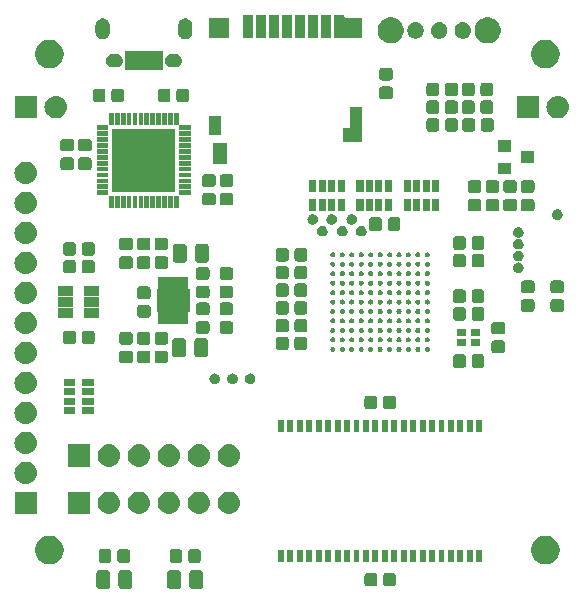
<source format=gts>
G04 #@! TF.GenerationSoftware,KiCad,Pcbnew,5.0.2-bee76a0~70~ubuntu18.04.1*
G04 #@! TF.CreationDate,2018-11-30T19:37:06+00:00*
G04 #@! TF.ProjectId,fpgaboy,66706761-626f-4792-9e6b-696361645f70,rev?*
G04 #@! TF.SameCoordinates,Original*
G04 #@! TF.FileFunction,Soldermask,Top*
G04 #@! TF.FilePolarity,Negative*
%FSLAX46Y46*%
G04 Gerber Fmt 4.6, Leading zero omitted, Abs format (unit mm)*
G04 Created by KiCad (PCBNEW 5.0.2-bee76a0~70~ubuntu18.04.1) date Fri 30 Nov 2018 19:37:06 GMT*
%MOMM*%
%LPD*%
G01*
G04 APERTURE LIST*
%ADD10C,0.100000*%
G04 APERTURE END LIST*
D10*
G36*
X146808627Y-127705411D02*
X146858996Y-127720690D01*
X146905418Y-127745503D01*
X146946106Y-127778894D01*
X146979497Y-127819582D01*
X147004310Y-127866004D01*
X147019589Y-127916373D01*
X147024990Y-127971209D01*
X147024990Y-129028791D01*
X147019589Y-129083627D01*
X147004310Y-129133996D01*
X146979497Y-129180418D01*
X146946106Y-129221106D01*
X146905418Y-129254497D01*
X146858996Y-129279310D01*
X146808627Y-129294589D01*
X146753791Y-129299990D01*
X146121209Y-129299990D01*
X146066373Y-129294589D01*
X146016004Y-129279310D01*
X145969582Y-129254497D01*
X145928894Y-129221106D01*
X145895503Y-129180418D01*
X145870690Y-129133996D01*
X145855411Y-129083627D01*
X145850010Y-129028791D01*
X145850010Y-127971209D01*
X145855411Y-127916373D01*
X145870690Y-127866004D01*
X145895503Y-127819582D01*
X145928894Y-127778894D01*
X145969582Y-127745503D01*
X146016004Y-127720690D01*
X146066373Y-127705411D01*
X146121209Y-127700010D01*
X146753791Y-127700010D01*
X146808627Y-127705411D01*
X146808627Y-127705411D01*
G37*
G36*
X140808627Y-127705411D02*
X140858996Y-127720690D01*
X140905418Y-127745503D01*
X140946106Y-127778894D01*
X140979497Y-127819582D01*
X141004310Y-127866004D01*
X141019589Y-127916373D01*
X141024990Y-127971209D01*
X141024990Y-129028791D01*
X141019589Y-129083627D01*
X141004310Y-129133996D01*
X140979497Y-129180418D01*
X140946106Y-129221106D01*
X140905418Y-129254497D01*
X140858996Y-129279310D01*
X140808627Y-129294589D01*
X140753791Y-129299990D01*
X140121209Y-129299990D01*
X140066373Y-129294589D01*
X140016004Y-129279310D01*
X139969582Y-129254497D01*
X139928894Y-129221106D01*
X139895503Y-129180418D01*
X139870690Y-129133996D01*
X139855411Y-129083627D01*
X139850010Y-129028791D01*
X139850010Y-127971209D01*
X139855411Y-127916373D01*
X139870690Y-127866004D01*
X139895503Y-127819582D01*
X139928894Y-127778894D01*
X139969582Y-127745503D01*
X140016004Y-127720690D01*
X140066373Y-127705411D01*
X140121209Y-127700010D01*
X140753791Y-127700010D01*
X140808627Y-127705411D01*
X140808627Y-127705411D01*
G37*
G36*
X138933627Y-127705411D02*
X138983996Y-127720690D01*
X139030418Y-127745503D01*
X139071106Y-127778894D01*
X139104497Y-127819582D01*
X139129310Y-127866004D01*
X139144589Y-127916373D01*
X139149990Y-127971209D01*
X139149990Y-129028791D01*
X139144589Y-129083627D01*
X139129310Y-129133996D01*
X139104497Y-129180418D01*
X139071106Y-129221106D01*
X139030418Y-129254497D01*
X138983996Y-129279310D01*
X138933627Y-129294589D01*
X138878791Y-129299990D01*
X138246209Y-129299990D01*
X138191373Y-129294589D01*
X138141004Y-129279310D01*
X138094582Y-129254497D01*
X138053894Y-129221106D01*
X138020503Y-129180418D01*
X137995690Y-129133996D01*
X137980411Y-129083627D01*
X137975010Y-129028791D01*
X137975010Y-127971209D01*
X137980411Y-127916373D01*
X137995690Y-127866004D01*
X138020503Y-127819582D01*
X138053894Y-127778894D01*
X138094582Y-127745503D01*
X138141004Y-127720690D01*
X138191373Y-127705411D01*
X138246209Y-127700010D01*
X138878791Y-127700010D01*
X138933627Y-127705411D01*
X138933627Y-127705411D01*
G37*
G36*
X144933627Y-127705411D02*
X144983996Y-127720690D01*
X145030418Y-127745503D01*
X145071106Y-127778894D01*
X145104497Y-127819582D01*
X145129310Y-127866004D01*
X145144589Y-127916373D01*
X145149990Y-127971209D01*
X145149990Y-129028791D01*
X145144589Y-129083627D01*
X145129310Y-129133996D01*
X145104497Y-129180418D01*
X145071106Y-129221106D01*
X145030418Y-129254497D01*
X144983996Y-129279310D01*
X144933627Y-129294589D01*
X144878791Y-129299990D01*
X144246209Y-129299990D01*
X144191373Y-129294589D01*
X144141004Y-129279310D01*
X144094582Y-129254497D01*
X144053894Y-129221106D01*
X144020503Y-129180418D01*
X143995690Y-129133996D01*
X143980411Y-129083627D01*
X143975010Y-129028791D01*
X143975010Y-127971209D01*
X143980411Y-127916373D01*
X143995690Y-127866004D01*
X144020503Y-127819582D01*
X144053894Y-127778894D01*
X144094582Y-127745503D01*
X144141004Y-127720690D01*
X144191373Y-127705411D01*
X144246209Y-127700010D01*
X144878791Y-127700010D01*
X144933627Y-127705411D01*
X144933627Y-127705411D01*
G37*
G36*
X161553748Y-127929930D02*
X161599430Y-127943788D01*
X161641529Y-127966290D01*
X161678428Y-127996572D01*
X161708710Y-128033471D01*
X161731212Y-128075570D01*
X161745070Y-128121252D01*
X161749990Y-128171209D01*
X161749990Y-128828791D01*
X161745070Y-128878748D01*
X161731212Y-128924430D01*
X161708710Y-128966529D01*
X161678428Y-129003428D01*
X161641529Y-129033710D01*
X161599430Y-129056212D01*
X161553748Y-129070070D01*
X161503791Y-129074990D01*
X160921209Y-129074990D01*
X160871252Y-129070070D01*
X160825570Y-129056212D01*
X160783471Y-129033710D01*
X160746572Y-129003428D01*
X160716290Y-128966529D01*
X160693788Y-128924430D01*
X160679930Y-128878748D01*
X160675010Y-128828791D01*
X160675010Y-128171209D01*
X160679930Y-128121252D01*
X160693788Y-128075570D01*
X160716290Y-128033471D01*
X160746572Y-127996572D01*
X160783471Y-127966290D01*
X160825570Y-127943788D01*
X160871252Y-127929930D01*
X160921209Y-127925010D01*
X161503791Y-127925010D01*
X161553748Y-127929930D01*
X161553748Y-127929930D01*
G37*
G36*
X163128748Y-127929930D02*
X163174430Y-127943788D01*
X163216529Y-127966290D01*
X163253428Y-127996572D01*
X163283710Y-128033471D01*
X163306212Y-128075570D01*
X163320070Y-128121252D01*
X163324990Y-128171209D01*
X163324990Y-128828791D01*
X163320070Y-128878748D01*
X163306212Y-128924430D01*
X163283710Y-128966529D01*
X163253428Y-129003428D01*
X163216529Y-129033710D01*
X163174430Y-129056212D01*
X163128748Y-129070070D01*
X163078791Y-129074990D01*
X162496209Y-129074990D01*
X162446252Y-129070070D01*
X162400570Y-129056212D01*
X162358471Y-129033710D01*
X162321572Y-129003428D01*
X162291290Y-128966529D01*
X162268788Y-128924430D01*
X162254930Y-128878748D01*
X162250010Y-128828791D01*
X162250010Y-128171209D01*
X162254930Y-128121252D01*
X162268788Y-128075570D01*
X162291290Y-128033471D01*
X162321572Y-127996572D01*
X162358471Y-127966290D01*
X162400570Y-127943788D01*
X162446252Y-127929930D01*
X162496209Y-127925010D01*
X163078791Y-127925010D01*
X163128748Y-127929930D01*
X163128748Y-127929930D01*
G37*
G36*
X134350024Y-124846125D02*
X134568407Y-124936582D01*
X134764951Y-125067908D01*
X134932092Y-125235049D01*
X135063418Y-125431593D01*
X135153875Y-125649976D01*
X135199990Y-125881811D01*
X135199990Y-126118189D01*
X135153875Y-126350024D01*
X135063418Y-126568407D01*
X134932092Y-126764951D01*
X134764951Y-126932092D01*
X134568407Y-127063418D01*
X134350024Y-127153875D01*
X134118189Y-127199990D01*
X133881811Y-127199990D01*
X133649976Y-127153875D01*
X133431593Y-127063418D01*
X133235049Y-126932092D01*
X133067908Y-126764951D01*
X132936582Y-126568407D01*
X132846125Y-126350024D01*
X132800010Y-126118189D01*
X132800010Y-125881811D01*
X132846125Y-125649976D01*
X132936582Y-125431593D01*
X133067908Y-125235049D01*
X133235049Y-125067908D01*
X133431593Y-124936582D01*
X133649976Y-124846125D01*
X133881811Y-124800010D01*
X134118189Y-124800010D01*
X134350024Y-124846125D01*
X134350024Y-124846125D01*
G37*
G36*
X176350024Y-124846125D02*
X176568407Y-124936582D01*
X176764951Y-125067908D01*
X176932092Y-125235049D01*
X177063418Y-125431593D01*
X177153875Y-125649976D01*
X177199990Y-125881811D01*
X177199990Y-126118189D01*
X177153875Y-126350024D01*
X177063418Y-126568407D01*
X176932092Y-126764951D01*
X176764951Y-126932092D01*
X176568407Y-127063418D01*
X176350024Y-127153875D01*
X176118189Y-127199990D01*
X175881811Y-127199990D01*
X175649976Y-127153875D01*
X175431593Y-127063418D01*
X175235049Y-126932092D01*
X175067908Y-126764951D01*
X174936582Y-126568407D01*
X174846125Y-126350024D01*
X174800010Y-126118189D01*
X174800010Y-125881811D01*
X174846125Y-125649976D01*
X174936582Y-125431593D01*
X175067908Y-125235049D01*
X175235049Y-125067908D01*
X175431593Y-124936582D01*
X175649976Y-124846125D01*
X175881811Y-124800010D01*
X176118189Y-124800010D01*
X176350024Y-124846125D01*
X176350024Y-124846125D01*
G37*
G36*
X140628748Y-125929930D02*
X140674430Y-125943788D01*
X140716529Y-125966290D01*
X140753428Y-125996572D01*
X140783710Y-126033471D01*
X140806212Y-126075570D01*
X140820070Y-126121252D01*
X140824990Y-126171209D01*
X140824990Y-126828791D01*
X140820070Y-126878748D01*
X140806212Y-126924430D01*
X140783710Y-126966529D01*
X140753428Y-127003428D01*
X140716529Y-127033710D01*
X140674430Y-127056212D01*
X140628748Y-127070070D01*
X140578791Y-127074990D01*
X139996209Y-127074990D01*
X139946252Y-127070070D01*
X139900570Y-127056212D01*
X139858471Y-127033710D01*
X139821572Y-127003428D01*
X139791290Y-126966529D01*
X139768788Y-126924430D01*
X139754930Y-126878748D01*
X139750010Y-126828791D01*
X139750010Y-126171209D01*
X139754930Y-126121252D01*
X139768788Y-126075570D01*
X139791290Y-126033471D01*
X139821572Y-125996572D01*
X139858471Y-125966290D01*
X139900570Y-125943788D01*
X139946252Y-125929930D01*
X139996209Y-125925010D01*
X140578791Y-125925010D01*
X140628748Y-125929930D01*
X140628748Y-125929930D01*
G37*
G36*
X139053748Y-125929930D02*
X139099430Y-125943788D01*
X139141529Y-125966290D01*
X139178428Y-125996572D01*
X139208710Y-126033471D01*
X139231212Y-126075570D01*
X139245070Y-126121252D01*
X139249990Y-126171209D01*
X139249990Y-126828791D01*
X139245070Y-126878748D01*
X139231212Y-126924430D01*
X139208710Y-126966529D01*
X139178428Y-127003428D01*
X139141529Y-127033710D01*
X139099430Y-127056212D01*
X139053748Y-127070070D01*
X139003791Y-127074990D01*
X138421209Y-127074990D01*
X138371252Y-127070070D01*
X138325570Y-127056212D01*
X138283471Y-127033710D01*
X138246572Y-127003428D01*
X138216290Y-126966529D01*
X138193788Y-126924430D01*
X138179930Y-126878748D01*
X138175010Y-126828791D01*
X138175010Y-126171209D01*
X138179930Y-126121252D01*
X138193788Y-126075570D01*
X138216290Y-126033471D01*
X138246572Y-125996572D01*
X138283471Y-125966290D01*
X138325570Y-125943788D01*
X138371252Y-125929930D01*
X138421209Y-125925010D01*
X139003791Y-125925010D01*
X139053748Y-125929930D01*
X139053748Y-125929930D01*
G37*
G36*
X145053748Y-125929930D02*
X145099430Y-125943788D01*
X145141529Y-125966290D01*
X145178428Y-125996572D01*
X145208710Y-126033471D01*
X145231212Y-126075570D01*
X145245070Y-126121252D01*
X145249990Y-126171209D01*
X145249990Y-126828791D01*
X145245070Y-126878748D01*
X145231212Y-126924430D01*
X145208710Y-126966529D01*
X145178428Y-127003428D01*
X145141529Y-127033710D01*
X145099430Y-127056212D01*
X145053748Y-127070070D01*
X145003791Y-127074990D01*
X144421209Y-127074990D01*
X144371252Y-127070070D01*
X144325570Y-127056212D01*
X144283471Y-127033710D01*
X144246572Y-127003428D01*
X144216290Y-126966529D01*
X144193788Y-126924430D01*
X144179930Y-126878748D01*
X144175010Y-126828791D01*
X144175010Y-126171209D01*
X144179930Y-126121252D01*
X144193788Y-126075570D01*
X144216290Y-126033471D01*
X144246572Y-125996572D01*
X144283471Y-125966290D01*
X144325570Y-125943788D01*
X144371252Y-125929930D01*
X144421209Y-125925010D01*
X145003791Y-125925010D01*
X145053748Y-125929930D01*
X145053748Y-125929930D01*
G37*
G36*
X146628748Y-125929930D02*
X146674430Y-125943788D01*
X146716529Y-125966290D01*
X146753428Y-125996572D01*
X146783710Y-126033471D01*
X146806212Y-126075570D01*
X146820070Y-126121252D01*
X146824990Y-126171209D01*
X146824990Y-126828791D01*
X146820070Y-126878748D01*
X146806212Y-126924430D01*
X146783710Y-126966529D01*
X146753428Y-127003428D01*
X146716529Y-127033710D01*
X146674430Y-127056212D01*
X146628748Y-127070070D01*
X146578791Y-127074990D01*
X145996209Y-127074990D01*
X145946252Y-127070070D01*
X145900570Y-127056212D01*
X145858471Y-127033710D01*
X145821572Y-127003428D01*
X145791290Y-126966529D01*
X145768788Y-126924430D01*
X145754930Y-126878748D01*
X145750010Y-126828791D01*
X145750010Y-126171209D01*
X145754930Y-126121252D01*
X145768788Y-126075570D01*
X145791290Y-126033471D01*
X145821572Y-125996572D01*
X145858471Y-125966290D01*
X145900570Y-125943788D01*
X145946252Y-125929930D01*
X145996209Y-125925010D01*
X146578791Y-125925010D01*
X146628748Y-125929930D01*
X146628748Y-125929930D01*
G37*
G36*
X169849990Y-126999990D02*
X169350010Y-126999990D01*
X169350010Y-126000010D01*
X169849990Y-126000010D01*
X169849990Y-126999990D01*
X169849990Y-126999990D01*
G37*
G36*
X155449990Y-126999990D02*
X154950010Y-126999990D01*
X154950010Y-126000010D01*
X155449990Y-126000010D01*
X155449990Y-126999990D01*
X155449990Y-126999990D01*
G37*
G36*
X154649990Y-126999990D02*
X154150010Y-126999990D01*
X154150010Y-126000010D01*
X154649990Y-126000010D01*
X154649990Y-126999990D01*
X154649990Y-126999990D01*
G37*
G36*
X170649990Y-126999990D02*
X170150010Y-126999990D01*
X170150010Y-126000010D01*
X170649990Y-126000010D01*
X170649990Y-126999990D01*
X170649990Y-126999990D01*
G37*
G36*
X169049990Y-126999990D02*
X168550010Y-126999990D01*
X168550010Y-126000010D01*
X169049990Y-126000010D01*
X169049990Y-126999990D01*
X169049990Y-126999990D01*
G37*
G36*
X168249990Y-126999990D02*
X167750010Y-126999990D01*
X167750010Y-126000010D01*
X168249990Y-126000010D01*
X168249990Y-126999990D01*
X168249990Y-126999990D01*
G37*
G36*
X167449990Y-126999990D02*
X166950010Y-126999990D01*
X166950010Y-126000010D01*
X167449990Y-126000010D01*
X167449990Y-126999990D01*
X167449990Y-126999990D01*
G37*
G36*
X166649990Y-126999990D02*
X166150010Y-126999990D01*
X166150010Y-126000010D01*
X166649990Y-126000010D01*
X166649990Y-126999990D01*
X166649990Y-126999990D01*
G37*
G36*
X165849990Y-126999990D02*
X165350010Y-126999990D01*
X165350010Y-126000010D01*
X165849990Y-126000010D01*
X165849990Y-126999990D01*
X165849990Y-126999990D01*
G37*
G36*
X165049990Y-126999990D02*
X164550010Y-126999990D01*
X164550010Y-126000010D01*
X165049990Y-126000010D01*
X165049990Y-126999990D01*
X165049990Y-126999990D01*
G37*
G36*
X164249990Y-126999990D02*
X163750010Y-126999990D01*
X163750010Y-126000010D01*
X164249990Y-126000010D01*
X164249990Y-126999990D01*
X164249990Y-126999990D01*
G37*
G36*
X157849990Y-126999990D02*
X157350010Y-126999990D01*
X157350010Y-126000010D01*
X157849990Y-126000010D01*
X157849990Y-126999990D01*
X157849990Y-126999990D01*
G37*
G36*
X163449990Y-126999990D02*
X162950010Y-126999990D01*
X162950010Y-126000010D01*
X163449990Y-126000010D01*
X163449990Y-126999990D01*
X163449990Y-126999990D01*
G37*
G36*
X157049990Y-126999990D02*
X156550010Y-126999990D01*
X156550010Y-126000010D01*
X157049990Y-126000010D01*
X157049990Y-126999990D01*
X157049990Y-126999990D01*
G37*
G36*
X158649990Y-126999990D02*
X158150010Y-126999990D01*
X158150010Y-126000010D01*
X158649990Y-126000010D01*
X158649990Y-126999990D01*
X158649990Y-126999990D01*
G37*
G36*
X153849990Y-126999990D02*
X153350010Y-126999990D01*
X153350010Y-126000010D01*
X153849990Y-126000010D01*
X153849990Y-126999990D01*
X153849990Y-126999990D01*
G37*
G36*
X156249990Y-126999990D02*
X155750010Y-126999990D01*
X155750010Y-126000010D01*
X156249990Y-126000010D01*
X156249990Y-126999990D01*
X156249990Y-126999990D01*
G37*
G36*
X159449990Y-126999990D02*
X158950010Y-126999990D01*
X158950010Y-126000010D01*
X159449990Y-126000010D01*
X159449990Y-126999990D01*
X159449990Y-126999990D01*
G37*
G36*
X160249990Y-126999990D02*
X159750010Y-126999990D01*
X159750010Y-126000010D01*
X160249990Y-126000010D01*
X160249990Y-126999990D01*
X160249990Y-126999990D01*
G37*
G36*
X161049990Y-126999990D02*
X160550010Y-126999990D01*
X160550010Y-126000010D01*
X161049990Y-126000010D01*
X161049990Y-126999990D01*
X161049990Y-126999990D01*
G37*
G36*
X161849990Y-126999990D02*
X161350010Y-126999990D01*
X161350010Y-126000010D01*
X161849990Y-126000010D01*
X161849990Y-126999990D01*
X161849990Y-126999990D01*
G37*
G36*
X162649990Y-126999990D02*
X162150010Y-126999990D01*
X162150010Y-126000010D01*
X162649990Y-126000010D01*
X162649990Y-126999990D01*
X162649990Y-126999990D01*
G37*
G36*
X137449990Y-122949990D02*
X135550010Y-122949990D01*
X135550010Y-121050010D01*
X137449990Y-121050010D01*
X137449990Y-122949990D01*
X137449990Y-122949990D01*
G37*
G36*
X139226230Y-121063755D02*
X139405304Y-121118077D01*
X139570338Y-121206289D01*
X139714994Y-121325006D01*
X139833711Y-121469662D01*
X139921923Y-121634696D01*
X139976245Y-121813770D01*
X139994586Y-122000000D01*
X139976245Y-122186230D01*
X139921923Y-122365304D01*
X139833711Y-122530338D01*
X139714994Y-122674994D01*
X139570338Y-122793711D01*
X139405304Y-122881923D01*
X139226230Y-122936245D01*
X139086668Y-122949990D01*
X138993332Y-122949990D01*
X138853770Y-122936245D01*
X138674696Y-122881923D01*
X138509662Y-122793711D01*
X138365006Y-122674994D01*
X138246289Y-122530338D01*
X138158077Y-122365304D01*
X138103755Y-122186230D01*
X138085414Y-122000000D01*
X138103755Y-121813770D01*
X138158077Y-121634696D01*
X138246289Y-121469662D01*
X138365006Y-121325006D01*
X138509662Y-121206289D01*
X138674696Y-121118077D01*
X138853770Y-121063755D01*
X138993332Y-121050010D01*
X139086668Y-121050010D01*
X139226230Y-121063755D01*
X139226230Y-121063755D01*
G37*
G36*
X141766230Y-121063755D02*
X141945304Y-121118077D01*
X142110338Y-121206289D01*
X142254994Y-121325006D01*
X142373711Y-121469662D01*
X142461923Y-121634696D01*
X142516245Y-121813770D01*
X142534586Y-122000000D01*
X142516245Y-122186230D01*
X142461923Y-122365304D01*
X142373711Y-122530338D01*
X142254994Y-122674994D01*
X142110338Y-122793711D01*
X141945304Y-122881923D01*
X141766230Y-122936245D01*
X141626668Y-122949990D01*
X141533332Y-122949990D01*
X141393770Y-122936245D01*
X141214696Y-122881923D01*
X141049662Y-122793711D01*
X140905006Y-122674994D01*
X140786289Y-122530338D01*
X140698077Y-122365304D01*
X140643755Y-122186230D01*
X140625414Y-122000000D01*
X140643755Y-121813770D01*
X140698077Y-121634696D01*
X140786289Y-121469662D01*
X140905006Y-121325006D01*
X141049662Y-121206289D01*
X141214696Y-121118077D01*
X141393770Y-121063755D01*
X141533332Y-121050010D01*
X141626668Y-121050010D01*
X141766230Y-121063755D01*
X141766230Y-121063755D01*
G37*
G36*
X146846230Y-121063755D02*
X147025304Y-121118077D01*
X147190338Y-121206289D01*
X147334994Y-121325006D01*
X147453711Y-121469662D01*
X147541923Y-121634696D01*
X147596245Y-121813770D01*
X147614586Y-122000000D01*
X147596245Y-122186230D01*
X147541923Y-122365304D01*
X147453711Y-122530338D01*
X147334994Y-122674994D01*
X147190338Y-122793711D01*
X147025304Y-122881923D01*
X146846230Y-122936245D01*
X146706668Y-122949990D01*
X146613332Y-122949990D01*
X146473770Y-122936245D01*
X146294696Y-122881923D01*
X146129662Y-122793711D01*
X145985006Y-122674994D01*
X145866289Y-122530338D01*
X145778077Y-122365304D01*
X145723755Y-122186230D01*
X145705414Y-122000000D01*
X145723755Y-121813770D01*
X145778077Y-121634696D01*
X145866289Y-121469662D01*
X145985006Y-121325006D01*
X146129662Y-121206289D01*
X146294696Y-121118077D01*
X146473770Y-121063755D01*
X146613332Y-121050010D01*
X146706668Y-121050010D01*
X146846230Y-121063755D01*
X146846230Y-121063755D01*
G37*
G36*
X149386230Y-121063755D02*
X149565304Y-121118077D01*
X149730338Y-121206289D01*
X149874994Y-121325006D01*
X149993711Y-121469662D01*
X150081923Y-121634696D01*
X150136245Y-121813770D01*
X150154586Y-122000000D01*
X150136245Y-122186230D01*
X150081923Y-122365304D01*
X149993711Y-122530338D01*
X149874994Y-122674994D01*
X149730338Y-122793711D01*
X149565304Y-122881923D01*
X149386230Y-122936245D01*
X149246668Y-122949990D01*
X149153332Y-122949990D01*
X149013770Y-122936245D01*
X148834696Y-122881923D01*
X148669662Y-122793711D01*
X148525006Y-122674994D01*
X148406289Y-122530338D01*
X148318077Y-122365304D01*
X148263755Y-122186230D01*
X148245414Y-122000000D01*
X148263755Y-121813770D01*
X148318077Y-121634696D01*
X148406289Y-121469662D01*
X148525006Y-121325006D01*
X148669662Y-121206289D01*
X148834696Y-121118077D01*
X149013770Y-121063755D01*
X149153332Y-121050010D01*
X149246668Y-121050010D01*
X149386230Y-121063755D01*
X149386230Y-121063755D01*
G37*
G36*
X144306230Y-121063755D02*
X144485304Y-121118077D01*
X144650338Y-121206289D01*
X144794994Y-121325006D01*
X144913711Y-121469662D01*
X145001923Y-121634696D01*
X145056245Y-121813770D01*
X145074586Y-122000000D01*
X145056245Y-122186230D01*
X145001923Y-122365304D01*
X144913711Y-122530338D01*
X144794994Y-122674994D01*
X144650338Y-122793711D01*
X144485304Y-122881923D01*
X144306230Y-122936245D01*
X144166668Y-122949990D01*
X144073332Y-122949990D01*
X143933770Y-122936245D01*
X143754696Y-122881923D01*
X143589662Y-122793711D01*
X143445006Y-122674994D01*
X143326289Y-122530338D01*
X143238077Y-122365304D01*
X143183755Y-122186230D01*
X143165414Y-122000000D01*
X143183755Y-121813770D01*
X143238077Y-121634696D01*
X143326289Y-121469662D01*
X143445006Y-121325006D01*
X143589662Y-121206289D01*
X143754696Y-121118077D01*
X143933770Y-121063755D01*
X144073332Y-121050010D01*
X144166668Y-121050010D01*
X144306230Y-121063755D01*
X144306230Y-121063755D01*
G37*
G36*
X132949990Y-122949990D02*
X131050010Y-122949990D01*
X131050010Y-121050010D01*
X132949990Y-121050010D01*
X132949990Y-122949990D01*
X132949990Y-122949990D01*
G37*
G36*
X132186230Y-118523755D02*
X132365304Y-118578077D01*
X132530338Y-118666289D01*
X132674994Y-118785006D01*
X132793711Y-118929662D01*
X132881923Y-119094696D01*
X132936245Y-119273770D01*
X132954586Y-119460000D01*
X132936245Y-119646230D01*
X132881923Y-119825304D01*
X132793711Y-119990338D01*
X132674994Y-120134994D01*
X132530338Y-120253711D01*
X132365304Y-120341923D01*
X132186230Y-120396245D01*
X132046668Y-120409990D01*
X131953332Y-120409990D01*
X131813770Y-120396245D01*
X131634696Y-120341923D01*
X131469662Y-120253711D01*
X131325006Y-120134994D01*
X131206289Y-119990338D01*
X131118077Y-119825304D01*
X131063755Y-119646230D01*
X131045414Y-119460000D01*
X131063755Y-119273770D01*
X131118077Y-119094696D01*
X131206289Y-118929662D01*
X131325006Y-118785006D01*
X131469662Y-118666289D01*
X131634696Y-118578077D01*
X131813770Y-118523755D01*
X131953332Y-118510010D01*
X132046668Y-118510010D01*
X132186230Y-118523755D01*
X132186230Y-118523755D01*
G37*
G36*
X146846230Y-117063755D02*
X147025304Y-117118077D01*
X147190338Y-117206289D01*
X147334994Y-117325006D01*
X147453711Y-117469662D01*
X147541923Y-117634696D01*
X147596245Y-117813770D01*
X147614586Y-118000000D01*
X147596245Y-118186230D01*
X147541923Y-118365304D01*
X147453711Y-118530338D01*
X147334994Y-118674994D01*
X147190338Y-118793711D01*
X147025304Y-118881923D01*
X146846230Y-118936245D01*
X146706668Y-118949990D01*
X146613332Y-118949990D01*
X146473770Y-118936245D01*
X146294696Y-118881923D01*
X146129662Y-118793711D01*
X145985006Y-118674994D01*
X145866289Y-118530338D01*
X145778077Y-118365304D01*
X145723755Y-118186230D01*
X145705414Y-118000000D01*
X145723755Y-117813770D01*
X145778077Y-117634696D01*
X145866289Y-117469662D01*
X145985006Y-117325006D01*
X146129662Y-117206289D01*
X146294696Y-117118077D01*
X146473770Y-117063755D01*
X146613332Y-117050010D01*
X146706668Y-117050010D01*
X146846230Y-117063755D01*
X146846230Y-117063755D01*
G37*
G36*
X149386230Y-117063755D02*
X149565304Y-117118077D01*
X149730338Y-117206289D01*
X149874994Y-117325006D01*
X149993711Y-117469662D01*
X150081923Y-117634696D01*
X150136245Y-117813770D01*
X150154586Y-118000000D01*
X150136245Y-118186230D01*
X150081923Y-118365304D01*
X149993711Y-118530338D01*
X149874994Y-118674994D01*
X149730338Y-118793711D01*
X149565304Y-118881923D01*
X149386230Y-118936245D01*
X149246668Y-118949990D01*
X149153332Y-118949990D01*
X149013770Y-118936245D01*
X148834696Y-118881923D01*
X148669662Y-118793711D01*
X148525006Y-118674994D01*
X148406289Y-118530338D01*
X148318077Y-118365304D01*
X148263755Y-118186230D01*
X148245414Y-118000000D01*
X148263755Y-117813770D01*
X148318077Y-117634696D01*
X148406289Y-117469662D01*
X148525006Y-117325006D01*
X148669662Y-117206289D01*
X148834696Y-117118077D01*
X149013770Y-117063755D01*
X149153332Y-117050010D01*
X149246668Y-117050010D01*
X149386230Y-117063755D01*
X149386230Y-117063755D01*
G37*
G36*
X141766230Y-117063755D02*
X141945304Y-117118077D01*
X142110338Y-117206289D01*
X142254994Y-117325006D01*
X142373711Y-117469662D01*
X142461923Y-117634696D01*
X142516245Y-117813770D01*
X142534586Y-118000000D01*
X142516245Y-118186230D01*
X142461923Y-118365304D01*
X142373711Y-118530338D01*
X142254994Y-118674994D01*
X142110338Y-118793711D01*
X141945304Y-118881923D01*
X141766230Y-118936245D01*
X141626668Y-118949990D01*
X141533332Y-118949990D01*
X141393770Y-118936245D01*
X141214696Y-118881923D01*
X141049662Y-118793711D01*
X140905006Y-118674994D01*
X140786289Y-118530338D01*
X140698077Y-118365304D01*
X140643755Y-118186230D01*
X140625414Y-118000000D01*
X140643755Y-117813770D01*
X140698077Y-117634696D01*
X140786289Y-117469662D01*
X140905006Y-117325006D01*
X141049662Y-117206289D01*
X141214696Y-117118077D01*
X141393770Y-117063755D01*
X141533332Y-117050010D01*
X141626668Y-117050010D01*
X141766230Y-117063755D01*
X141766230Y-117063755D01*
G37*
G36*
X139226230Y-117063755D02*
X139405304Y-117118077D01*
X139570338Y-117206289D01*
X139714994Y-117325006D01*
X139833711Y-117469662D01*
X139921923Y-117634696D01*
X139976245Y-117813770D01*
X139994586Y-118000000D01*
X139976245Y-118186230D01*
X139921923Y-118365304D01*
X139833711Y-118530338D01*
X139714994Y-118674994D01*
X139570338Y-118793711D01*
X139405304Y-118881923D01*
X139226230Y-118936245D01*
X139086668Y-118949990D01*
X138993332Y-118949990D01*
X138853770Y-118936245D01*
X138674696Y-118881923D01*
X138509662Y-118793711D01*
X138365006Y-118674994D01*
X138246289Y-118530338D01*
X138158077Y-118365304D01*
X138103755Y-118186230D01*
X138085414Y-118000000D01*
X138103755Y-117813770D01*
X138158077Y-117634696D01*
X138246289Y-117469662D01*
X138365006Y-117325006D01*
X138509662Y-117206289D01*
X138674696Y-117118077D01*
X138853770Y-117063755D01*
X138993332Y-117050010D01*
X139086668Y-117050010D01*
X139226230Y-117063755D01*
X139226230Y-117063755D01*
G37*
G36*
X137449990Y-118949990D02*
X135550010Y-118949990D01*
X135550010Y-117050010D01*
X137449990Y-117050010D01*
X137449990Y-118949990D01*
X137449990Y-118949990D01*
G37*
G36*
X144306230Y-117063755D02*
X144485304Y-117118077D01*
X144650338Y-117206289D01*
X144794994Y-117325006D01*
X144913711Y-117469662D01*
X145001923Y-117634696D01*
X145056245Y-117813770D01*
X145074586Y-118000000D01*
X145056245Y-118186230D01*
X145001923Y-118365304D01*
X144913711Y-118530338D01*
X144794994Y-118674994D01*
X144650338Y-118793711D01*
X144485304Y-118881923D01*
X144306230Y-118936245D01*
X144166668Y-118949990D01*
X144073332Y-118949990D01*
X143933770Y-118936245D01*
X143754696Y-118881923D01*
X143589662Y-118793711D01*
X143445006Y-118674994D01*
X143326289Y-118530338D01*
X143238077Y-118365304D01*
X143183755Y-118186230D01*
X143165414Y-118000000D01*
X143183755Y-117813770D01*
X143238077Y-117634696D01*
X143326289Y-117469662D01*
X143445006Y-117325006D01*
X143589662Y-117206289D01*
X143754696Y-117118077D01*
X143933770Y-117063755D01*
X144073332Y-117050010D01*
X144166668Y-117050010D01*
X144306230Y-117063755D01*
X144306230Y-117063755D01*
G37*
G36*
X132186230Y-115983755D02*
X132365304Y-116038077D01*
X132530338Y-116126289D01*
X132674994Y-116245006D01*
X132793711Y-116389662D01*
X132881923Y-116554696D01*
X132936245Y-116733770D01*
X132954586Y-116920000D01*
X132936245Y-117106230D01*
X132881923Y-117285304D01*
X132793711Y-117450338D01*
X132674994Y-117594994D01*
X132530338Y-117713711D01*
X132365304Y-117801923D01*
X132186230Y-117856245D01*
X132046668Y-117869990D01*
X131953332Y-117869990D01*
X131813770Y-117856245D01*
X131634696Y-117801923D01*
X131469662Y-117713711D01*
X131325006Y-117594994D01*
X131206289Y-117450338D01*
X131118077Y-117285304D01*
X131063755Y-117106230D01*
X131045414Y-116920000D01*
X131063755Y-116733770D01*
X131118077Y-116554696D01*
X131206289Y-116389662D01*
X131325006Y-116245006D01*
X131469662Y-116126289D01*
X131634696Y-116038077D01*
X131813770Y-115983755D01*
X131953332Y-115970010D01*
X132046668Y-115970010D01*
X132186230Y-115983755D01*
X132186230Y-115983755D01*
G37*
G36*
X169049990Y-115999990D02*
X168550010Y-115999990D01*
X168550010Y-115000010D01*
X169049990Y-115000010D01*
X169049990Y-115999990D01*
X169049990Y-115999990D01*
G37*
G36*
X169849990Y-115999990D02*
X169350010Y-115999990D01*
X169350010Y-115000010D01*
X169849990Y-115000010D01*
X169849990Y-115999990D01*
X169849990Y-115999990D01*
G37*
G36*
X170649990Y-115999990D02*
X170150010Y-115999990D01*
X170150010Y-115000010D01*
X170649990Y-115000010D01*
X170649990Y-115999990D01*
X170649990Y-115999990D01*
G37*
G36*
X158649990Y-115999990D02*
X158150010Y-115999990D01*
X158150010Y-115000010D01*
X158649990Y-115000010D01*
X158649990Y-115999990D01*
X158649990Y-115999990D01*
G37*
G36*
X153849990Y-115999990D02*
X153350010Y-115999990D01*
X153350010Y-115000010D01*
X153849990Y-115000010D01*
X153849990Y-115999990D01*
X153849990Y-115999990D01*
G37*
G36*
X154649990Y-115999990D02*
X154150010Y-115999990D01*
X154150010Y-115000010D01*
X154649990Y-115000010D01*
X154649990Y-115999990D01*
X154649990Y-115999990D01*
G37*
G36*
X155449990Y-115999990D02*
X154950010Y-115999990D01*
X154950010Y-115000010D01*
X155449990Y-115000010D01*
X155449990Y-115999990D01*
X155449990Y-115999990D01*
G37*
G36*
X156249990Y-115999990D02*
X155750010Y-115999990D01*
X155750010Y-115000010D01*
X156249990Y-115000010D01*
X156249990Y-115999990D01*
X156249990Y-115999990D01*
G37*
G36*
X157049990Y-115999990D02*
X156550010Y-115999990D01*
X156550010Y-115000010D01*
X157049990Y-115000010D01*
X157049990Y-115999990D01*
X157049990Y-115999990D01*
G37*
G36*
X157849990Y-115999990D02*
X157350010Y-115999990D01*
X157350010Y-115000010D01*
X157849990Y-115000010D01*
X157849990Y-115999990D01*
X157849990Y-115999990D01*
G37*
G36*
X165049990Y-115999990D02*
X164550010Y-115999990D01*
X164550010Y-115000010D01*
X165049990Y-115000010D01*
X165049990Y-115999990D01*
X165049990Y-115999990D01*
G37*
G36*
X167449990Y-115999990D02*
X166950010Y-115999990D01*
X166950010Y-115000010D01*
X167449990Y-115000010D01*
X167449990Y-115999990D01*
X167449990Y-115999990D01*
G37*
G36*
X168249990Y-115999990D02*
X167750010Y-115999990D01*
X167750010Y-115000010D01*
X168249990Y-115000010D01*
X168249990Y-115999990D01*
X168249990Y-115999990D01*
G37*
G36*
X160249990Y-115999990D02*
X159750010Y-115999990D01*
X159750010Y-115000010D01*
X160249990Y-115000010D01*
X160249990Y-115999990D01*
X160249990Y-115999990D01*
G37*
G36*
X161049990Y-115999990D02*
X160550010Y-115999990D01*
X160550010Y-115000010D01*
X161049990Y-115000010D01*
X161049990Y-115999990D01*
X161049990Y-115999990D01*
G37*
G36*
X161849990Y-115999990D02*
X161350010Y-115999990D01*
X161350010Y-115000010D01*
X161849990Y-115000010D01*
X161849990Y-115999990D01*
X161849990Y-115999990D01*
G37*
G36*
X162649990Y-115999990D02*
X162150010Y-115999990D01*
X162150010Y-115000010D01*
X162649990Y-115000010D01*
X162649990Y-115999990D01*
X162649990Y-115999990D01*
G37*
G36*
X164249990Y-115999990D02*
X163750010Y-115999990D01*
X163750010Y-115000010D01*
X164249990Y-115000010D01*
X164249990Y-115999990D01*
X164249990Y-115999990D01*
G37*
G36*
X159449990Y-115999990D02*
X158950010Y-115999990D01*
X158950010Y-115000010D01*
X159449990Y-115000010D01*
X159449990Y-115999990D01*
X159449990Y-115999990D01*
G37*
G36*
X165849990Y-115999990D02*
X165350010Y-115999990D01*
X165350010Y-115000010D01*
X165849990Y-115000010D01*
X165849990Y-115999990D01*
X165849990Y-115999990D01*
G37*
G36*
X166649990Y-115999990D02*
X166150010Y-115999990D01*
X166150010Y-115000010D01*
X166649990Y-115000010D01*
X166649990Y-115999990D01*
X166649990Y-115999990D01*
G37*
G36*
X163449990Y-115999990D02*
X162950010Y-115999990D01*
X162950010Y-115000010D01*
X163449990Y-115000010D01*
X163449990Y-115999990D01*
X163449990Y-115999990D01*
G37*
G36*
X132186230Y-113443755D02*
X132365304Y-113498077D01*
X132530338Y-113586289D01*
X132674994Y-113705006D01*
X132793711Y-113849662D01*
X132881923Y-114014696D01*
X132936245Y-114193770D01*
X132954586Y-114380000D01*
X132936245Y-114566230D01*
X132881923Y-114745304D01*
X132793711Y-114910338D01*
X132674994Y-115054994D01*
X132530338Y-115173711D01*
X132365304Y-115261923D01*
X132186230Y-115316245D01*
X132046668Y-115329990D01*
X131953332Y-115329990D01*
X131813770Y-115316245D01*
X131634696Y-115261923D01*
X131469662Y-115173711D01*
X131325006Y-115054994D01*
X131206289Y-114910338D01*
X131118077Y-114745304D01*
X131063755Y-114566230D01*
X131045414Y-114380000D01*
X131063755Y-114193770D01*
X131118077Y-114014696D01*
X131206289Y-113849662D01*
X131325006Y-113705006D01*
X131469662Y-113586289D01*
X131634696Y-113498077D01*
X131813770Y-113443755D01*
X131953332Y-113430010D01*
X132046668Y-113430010D01*
X132186230Y-113443755D01*
X132186230Y-113443755D01*
G37*
G36*
X136199990Y-114499990D02*
X135200010Y-114499990D01*
X135200010Y-113900010D01*
X136199990Y-113900010D01*
X136199990Y-114499990D01*
X136199990Y-114499990D01*
G37*
G36*
X137799990Y-114499990D02*
X136800010Y-114499990D01*
X136800010Y-113900010D01*
X137799990Y-113900010D01*
X137799990Y-114499990D01*
X137799990Y-114499990D01*
G37*
G36*
X161553748Y-112929930D02*
X161599430Y-112943788D01*
X161641529Y-112966290D01*
X161678428Y-112996572D01*
X161708710Y-113033471D01*
X161731212Y-113075570D01*
X161745070Y-113121252D01*
X161749990Y-113171209D01*
X161749990Y-113828791D01*
X161745070Y-113878748D01*
X161731212Y-113924430D01*
X161708710Y-113966529D01*
X161678428Y-114003428D01*
X161641529Y-114033710D01*
X161599430Y-114056212D01*
X161553748Y-114070070D01*
X161503791Y-114074990D01*
X160921209Y-114074990D01*
X160871252Y-114070070D01*
X160825570Y-114056212D01*
X160783471Y-114033710D01*
X160746572Y-114003428D01*
X160716290Y-113966529D01*
X160693788Y-113924430D01*
X160679930Y-113878748D01*
X160675010Y-113828791D01*
X160675010Y-113171209D01*
X160679930Y-113121252D01*
X160693788Y-113075570D01*
X160716290Y-113033471D01*
X160746572Y-112996572D01*
X160783471Y-112966290D01*
X160825570Y-112943788D01*
X160871252Y-112929930D01*
X160921209Y-112925010D01*
X161503791Y-112925010D01*
X161553748Y-112929930D01*
X161553748Y-112929930D01*
G37*
G36*
X163128748Y-112929930D02*
X163174430Y-112943788D01*
X163216529Y-112966290D01*
X163253428Y-112996572D01*
X163283710Y-113033471D01*
X163306212Y-113075570D01*
X163320070Y-113121252D01*
X163324990Y-113171209D01*
X163324990Y-113828791D01*
X163320070Y-113878748D01*
X163306212Y-113924430D01*
X163283710Y-113966529D01*
X163253428Y-114003428D01*
X163216529Y-114033710D01*
X163174430Y-114056212D01*
X163128748Y-114070070D01*
X163078791Y-114074990D01*
X162496209Y-114074990D01*
X162446252Y-114070070D01*
X162400570Y-114056212D01*
X162358471Y-114033710D01*
X162321572Y-114003428D01*
X162291290Y-113966529D01*
X162268788Y-113924430D01*
X162254930Y-113878748D01*
X162250010Y-113828791D01*
X162250010Y-113171209D01*
X162254930Y-113121252D01*
X162268788Y-113075570D01*
X162291290Y-113033471D01*
X162321572Y-112996572D01*
X162358471Y-112966290D01*
X162400570Y-112943788D01*
X162446252Y-112929930D01*
X162496209Y-112925010D01*
X163078791Y-112925010D01*
X163128748Y-112929930D01*
X163128748Y-112929930D01*
G37*
G36*
X137799990Y-113699990D02*
X136800010Y-113699990D01*
X136800010Y-113100010D01*
X137799990Y-113100010D01*
X137799990Y-113699990D01*
X137799990Y-113699990D01*
G37*
G36*
X136199990Y-113699990D02*
X135200010Y-113699990D01*
X135200010Y-113100010D01*
X136199990Y-113100010D01*
X136199990Y-113699990D01*
X136199990Y-113699990D01*
G37*
G36*
X136199990Y-112899990D02*
X135200010Y-112899990D01*
X135200010Y-112300010D01*
X136199990Y-112300010D01*
X136199990Y-112899990D01*
X136199990Y-112899990D01*
G37*
G36*
X137799990Y-112899990D02*
X136800010Y-112899990D01*
X136800010Y-112300010D01*
X137799990Y-112300010D01*
X137799990Y-112899990D01*
X137799990Y-112899990D01*
G37*
G36*
X132186230Y-110903755D02*
X132365304Y-110958077D01*
X132530338Y-111046289D01*
X132674994Y-111165006D01*
X132793711Y-111309662D01*
X132881923Y-111474696D01*
X132936245Y-111653770D01*
X132954586Y-111840000D01*
X132936245Y-112026230D01*
X132881923Y-112205304D01*
X132793711Y-112370338D01*
X132674994Y-112514994D01*
X132530338Y-112633711D01*
X132365304Y-112721923D01*
X132186230Y-112776245D01*
X132046668Y-112789990D01*
X131953332Y-112789990D01*
X131813770Y-112776245D01*
X131634696Y-112721923D01*
X131469662Y-112633711D01*
X131325006Y-112514994D01*
X131206289Y-112370338D01*
X131118077Y-112205304D01*
X131063755Y-112026230D01*
X131045414Y-111840000D01*
X131063755Y-111653770D01*
X131118077Y-111474696D01*
X131206289Y-111309662D01*
X131325006Y-111165006D01*
X131469662Y-111046289D01*
X131634696Y-110958077D01*
X131813770Y-110903755D01*
X131953332Y-110890010D01*
X132046668Y-110890010D01*
X132186230Y-110903755D01*
X132186230Y-110903755D01*
G37*
G36*
X137799990Y-112099990D02*
X136800010Y-112099990D01*
X136800010Y-111500010D01*
X137799990Y-111500010D01*
X137799990Y-112099990D01*
X137799990Y-112099990D01*
G37*
G36*
X136199990Y-112099990D02*
X135200010Y-112099990D01*
X135200010Y-111500010D01*
X136199990Y-111500010D01*
X136199990Y-112099990D01*
X136199990Y-112099990D01*
G37*
G36*
X149631257Y-111067303D02*
X149713150Y-111101224D01*
X149786852Y-111150470D01*
X149849530Y-111213148D01*
X149898776Y-111286850D01*
X149932697Y-111368743D01*
X149949990Y-111455680D01*
X149949990Y-111544320D01*
X149932697Y-111631257D01*
X149898776Y-111713150D01*
X149849530Y-111786852D01*
X149786852Y-111849530D01*
X149713150Y-111898776D01*
X149631257Y-111932697D01*
X149544321Y-111949990D01*
X149455679Y-111949990D01*
X149368743Y-111932697D01*
X149286850Y-111898776D01*
X149213148Y-111849530D01*
X149150470Y-111786852D01*
X149101224Y-111713150D01*
X149067303Y-111631257D01*
X149050010Y-111544320D01*
X149050010Y-111455680D01*
X149067303Y-111368743D01*
X149101224Y-111286850D01*
X149150470Y-111213148D01*
X149213148Y-111150470D01*
X149286850Y-111101224D01*
X149368743Y-111067303D01*
X149455679Y-111050010D01*
X149544321Y-111050010D01*
X149631257Y-111067303D01*
X149631257Y-111067303D01*
G37*
G36*
X151131257Y-111067303D02*
X151213150Y-111101224D01*
X151286852Y-111150470D01*
X151349530Y-111213148D01*
X151398776Y-111286850D01*
X151432697Y-111368743D01*
X151449990Y-111455680D01*
X151449990Y-111544320D01*
X151432697Y-111631257D01*
X151398776Y-111713150D01*
X151349530Y-111786852D01*
X151286852Y-111849530D01*
X151213150Y-111898776D01*
X151131257Y-111932697D01*
X151044321Y-111949990D01*
X150955679Y-111949990D01*
X150868743Y-111932697D01*
X150786850Y-111898776D01*
X150713148Y-111849530D01*
X150650470Y-111786852D01*
X150601224Y-111713150D01*
X150567303Y-111631257D01*
X150550010Y-111544320D01*
X150550010Y-111455680D01*
X150567303Y-111368743D01*
X150601224Y-111286850D01*
X150650470Y-111213148D01*
X150713148Y-111150470D01*
X150786850Y-111101224D01*
X150868743Y-111067303D01*
X150955679Y-111050010D01*
X151044321Y-111050010D01*
X151131257Y-111067303D01*
X151131257Y-111067303D01*
G37*
G36*
X148131257Y-111067303D02*
X148213150Y-111101224D01*
X148286852Y-111150470D01*
X148349530Y-111213148D01*
X148398776Y-111286850D01*
X148432697Y-111368743D01*
X148449990Y-111455680D01*
X148449990Y-111544320D01*
X148432697Y-111631257D01*
X148398776Y-111713150D01*
X148349530Y-111786852D01*
X148286852Y-111849530D01*
X148213150Y-111898776D01*
X148131257Y-111932697D01*
X148044321Y-111949990D01*
X147955679Y-111949990D01*
X147868743Y-111932697D01*
X147786850Y-111898776D01*
X147713148Y-111849530D01*
X147650470Y-111786852D01*
X147601224Y-111713150D01*
X147567303Y-111631257D01*
X147550010Y-111544320D01*
X147550010Y-111455680D01*
X147567303Y-111368743D01*
X147601224Y-111286850D01*
X147650470Y-111213148D01*
X147713148Y-111150470D01*
X147786850Y-111101224D01*
X147868743Y-111067303D01*
X147955679Y-111050010D01*
X148044321Y-111050010D01*
X148131257Y-111067303D01*
X148131257Y-111067303D01*
G37*
G36*
X169053748Y-109429930D02*
X169099430Y-109443788D01*
X169141529Y-109466290D01*
X169178428Y-109496572D01*
X169208710Y-109533471D01*
X169231212Y-109575570D01*
X169245070Y-109621252D01*
X169249990Y-109671209D01*
X169249990Y-110328791D01*
X169245070Y-110378748D01*
X169231212Y-110424430D01*
X169208710Y-110466529D01*
X169178428Y-110503428D01*
X169141529Y-110533710D01*
X169099430Y-110556212D01*
X169053748Y-110570070D01*
X169003791Y-110574990D01*
X168421209Y-110574990D01*
X168371252Y-110570070D01*
X168325570Y-110556212D01*
X168283471Y-110533710D01*
X168246572Y-110503428D01*
X168216290Y-110466529D01*
X168193788Y-110424430D01*
X168179930Y-110378748D01*
X168175010Y-110328791D01*
X168175010Y-109671209D01*
X168179930Y-109621252D01*
X168193788Y-109575570D01*
X168216290Y-109533471D01*
X168246572Y-109496572D01*
X168283471Y-109466290D01*
X168325570Y-109443788D01*
X168371252Y-109429930D01*
X168421209Y-109425010D01*
X169003791Y-109425010D01*
X169053748Y-109429930D01*
X169053748Y-109429930D01*
G37*
G36*
X170628748Y-109429930D02*
X170674430Y-109443788D01*
X170716529Y-109466290D01*
X170753428Y-109496572D01*
X170783710Y-109533471D01*
X170806212Y-109575570D01*
X170820070Y-109621252D01*
X170824990Y-109671209D01*
X170824990Y-110328791D01*
X170820070Y-110378748D01*
X170806212Y-110424430D01*
X170783710Y-110466529D01*
X170753428Y-110503428D01*
X170716529Y-110533710D01*
X170674430Y-110556212D01*
X170628748Y-110570070D01*
X170578791Y-110574990D01*
X169996209Y-110574990D01*
X169946252Y-110570070D01*
X169900570Y-110556212D01*
X169858471Y-110533710D01*
X169821572Y-110503428D01*
X169791290Y-110466529D01*
X169768788Y-110424430D01*
X169754930Y-110378748D01*
X169750010Y-110328791D01*
X169750010Y-109671209D01*
X169754930Y-109621252D01*
X169768788Y-109575570D01*
X169791290Y-109533471D01*
X169821572Y-109496572D01*
X169858471Y-109466290D01*
X169900570Y-109443788D01*
X169946252Y-109429930D01*
X169996209Y-109425010D01*
X170578791Y-109425010D01*
X170628748Y-109429930D01*
X170628748Y-109429930D01*
G37*
G36*
X132186230Y-108363755D02*
X132365304Y-108418077D01*
X132530338Y-108506289D01*
X132674994Y-108625006D01*
X132793711Y-108769662D01*
X132881923Y-108934696D01*
X132936245Y-109113770D01*
X132954586Y-109300000D01*
X132936245Y-109486230D01*
X132881923Y-109665304D01*
X132793711Y-109830338D01*
X132674994Y-109974994D01*
X132530338Y-110093711D01*
X132365304Y-110181923D01*
X132186230Y-110236245D01*
X132046668Y-110249990D01*
X131953332Y-110249990D01*
X131813770Y-110236245D01*
X131634696Y-110181923D01*
X131469662Y-110093711D01*
X131325006Y-109974994D01*
X131206289Y-109830338D01*
X131118077Y-109665304D01*
X131063755Y-109486230D01*
X131045414Y-109300000D01*
X131063755Y-109113770D01*
X131118077Y-108934696D01*
X131206289Y-108769662D01*
X131325006Y-108625006D01*
X131469662Y-108506289D01*
X131634696Y-108418077D01*
X131813770Y-108363755D01*
X131953332Y-108350010D01*
X132046668Y-108350010D01*
X132186230Y-108363755D01*
X132186230Y-108363755D01*
G37*
G36*
X142360690Y-109119239D02*
X142406372Y-109133097D01*
X142448471Y-109155599D01*
X142485370Y-109185881D01*
X142515652Y-109222780D01*
X142538154Y-109264879D01*
X142552012Y-109310561D01*
X142556932Y-109360518D01*
X142556932Y-109943100D01*
X142552012Y-109993057D01*
X142538154Y-110038739D01*
X142515652Y-110080838D01*
X142485370Y-110117737D01*
X142448471Y-110148019D01*
X142406372Y-110170521D01*
X142360690Y-110184379D01*
X142310733Y-110189299D01*
X141653151Y-110189299D01*
X141603194Y-110184379D01*
X141557512Y-110170521D01*
X141515413Y-110148019D01*
X141478514Y-110117737D01*
X141448232Y-110080838D01*
X141425730Y-110038739D01*
X141411872Y-109993057D01*
X141406952Y-109943100D01*
X141406952Y-109360518D01*
X141411872Y-109310561D01*
X141425730Y-109264879D01*
X141448232Y-109222780D01*
X141478514Y-109185881D01*
X141515413Y-109155599D01*
X141557512Y-109133097D01*
X141603194Y-109119239D01*
X141653151Y-109114319D01*
X142310733Y-109114319D01*
X142360690Y-109119239D01*
X142360690Y-109119239D01*
G37*
G36*
X140860690Y-109119239D02*
X140906372Y-109133097D01*
X140948471Y-109155599D01*
X140985370Y-109185881D01*
X141015652Y-109222780D01*
X141038154Y-109264879D01*
X141052012Y-109310561D01*
X141056932Y-109360518D01*
X141056932Y-109943100D01*
X141052012Y-109993057D01*
X141038154Y-110038739D01*
X141015652Y-110080838D01*
X140985370Y-110117737D01*
X140948471Y-110148019D01*
X140906372Y-110170521D01*
X140860690Y-110184379D01*
X140810733Y-110189299D01*
X140153151Y-110189299D01*
X140103194Y-110184379D01*
X140057512Y-110170521D01*
X140015413Y-110148019D01*
X139978514Y-110117737D01*
X139948232Y-110080838D01*
X139925730Y-110038739D01*
X139911872Y-109993057D01*
X139906952Y-109943100D01*
X139906952Y-109360518D01*
X139911872Y-109310561D01*
X139925730Y-109264879D01*
X139948232Y-109222780D01*
X139978514Y-109185881D01*
X140015413Y-109155599D01*
X140057512Y-109133097D01*
X140103194Y-109119239D01*
X140153151Y-109114319D01*
X140810733Y-109114319D01*
X140860690Y-109119239D01*
X140860690Y-109119239D01*
G37*
G36*
X143860690Y-109119239D02*
X143906372Y-109133097D01*
X143948471Y-109155599D01*
X143985370Y-109185881D01*
X144015652Y-109222780D01*
X144038154Y-109264879D01*
X144052012Y-109310561D01*
X144056932Y-109360518D01*
X144056932Y-109943100D01*
X144052012Y-109993057D01*
X144038154Y-110038739D01*
X144015652Y-110080838D01*
X143985370Y-110117737D01*
X143948471Y-110148019D01*
X143906372Y-110170521D01*
X143860690Y-110184379D01*
X143810733Y-110189299D01*
X143153151Y-110189299D01*
X143103194Y-110184379D01*
X143057512Y-110170521D01*
X143015413Y-110148019D01*
X142978514Y-110117737D01*
X142948232Y-110080838D01*
X142925730Y-110038739D01*
X142911872Y-109993057D01*
X142906952Y-109943100D01*
X142906952Y-109360518D01*
X142911872Y-109310561D01*
X142925730Y-109264879D01*
X142948232Y-109222780D01*
X142978514Y-109185881D01*
X143015413Y-109155599D01*
X143057512Y-109133097D01*
X143103194Y-109119239D01*
X143153151Y-109114319D01*
X143810733Y-109114319D01*
X143860690Y-109119239D01*
X143860690Y-109119239D01*
G37*
G36*
X147228069Y-108069720D02*
X147278438Y-108084999D01*
X147324860Y-108109812D01*
X147365548Y-108143203D01*
X147398939Y-108183891D01*
X147423752Y-108230313D01*
X147439031Y-108280682D01*
X147444432Y-108335518D01*
X147444432Y-109393100D01*
X147439031Y-109447936D01*
X147423752Y-109498305D01*
X147398939Y-109544727D01*
X147365548Y-109585415D01*
X147324860Y-109618806D01*
X147278438Y-109643619D01*
X147228069Y-109658898D01*
X147173233Y-109664299D01*
X146540651Y-109664299D01*
X146485815Y-109658898D01*
X146435446Y-109643619D01*
X146389024Y-109618806D01*
X146348336Y-109585415D01*
X146314945Y-109544727D01*
X146290132Y-109498305D01*
X146274853Y-109447936D01*
X146269452Y-109393100D01*
X146269452Y-108335518D01*
X146274853Y-108280682D01*
X146290132Y-108230313D01*
X146314945Y-108183891D01*
X146348336Y-108143203D01*
X146389024Y-108109812D01*
X146435446Y-108084999D01*
X146485815Y-108069720D01*
X146540651Y-108064319D01*
X147173233Y-108064319D01*
X147228069Y-108069720D01*
X147228069Y-108069720D01*
G37*
G36*
X145353069Y-108069720D02*
X145403438Y-108084999D01*
X145449860Y-108109812D01*
X145490548Y-108143203D01*
X145523939Y-108183891D01*
X145548752Y-108230313D01*
X145564031Y-108280682D01*
X145569432Y-108335518D01*
X145569432Y-109393100D01*
X145564031Y-109447936D01*
X145548752Y-109498305D01*
X145523939Y-109544727D01*
X145490548Y-109585415D01*
X145449860Y-109618806D01*
X145403438Y-109643619D01*
X145353069Y-109658898D01*
X145298233Y-109664299D01*
X144665651Y-109664299D01*
X144610815Y-109658898D01*
X144560446Y-109643619D01*
X144514024Y-109618806D01*
X144473336Y-109585415D01*
X144439945Y-109544727D01*
X144415132Y-109498305D01*
X144399853Y-109447936D01*
X144394452Y-109393100D01*
X144394452Y-108335518D01*
X144399853Y-108280682D01*
X144415132Y-108230313D01*
X144439945Y-108183891D01*
X144473336Y-108143203D01*
X144514024Y-108109812D01*
X144560446Y-108084999D01*
X144610815Y-108069720D01*
X144665651Y-108064319D01*
X145298233Y-108064319D01*
X145353069Y-108069720D01*
X145353069Y-108069720D01*
G37*
G36*
X172378748Y-108254930D02*
X172424430Y-108268788D01*
X172466529Y-108291290D01*
X172503428Y-108321572D01*
X172533710Y-108358471D01*
X172556212Y-108400570D01*
X172570070Y-108446252D01*
X172574990Y-108496209D01*
X172574990Y-109078791D01*
X172570070Y-109128748D01*
X172556212Y-109174430D01*
X172533710Y-109216529D01*
X172503428Y-109253428D01*
X172466529Y-109283710D01*
X172424430Y-109306212D01*
X172378748Y-109320070D01*
X172328791Y-109324990D01*
X171671209Y-109324990D01*
X171621252Y-109320070D01*
X171575570Y-109306212D01*
X171533471Y-109283710D01*
X171496572Y-109253428D01*
X171466290Y-109216529D01*
X171443788Y-109174430D01*
X171429930Y-109128748D01*
X171425010Y-109078791D01*
X171425010Y-108496209D01*
X171429930Y-108446252D01*
X171443788Y-108400570D01*
X171466290Y-108358471D01*
X171496572Y-108321572D01*
X171533471Y-108291290D01*
X171575570Y-108268788D01*
X171621252Y-108254930D01*
X171671209Y-108250010D01*
X172328791Y-108250010D01*
X172378748Y-108254930D01*
X172378748Y-108254930D01*
G37*
G36*
X162062710Y-108793272D02*
X162101837Y-108809479D01*
X162137049Y-108833007D01*
X162166993Y-108862951D01*
X162190521Y-108898163D01*
X162206728Y-108937290D01*
X162214990Y-108978825D01*
X162214990Y-109021175D01*
X162206728Y-109062710D01*
X162190521Y-109101837D01*
X162166993Y-109137049D01*
X162137049Y-109166993D01*
X162101837Y-109190521D01*
X162065549Y-109205552D01*
X162062710Y-109206728D01*
X162021175Y-109214990D01*
X161978825Y-109214990D01*
X161937290Y-109206728D01*
X161934451Y-109205552D01*
X161898163Y-109190521D01*
X161862951Y-109166993D01*
X161833007Y-109137049D01*
X161809479Y-109101837D01*
X161793272Y-109062710D01*
X161785010Y-109021175D01*
X161785010Y-108978825D01*
X161793272Y-108937290D01*
X161809479Y-108898163D01*
X161833007Y-108862951D01*
X161862951Y-108833007D01*
X161898163Y-108809479D01*
X161937290Y-108793272D01*
X161978825Y-108785010D01*
X162021175Y-108785010D01*
X162062710Y-108793272D01*
X162062710Y-108793272D01*
G37*
G36*
X162862710Y-108793272D02*
X162901837Y-108809479D01*
X162937049Y-108833007D01*
X162966993Y-108862951D01*
X162990521Y-108898163D01*
X163006728Y-108937290D01*
X163014990Y-108978825D01*
X163014990Y-109021175D01*
X163006728Y-109062710D01*
X162990521Y-109101837D01*
X162966993Y-109137049D01*
X162937049Y-109166993D01*
X162901837Y-109190521D01*
X162865549Y-109205552D01*
X162862710Y-109206728D01*
X162821175Y-109214990D01*
X162778825Y-109214990D01*
X162737290Y-109206728D01*
X162734451Y-109205552D01*
X162698163Y-109190521D01*
X162662951Y-109166993D01*
X162633007Y-109137049D01*
X162609479Y-109101837D01*
X162593272Y-109062710D01*
X162585010Y-109021175D01*
X162585010Y-108978825D01*
X162593272Y-108937290D01*
X162609479Y-108898163D01*
X162633007Y-108862951D01*
X162662951Y-108833007D01*
X162698163Y-108809479D01*
X162737290Y-108793272D01*
X162778825Y-108785010D01*
X162821175Y-108785010D01*
X162862710Y-108793272D01*
X162862710Y-108793272D01*
G37*
G36*
X158062710Y-108793272D02*
X158101837Y-108809479D01*
X158137049Y-108833007D01*
X158166993Y-108862951D01*
X158190521Y-108898163D01*
X158206728Y-108937290D01*
X158214990Y-108978825D01*
X158214990Y-109021175D01*
X158206728Y-109062710D01*
X158190521Y-109101837D01*
X158166993Y-109137049D01*
X158137049Y-109166993D01*
X158101837Y-109190521D01*
X158065549Y-109205552D01*
X158062710Y-109206728D01*
X158021175Y-109214990D01*
X157978825Y-109214990D01*
X157937290Y-109206728D01*
X157934451Y-109205552D01*
X157898163Y-109190521D01*
X157862951Y-109166993D01*
X157833007Y-109137049D01*
X157809479Y-109101837D01*
X157793272Y-109062710D01*
X157785010Y-109021175D01*
X157785010Y-108978825D01*
X157793272Y-108937290D01*
X157809479Y-108898163D01*
X157833007Y-108862951D01*
X157862951Y-108833007D01*
X157898163Y-108809479D01*
X157937290Y-108793272D01*
X157978825Y-108785010D01*
X158021175Y-108785010D01*
X158062710Y-108793272D01*
X158062710Y-108793272D01*
G37*
G36*
X158862710Y-108793272D02*
X158901837Y-108809479D01*
X158937049Y-108833007D01*
X158966993Y-108862951D01*
X158990521Y-108898163D01*
X159006728Y-108937290D01*
X159014990Y-108978825D01*
X159014990Y-109021175D01*
X159006728Y-109062710D01*
X158990521Y-109101837D01*
X158966993Y-109137049D01*
X158937049Y-109166993D01*
X158901837Y-109190521D01*
X158865549Y-109205552D01*
X158862710Y-109206728D01*
X158821175Y-109214990D01*
X158778825Y-109214990D01*
X158737290Y-109206728D01*
X158734451Y-109205552D01*
X158698163Y-109190521D01*
X158662951Y-109166993D01*
X158633007Y-109137049D01*
X158609479Y-109101837D01*
X158593272Y-109062710D01*
X158585010Y-109021175D01*
X158585010Y-108978825D01*
X158593272Y-108937290D01*
X158609479Y-108898163D01*
X158633007Y-108862951D01*
X158662951Y-108833007D01*
X158698163Y-108809479D01*
X158737290Y-108793272D01*
X158778825Y-108785010D01*
X158821175Y-108785010D01*
X158862710Y-108793272D01*
X158862710Y-108793272D01*
G37*
G36*
X159662710Y-108793272D02*
X159701837Y-108809479D01*
X159737049Y-108833007D01*
X159766993Y-108862951D01*
X159790521Y-108898163D01*
X159806728Y-108937290D01*
X159814990Y-108978825D01*
X159814990Y-109021175D01*
X159806728Y-109062710D01*
X159790521Y-109101837D01*
X159766993Y-109137049D01*
X159737049Y-109166993D01*
X159701837Y-109190521D01*
X159665549Y-109205552D01*
X159662710Y-109206728D01*
X159621175Y-109214990D01*
X159578825Y-109214990D01*
X159537290Y-109206728D01*
X159534451Y-109205552D01*
X159498163Y-109190521D01*
X159462951Y-109166993D01*
X159433007Y-109137049D01*
X159409479Y-109101837D01*
X159393272Y-109062710D01*
X159385010Y-109021175D01*
X159385010Y-108978825D01*
X159393272Y-108937290D01*
X159409479Y-108898163D01*
X159433007Y-108862951D01*
X159462951Y-108833007D01*
X159498163Y-108809479D01*
X159537290Y-108793272D01*
X159578825Y-108785010D01*
X159621175Y-108785010D01*
X159662710Y-108793272D01*
X159662710Y-108793272D01*
G37*
G36*
X160462710Y-108793272D02*
X160501837Y-108809479D01*
X160537049Y-108833007D01*
X160566993Y-108862951D01*
X160590521Y-108898163D01*
X160606728Y-108937290D01*
X160614990Y-108978825D01*
X160614990Y-109021175D01*
X160606728Y-109062710D01*
X160590521Y-109101837D01*
X160566993Y-109137049D01*
X160537049Y-109166993D01*
X160501837Y-109190521D01*
X160465549Y-109205552D01*
X160462710Y-109206728D01*
X160421175Y-109214990D01*
X160378825Y-109214990D01*
X160337290Y-109206728D01*
X160334451Y-109205552D01*
X160298163Y-109190521D01*
X160262951Y-109166993D01*
X160233007Y-109137049D01*
X160209479Y-109101837D01*
X160193272Y-109062710D01*
X160185010Y-109021175D01*
X160185010Y-108978825D01*
X160193272Y-108937290D01*
X160209479Y-108898163D01*
X160233007Y-108862951D01*
X160262951Y-108833007D01*
X160298163Y-108809479D01*
X160337290Y-108793272D01*
X160378825Y-108785010D01*
X160421175Y-108785010D01*
X160462710Y-108793272D01*
X160462710Y-108793272D01*
G37*
G36*
X161262710Y-108793272D02*
X161301837Y-108809479D01*
X161337049Y-108833007D01*
X161366993Y-108862951D01*
X161390521Y-108898163D01*
X161406728Y-108937290D01*
X161414990Y-108978825D01*
X161414990Y-109021175D01*
X161406728Y-109062710D01*
X161390521Y-109101837D01*
X161366993Y-109137049D01*
X161337049Y-109166993D01*
X161301837Y-109190521D01*
X161265549Y-109205552D01*
X161262710Y-109206728D01*
X161221175Y-109214990D01*
X161178825Y-109214990D01*
X161137290Y-109206728D01*
X161134451Y-109205552D01*
X161098163Y-109190521D01*
X161062951Y-109166993D01*
X161033007Y-109137049D01*
X161009479Y-109101837D01*
X160993272Y-109062710D01*
X160985010Y-109021175D01*
X160985010Y-108978825D01*
X160993272Y-108937290D01*
X161009479Y-108898163D01*
X161033007Y-108862951D01*
X161062951Y-108833007D01*
X161098163Y-108809479D01*
X161137290Y-108793272D01*
X161178825Y-108785010D01*
X161221175Y-108785010D01*
X161262710Y-108793272D01*
X161262710Y-108793272D01*
G37*
G36*
X163662710Y-108793272D02*
X163701837Y-108809479D01*
X163737049Y-108833007D01*
X163766993Y-108862951D01*
X163790521Y-108898163D01*
X163806728Y-108937290D01*
X163814990Y-108978825D01*
X163814990Y-109021175D01*
X163806728Y-109062710D01*
X163790521Y-109101837D01*
X163766993Y-109137049D01*
X163737049Y-109166993D01*
X163701837Y-109190521D01*
X163665549Y-109205552D01*
X163662710Y-109206728D01*
X163621175Y-109214990D01*
X163578825Y-109214990D01*
X163537290Y-109206728D01*
X163534451Y-109205552D01*
X163498163Y-109190521D01*
X163462951Y-109166993D01*
X163433007Y-109137049D01*
X163409479Y-109101837D01*
X163393272Y-109062710D01*
X163385010Y-109021175D01*
X163385010Y-108978825D01*
X163393272Y-108937290D01*
X163409479Y-108898163D01*
X163433007Y-108862951D01*
X163462951Y-108833007D01*
X163498163Y-108809479D01*
X163537290Y-108793272D01*
X163578825Y-108785010D01*
X163621175Y-108785010D01*
X163662710Y-108793272D01*
X163662710Y-108793272D01*
G37*
G36*
X164462710Y-108793272D02*
X164501837Y-108809479D01*
X164537049Y-108833007D01*
X164566993Y-108862951D01*
X164590521Y-108898163D01*
X164606728Y-108937290D01*
X164614990Y-108978825D01*
X164614990Y-109021175D01*
X164606728Y-109062710D01*
X164590521Y-109101837D01*
X164566993Y-109137049D01*
X164537049Y-109166993D01*
X164501837Y-109190521D01*
X164465549Y-109205552D01*
X164462710Y-109206728D01*
X164421175Y-109214990D01*
X164378825Y-109214990D01*
X164337290Y-109206728D01*
X164334451Y-109205552D01*
X164298163Y-109190521D01*
X164262951Y-109166993D01*
X164233007Y-109137049D01*
X164209479Y-109101837D01*
X164193272Y-109062710D01*
X164185010Y-109021175D01*
X164185010Y-108978825D01*
X164193272Y-108937290D01*
X164209479Y-108898163D01*
X164233007Y-108862951D01*
X164262951Y-108833007D01*
X164298163Y-108809479D01*
X164337290Y-108793272D01*
X164378825Y-108785010D01*
X164421175Y-108785010D01*
X164462710Y-108793272D01*
X164462710Y-108793272D01*
G37*
G36*
X165262710Y-108793272D02*
X165301837Y-108809479D01*
X165337049Y-108833007D01*
X165366993Y-108862951D01*
X165390521Y-108898163D01*
X165406728Y-108937290D01*
X165414990Y-108978825D01*
X165414990Y-109021175D01*
X165406728Y-109062710D01*
X165390521Y-109101837D01*
X165366993Y-109137049D01*
X165337049Y-109166993D01*
X165301837Y-109190521D01*
X165265549Y-109205552D01*
X165262710Y-109206728D01*
X165221175Y-109214990D01*
X165178825Y-109214990D01*
X165137290Y-109206728D01*
X165134451Y-109205552D01*
X165098163Y-109190521D01*
X165062951Y-109166993D01*
X165033007Y-109137049D01*
X165009479Y-109101837D01*
X164993272Y-109062710D01*
X164985010Y-109021175D01*
X164985010Y-108978825D01*
X164993272Y-108937290D01*
X165009479Y-108898163D01*
X165033007Y-108862951D01*
X165062951Y-108833007D01*
X165098163Y-108809479D01*
X165137290Y-108793272D01*
X165178825Y-108785010D01*
X165221175Y-108785010D01*
X165262710Y-108793272D01*
X165262710Y-108793272D01*
G37*
G36*
X166062710Y-108793272D02*
X166101837Y-108809479D01*
X166137049Y-108833007D01*
X166166993Y-108862951D01*
X166190521Y-108898163D01*
X166206728Y-108937290D01*
X166214990Y-108978825D01*
X166214990Y-109021175D01*
X166206728Y-109062710D01*
X166190521Y-109101837D01*
X166166993Y-109137049D01*
X166137049Y-109166993D01*
X166101837Y-109190521D01*
X166065549Y-109205552D01*
X166062710Y-109206728D01*
X166021175Y-109214990D01*
X165978825Y-109214990D01*
X165937290Y-109206728D01*
X165934451Y-109205552D01*
X165898163Y-109190521D01*
X165862951Y-109166993D01*
X165833007Y-109137049D01*
X165809479Y-109101837D01*
X165793272Y-109062710D01*
X165785010Y-109021175D01*
X165785010Y-108978825D01*
X165793272Y-108937290D01*
X165809479Y-108898163D01*
X165833007Y-108862951D01*
X165862951Y-108833007D01*
X165898163Y-108809479D01*
X165937290Y-108793272D01*
X165978825Y-108785010D01*
X166021175Y-108785010D01*
X166062710Y-108793272D01*
X166062710Y-108793272D01*
G37*
G36*
X154053748Y-107929930D02*
X154099430Y-107943788D01*
X154141529Y-107966290D01*
X154178428Y-107996572D01*
X154208710Y-108033471D01*
X154231212Y-108075570D01*
X154245070Y-108121252D01*
X154249990Y-108171209D01*
X154249990Y-108828791D01*
X154245070Y-108878748D01*
X154231212Y-108924430D01*
X154208710Y-108966529D01*
X154178428Y-109003428D01*
X154141529Y-109033710D01*
X154099430Y-109056212D01*
X154053748Y-109070070D01*
X154003791Y-109074990D01*
X153421209Y-109074990D01*
X153371252Y-109070070D01*
X153325570Y-109056212D01*
X153283471Y-109033710D01*
X153246572Y-109003428D01*
X153216290Y-108966529D01*
X153193788Y-108924430D01*
X153179930Y-108878748D01*
X153175010Y-108828791D01*
X153175010Y-108171209D01*
X153179930Y-108121252D01*
X153193788Y-108075570D01*
X153216290Y-108033471D01*
X153246572Y-107996572D01*
X153283471Y-107966290D01*
X153325570Y-107943788D01*
X153371252Y-107929930D01*
X153421209Y-107925010D01*
X154003791Y-107925010D01*
X154053748Y-107929930D01*
X154053748Y-107929930D01*
G37*
G36*
X155628748Y-107929930D02*
X155674430Y-107943788D01*
X155716529Y-107966290D01*
X155753428Y-107996572D01*
X155783710Y-108033471D01*
X155806212Y-108075570D01*
X155820070Y-108121252D01*
X155824990Y-108171209D01*
X155824990Y-108828791D01*
X155820070Y-108878748D01*
X155806212Y-108924430D01*
X155783710Y-108966529D01*
X155753428Y-109003428D01*
X155716529Y-109033710D01*
X155674430Y-109056212D01*
X155628748Y-109070070D01*
X155578791Y-109074990D01*
X154996209Y-109074990D01*
X154946252Y-109070070D01*
X154900570Y-109056212D01*
X154858471Y-109033710D01*
X154821572Y-109003428D01*
X154791290Y-108966529D01*
X154768788Y-108924430D01*
X154754930Y-108878748D01*
X154750010Y-108828791D01*
X154750010Y-108171209D01*
X154754930Y-108121252D01*
X154768788Y-108075570D01*
X154791290Y-108033471D01*
X154821572Y-107996572D01*
X154858471Y-107966290D01*
X154900570Y-107943788D01*
X154946252Y-107929930D01*
X154996209Y-107925010D01*
X155578791Y-107925010D01*
X155628748Y-107929930D01*
X155628748Y-107929930D01*
G37*
G36*
X170499990Y-108699990D02*
X169700010Y-108699990D01*
X169700010Y-108100010D01*
X170499990Y-108100010D01*
X170499990Y-108699990D01*
X170499990Y-108699990D01*
G37*
G36*
X169299990Y-108699990D02*
X168500010Y-108699990D01*
X168500010Y-108100010D01*
X169299990Y-108100010D01*
X169299990Y-108699990D01*
X169299990Y-108699990D01*
G37*
G36*
X143860690Y-107544239D02*
X143906372Y-107558097D01*
X143948471Y-107580599D01*
X143985370Y-107610881D01*
X144015652Y-107647780D01*
X144038154Y-107689879D01*
X144052012Y-107735561D01*
X144056932Y-107785518D01*
X144056932Y-108368100D01*
X144052012Y-108418057D01*
X144038154Y-108463739D01*
X144015652Y-108505838D01*
X143985370Y-108542737D01*
X143948471Y-108573019D01*
X143906372Y-108595521D01*
X143860690Y-108609379D01*
X143810733Y-108614299D01*
X143153151Y-108614299D01*
X143103194Y-108609379D01*
X143057512Y-108595521D01*
X143015413Y-108573019D01*
X142978514Y-108542737D01*
X142948232Y-108505838D01*
X142925730Y-108463739D01*
X142911872Y-108418057D01*
X142906952Y-108368100D01*
X142906952Y-107785518D01*
X142911872Y-107735561D01*
X142925730Y-107689879D01*
X142948232Y-107647780D01*
X142978514Y-107610881D01*
X143015413Y-107580599D01*
X143057512Y-107558097D01*
X143103194Y-107544239D01*
X143153151Y-107539319D01*
X143810733Y-107539319D01*
X143860690Y-107544239D01*
X143860690Y-107544239D01*
G37*
G36*
X142360690Y-107544239D02*
X142406372Y-107558097D01*
X142448471Y-107580599D01*
X142485370Y-107610881D01*
X142515652Y-107647780D01*
X142538154Y-107689879D01*
X142552012Y-107735561D01*
X142556932Y-107785518D01*
X142556932Y-108368100D01*
X142552012Y-108418057D01*
X142538154Y-108463739D01*
X142515652Y-108505838D01*
X142485370Y-108542737D01*
X142448471Y-108573019D01*
X142406372Y-108595521D01*
X142360690Y-108609379D01*
X142310733Y-108614299D01*
X141653151Y-108614299D01*
X141603194Y-108609379D01*
X141557512Y-108595521D01*
X141515413Y-108573019D01*
X141478514Y-108542737D01*
X141448232Y-108505838D01*
X141425730Y-108463739D01*
X141411872Y-108418057D01*
X141406952Y-108368100D01*
X141406952Y-107785518D01*
X141411872Y-107735561D01*
X141425730Y-107689879D01*
X141448232Y-107647780D01*
X141478514Y-107610881D01*
X141515413Y-107580599D01*
X141557512Y-107558097D01*
X141603194Y-107544239D01*
X141653151Y-107539319D01*
X142310733Y-107539319D01*
X142360690Y-107544239D01*
X142360690Y-107544239D01*
G37*
G36*
X140860690Y-107544239D02*
X140906372Y-107558097D01*
X140948471Y-107580599D01*
X140985370Y-107610881D01*
X141015652Y-107647780D01*
X141038154Y-107689879D01*
X141052012Y-107735561D01*
X141056932Y-107785518D01*
X141056932Y-108368100D01*
X141052012Y-108418057D01*
X141038154Y-108463739D01*
X141015652Y-108505838D01*
X140985370Y-108542737D01*
X140948471Y-108573019D01*
X140906372Y-108595521D01*
X140860690Y-108609379D01*
X140810733Y-108614299D01*
X140153151Y-108614299D01*
X140103194Y-108609379D01*
X140057512Y-108595521D01*
X140015413Y-108573019D01*
X139978514Y-108542737D01*
X139948232Y-108505838D01*
X139925730Y-108463739D01*
X139911872Y-108418057D01*
X139906952Y-108368100D01*
X139906952Y-107785518D01*
X139911872Y-107735561D01*
X139925730Y-107689879D01*
X139948232Y-107647780D01*
X139978514Y-107610881D01*
X140015413Y-107580599D01*
X140057512Y-107558097D01*
X140103194Y-107544239D01*
X140153151Y-107539319D01*
X140810733Y-107539319D01*
X140860690Y-107544239D01*
X140860690Y-107544239D01*
G37*
G36*
X137628748Y-107429930D02*
X137674430Y-107443788D01*
X137716529Y-107466290D01*
X137753428Y-107496572D01*
X137783710Y-107533471D01*
X137806212Y-107575570D01*
X137820070Y-107621252D01*
X137824990Y-107671209D01*
X137824990Y-108328791D01*
X137820070Y-108378748D01*
X137806212Y-108424430D01*
X137783710Y-108466529D01*
X137753428Y-108503428D01*
X137716529Y-108533710D01*
X137674430Y-108556212D01*
X137628748Y-108570070D01*
X137578791Y-108574990D01*
X136996209Y-108574990D01*
X136946252Y-108570070D01*
X136900570Y-108556212D01*
X136858471Y-108533710D01*
X136821572Y-108503428D01*
X136791290Y-108466529D01*
X136768788Y-108424430D01*
X136754930Y-108378748D01*
X136750010Y-108328791D01*
X136750010Y-107671209D01*
X136754930Y-107621252D01*
X136768788Y-107575570D01*
X136791290Y-107533471D01*
X136821572Y-107496572D01*
X136858471Y-107466290D01*
X136900570Y-107443788D01*
X136946252Y-107429930D01*
X136996209Y-107425010D01*
X137578791Y-107425010D01*
X137628748Y-107429930D01*
X137628748Y-107429930D01*
G37*
G36*
X136053748Y-107429930D02*
X136099430Y-107443788D01*
X136141529Y-107466290D01*
X136178428Y-107496572D01*
X136208710Y-107533471D01*
X136231212Y-107575570D01*
X136245070Y-107621252D01*
X136249990Y-107671209D01*
X136249990Y-108328791D01*
X136245070Y-108378748D01*
X136231212Y-108424430D01*
X136208710Y-108466529D01*
X136178428Y-108503428D01*
X136141529Y-108533710D01*
X136099430Y-108556212D01*
X136053748Y-108570070D01*
X136003791Y-108574990D01*
X135421209Y-108574990D01*
X135371252Y-108570070D01*
X135325570Y-108556212D01*
X135283471Y-108533710D01*
X135246572Y-108503428D01*
X135216290Y-108466529D01*
X135193788Y-108424430D01*
X135179930Y-108378748D01*
X135175010Y-108328791D01*
X135175010Y-107671209D01*
X135179930Y-107621252D01*
X135193788Y-107575570D01*
X135216290Y-107533471D01*
X135246572Y-107496572D01*
X135283471Y-107466290D01*
X135325570Y-107443788D01*
X135371252Y-107429930D01*
X135421209Y-107425010D01*
X136003791Y-107425010D01*
X136053748Y-107429930D01*
X136053748Y-107429930D01*
G37*
G36*
X162062710Y-107993272D02*
X162101837Y-108009479D01*
X162137049Y-108033007D01*
X162166993Y-108062951D01*
X162190521Y-108098163D01*
X162206728Y-108137290D01*
X162214990Y-108178825D01*
X162214990Y-108221175D01*
X162206728Y-108262710D01*
X162190521Y-108301837D01*
X162166993Y-108337049D01*
X162137049Y-108366993D01*
X162101837Y-108390521D01*
X162062710Y-108406728D01*
X162021175Y-108414990D01*
X161978825Y-108414990D01*
X161937290Y-108406728D01*
X161898163Y-108390521D01*
X161862951Y-108366993D01*
X161833007Y-108337049D01*
X161809479Y-108301837D01*
X161793272Y-108262710D01*
X161785010Y-108221175D01*
X161785010Y-108178825D01*
X161793272Y-108137290D01*
X161809479Y-108098163D01*
X161833007Y-108062951D01*
X161862951Y-108033007D01*
X161898163Y-108009479D01*
X161937290Y-107993272D01*
X161978825Y-107985010D01*
X162021175Y-107985010D01*
X162062710Y-107993272D01*
X162062710Y-107993272D01*
G37*
G36*
X162862710Y-107993272D02*
X162901837Y-108009479D01*
X162937049Y-108033007D01*
X162966993Y-108062951D01*
X162990521Y-108098163D01*
X163006728Y-108137290D01*
X163014990Y-108178825D01*
X163014990Y-108221175D01*
X163006728Y-108262710D01*
X162990521Y-108301837D01*
X162966993Y-108337049D01*
X162937049Y-108366993D01*
X162901837Y-108390521D01*
X162862710Y-108406728D01*
X162821175Y-108414990D01*
X162778825Y-108414990D01*
X162737290Y-108406728D01*
X162698163Y-108390521D01*
X162662951Y-108366993D01*
X162633007Y-108337049D01*
X162609479Y-108301837D01*
X162593272Y-108262710D01*
X162585010Y-108221175D01*
X162585010Y-108178825D01*
X162593272Y-108137290D01*
X162609479Y-108098163D01*
X162633007Y-108062951D01*
X162662951Y-108033007D01*
X162698163Y-108009479D01*
X162737290Y-107993272D01*
X162778825Y-107985010D01*
X162821175Y-107985010D01*
X162862710Y-107993272D01*
X162862710Y-107993272D01*
G37*
G36*
X161262710Y-107993272D02*
X161301837Y-108009479D01*
X161337049Y-108033007D01*
X161366993Y-108062951D01*
X161390521Y-108098163D01*
X161406728Y-108137290D01*
X161414990Y-108178825D01*
X161414990Y-108221175D01*
X161406728Y-108262710D01*
X161390521Y-108301837D01*
X161366993Y-108337049D01*
X161337049Y-108366993D01*
X161301837Y-108390521D01*
X161262710Y-108406728D01*
X161221175Y-108414990D01*
X161178825Y-108414990D01*
X161137290Y-108406728D01*
X161098163Y-108390521D01*
X161062951Y-108366993D01*
X161033007Y-108337049D01*
X161009479Y-108301837D01*
X160993272Y-108262710D01*
X160985010Y-108221175D01*
X160985010Y-108178825D01*
X160993272Y-108137290D01*
X161009479Y-108098163D01*
X161033007Y-108062951D01*
X161062951Y-108033007D01*
X161098163Y-108009479D01*
X161137290Y-107993272D01*
X161178825Y-107985010D01*
X161221175Y-107985010D01*
X161262710Y-107993272D01*
X161262710Y-107993272D01*
G37*
G36*
X160462710Y-107993272D02*
X160501837Y-108009479D01*
X160537049Y-108033007D01*
X160566993Y-108062951D01*
X160590521Y-108098163D01*
X160606728Y-108137290D01*
X160614990Y-108178825D01*
X160614990Y-108221175D01*
X160606728Y-108262710D01*
X160590521Y-108301837D01*
X160566993Y-108337049D01*
X160537049Y-108366993D01*
X160501837Y-108390521D01*
X160462710Y-108406728D01*
X160421175Y-108414990D01*
X160378825Y-108414990D01*
X160337290Y-108406728D01*
X160298163Y-108390521D01*
X160262951Y-108366993D01*
X160233007Y-108337049D01*
X160209479Y-108301837D01*
X160193272Y-108262710D01*
X160185010Y-108221175D01*
X160185010Y-108178825D01*
X160193272Y-108137290D01*
X160209479Y-108098163D01*
X160233007Y-108062951D01*
X160262951Y-108033007D01*
X160298163Y-108009479D01*
X160337290Y-107993272D01*
X160378825Y-107985010D01*
X160421175Y-107985010D01*
X160462710Y-107993272D01*
X160462710Y-107993272D01*
G37*
G36*
X159662710Y-107993272D02*
X159701837Y-108009479D01*
X159737049Y-108033007D01*
X159766993Y-108062951D01*
X159790521Y-108098163D01*
X159806728Y-108137290D01*
X159814990Y-108178825D01*
X159814990Y-108221175D01*
X159806728Y-108262710D01*
X159790521Y-108301837D01*
X159766993Y-108337049D01*
X159737049Y-108366993D01*
X159701837Y-108390521D01*
X159662710Y-108406728D01*
X159621175Y-108414990D01*
X159578825Y-108414990D01*
X159537290Y-108406728D01*
X159498163Y-108390521D01*
X159462951Y-108366993D01*
X159433007Y-108337049D01*
X159409479Y-108301837D01*
X159393272Y-108262710D01*
X159385010Y-108221175D01*
X159385010Y-108178825D01*
X159393272Y-108137290D01*
X159409479Y-108098163D01*
X159433007Y-108062951D01*
X159462951Y-108033007D01*
X159498163Y-108009479D01*
X159537290Y-107993272D01*
X159578825Y-107985010D01*
X159621175Y-107985010D01*
X159662710Y-107993272D01*
X159662710Y-107993272D01*
G37*
G36*
X158062710Y-107993272D02*
X158101837Y-108009479D01*
X158137049Y-108033007D01*
X158166993Y-108062951D01*
X158190521Y-108098163D01*
X158206728Y-108137290D01*
X158214990Y-108178825D01*
X158214990Y-108221175D01*
X158206728Y-108262710D01*
X158190521Y-108301837D01*
X158166993Y-108337049D01*
X158137049Y-108366993D01*
X158101837Y-108390521D01*
X158062710Y-108406728D01*
X158021175Y-108414990D01*
X157978825Y-108414990D01*
X157937290Y-108406728D01*
X157898163Y-108390521D01*
X157862951Y-108366993D01*
X157833007Y-108337049D01*
X157809479Y-108301837D01*
X157793272Y-108262710D01*
X157785010Y-108221175D01*
X157785010Y-108178825D01*
X157793272Y-108137290D01*
X157809479Y-108098163D01*
X157833007Y-108062951D01*
X157862951Y-108033007D01*
X157898163Y-108009479D01*
X157937290Y-107993272D01*
X157978825Y-107985010D01*
X158021175Y-107985010D01*
X158062710Y-107993272D01*
X158062710Y-107993272D01*
G37*
G36*
X166062710Y-107993272D02*
X166101837Y-108009479D01*
X166137049Y-108033007D01*
X166166993Y-108062951D01*
X166190521Y-108098163D01*
X166206728Y-108137290D01*
X166214990Y-108178825D01*
X166214990Y-108221175D01*
X166206728Y-108262710D01*
X166190521Y-108301837D01*
X166166993Y-108337049D01*
X166137049Y-108366993D01*
X166101837Y-108390521D01*
X166062710Y-108406728D01*
X166021175Y-108414990D01*
X165978825Y-108414990D01*
X165937290Y-108406728D01*
X165898163Y-108390521D01*
X165862951Y-108366993D01*
X165833007Y-108337049D01*
X165809479Y-108301837D01*
X165793272Y-108262710D01*
X165785010Y-108221175D01*
X165785010Y-108178825D01*
X165793272Y-108137290D01*
X165809479Y-108098163D01*
X165833007Y-108062951D01*
X165862951Y-108033007D01*
X165898163Y-108009479D01*
X165937290Y-107993272D01*
X165978825Y-107985010D01*
X166021175Y-107985010D01*
X166062710Y-107993272D01*
X166062710Y-107993272D01*
G37*
G36*
X163662710Y-107993272D02*
X163701837Y-108009479D01*
X163737049Y-108033007D01*
X163766993Y-108062951D01*
X163790521Y-108098163D01*
X163806728Y-108137290D01*
X163814990Y-108178825D01*
X163814990Y-108221175D01*
X163806728Y-108262710D01*
X163790521Y-108301837D01*
X163766993Y-108337049D01*
X163737049Y-108366993D01*
X163701837Y-108390521D01*
X163662710Y-108406728D01*
X163621175Y-108414990D01*
X163578825Y-108414990D01*
X163537290Y-108406728D01*
X163498163Y-108390521D01*
X163462951Y-108366993D01*
X163433007Y-108337049D01*
X163409479Y-108301837D01*
X163393272Y-108262710D01*
X163385010Y-108221175D01*
X163385010Y-108178825D01*
X163393272Y-108137290D01*
X163409479Y-108098163D01*
X163433007Y-108062951D01*
X163462951Y-108033007D01*
X163498163Y-108009479D01*
X163537290Y-107993272D01*
X163578825Y-107985010D01*
X163621175Y-107985010D01*
X163662710Y-107993272D01*
X163662710Y-107993272D01*
G37*
G36*
X164462710Y-107993272D02*
X164501837Y-108009479D01*
X164537049Y-108033007D01*
X164566993Y-108062951D01*
X164590521Y-108098163D01*
X164606728Y-108137290D01*
X164614990Y-108178825D01*
X164614990Y-108221175D01*
X164606728Y-108262710D01*
X164590521Y-108301837D01*
X164566993Y-108337049D01*
X164537049Y-108366993D01*
X164501837Y-108390521D01*
X164462710Y-108406728D01*
X164421175Y-108414990D01*
X164378825Y-108414990D01*
X164337290Y-108406728D01*
X164298163Y-108390521D01*
X164262951Y-108366993D01*
X164233007Y-108337049D01*
X164209479Y-108301837D01*
X164193272Y-108262710D01*
X164185010Y-108221175D01*
X164185010Y-108178825D01*
X164193272Y-108137290D01*
X164209479Y-108098163D01*
X164233007Y-108062951D01*
X164262951Y-108033007D01*
X164298163Y-108009479D01*
X164337290Y-107993272D01*
X164378825Y-107985010D01*
X164421175Y-107985010D01*
X164462710Y-107993272D01*
X164462710Y-107993272D01*
G37*
G36*
X165262710Y-107993272D02*
X165301837Y-108009479D01*
X165337049Y-108033007D01*
X165366993Y-108062951D01*
X165390521Y-108098163D01*
X165406728Y-108137290D01*
X165414990Y-108178825D01*
X165414990Y-108221175D01*
X165406728Y-108262710D01*
X165390521Y-108301837D01*
X165366993Y-108337049D01*
X165337049Y-108366993D01*
X165301837Y-108390521D01*
X165262710Y-108406728D01*
X165221175Y-108414990D01*
X165178825Y-108414990D01*
X165137290Y-108406728D01*
X165098163Y-108390521D01*
X165062951Y-108366993D01*
X165033007Y-108337049D01*
X165009479Y-108301837D01*
X164993272Y-108262710D01*
X164985010Y-108221175D01*
X164985010Y-108178825D01*
X164993272Y-108137290D01*
X165009479Y-108098163D01*
X165033007Y-108062951D01*
X165062951Y-108033007D01*
X165098163Y-108009479D01*
X165137290Y-107993272D01*
X165178825Y-107985010D01*
X165221175Y-107985010D01*
X165262710Y-107993272D01*
X165262710Y-107993272D01*
G37*
G36*
X158862710Y-107993272D02*
X158901837Y-108009479D01*
X158937049Y-108033007D01*
X158966993Y-108062951D01*
X158990521Y-108098163D01*
X159006728Y-108137290D01*
X159014990Y-108178825D01*
X159014990Y-108221175D01*
X159006728Y-108262710D01*
X158990521Y-108301837D01*
X158966993Y-108337049D01*
X158937049Y-108366993D01*
X158901837Y-108390521D01*
X158862710Y-108406728D01*
X158821175Y-108414990D01*
X158778825Y-108414990D01*
X158737290Y-108406728D01*
X158698163Y-108390521D01*
X158662951Y-108366993D01*
X158633007Y-108337049D01*
X158609479Y-108301837D01*
X158593272Y-108262710D01*
X158585010Y-108221175D01*
X158585010Y-108178825D01*
X158593272Y-108137290D01*
X158609479Y-108098163D01*
X158633007Y-108062951D01*
X158662951Y-108033007D01*
X158698163Y-108009479D01*
X158737290Y-107993272D01*
X158778825Y-107985010D01*
X158821175Y-107985010D01*
X158862710Y-107993272D01*
X158862710Y-107993272D01*
G37*
G36*
X169299990Y-107899990D02*
X168500010Y-107899990D01*
X168500010Y-107300010D01*
X169299990Y-107300010D01*
X169299990Y-107899990D01*
X169299990Y-107899990D01*
G37*
G36*
X170499990Y-107899990D02*
X169700010Y-107899990D01*
X169700010Y-107300010D01*
X170499990Y-107300010D01*
X170499990Y-107899990D01*
X170499990Y-107899990D01*
G37*
G36*
X172378748Y-106679930D02*
X172424430Y-106693788D01*
X172466529Y-106716290D01*
X172503428Y-106746572D01*
X172533710Y-106783471D01*
X172556212Y-106825570D01*
X172570070Y-106871252D01*
X172574990Y-106921209D01*
X172574990Y-107503791D01*
X172570070Y-107553748D01*
X172556212Y-107599430D01*
X172533710Y-107641529D01*
X172503428Y-107678428D01*
X172466529Y-107708710D01*
X172424430Y-107731212D01*
X172378748Y-107745070D01*
X172328791Y-107749990D01*
X171671209Y-107749990D01*
X171621252Y-107745070D01*
X171575570Y-107731212D01*
X171533471Y-107708710D01*
X171496572Y-107678428D01*
X171466290Y-107641529D01*
X171443788Y-107599430D01*
X171429930Y-107553748D01*
X171425010Y-107503791D01*
X171425010Y-106921209D01*
X171429930Y-106871252D01*
X171443788Y-106825570D01*
X171466290Y-106783471D01*
X171496572Y-106746572D01*
X171533471Y-106716290D01*
X171575570Y-106693788D01*
X171621252Y-106679930D01*
X171671209Y-106675010D01*
X172328791Y-106675010D01*
X172378748Y-106679930D01*
X172378748Y-106679930D01*
G37*
G36*
X132186230Y-105823755D02*
X132365304Y-105878077D01*
X132530338Y-105966289D01*
X132674994Y-106085006D01*
X132793711Y-106229662D01*
X132881923Y-106394696D01*
X132936245Y-106573770D01*
X132954586Y-106760000D01*
X132936245Y-106946230D01*
X132881923Y-107125304D01*
X132793711Y-107290338D01*
X132674994Y-107434994D01*
X132530338Y-107553711D01*
X132365304Y-107641923D01*
X132186230Y-107696245D01*
X132046668Y-107709990D01*
X131953332Y-107709990D01*
X131813770Y-107696245D01*
X131634696Y-107641923D01*
X131469662Y-107553711D01*
X131325006Y-107434994D01*
X131206289Y-107290338D01*
X131118077Y-107125304D01*
X131063755Y-106946230D01*
X131045414Y-106760000D01*
X131063755Y-106573770D01*
X131118077Y-106394696D01*
X131206289Y-106229662D01*
X131325006Y-106085006D01*
X131469662Y-105966289D01*
X131634696Y-105878077D01*
X131813770Y-105823755D01*
X131953332Y-105810010D01*
X132046668Y-105810010D01*
X132186230Y-105823755D01*
X132186230Y-105823755D01*
G37*
G36*
X149360690Y-106619239D02*
X149406372Y-106633097D01*
X149448471Y-106655599D01*
X149485370Y-106685881D01*
X149515652Y-106722780D01*
X149538154Y-106764879D01*
X149552012Y-106810561D01*
X149556932Y-106860518D01*
X149556932Y-107443100D01*
X149552012Y-107493057D01*
X149538154Y-107538739D01*
X149515652Y-107580838D01*
X149485370Y-107617737D01*
X149448471Y-107648019D01*
X149406372Y-107670521D01*
X149360690Y-107684379D01*
X149310733Y-107689299D01*
X148653151Y-107689299D01*
X148603194Y-107684379D01*
X148557512Y-107670521D01*
X148515413Y-107648019D01*
X148478514Y-107617737D01*
X148448232Y-107580838D01*
X148425730Y-107538739D01*
X148411872Y-107493057D01*
X148406952Y-107443100D01*
X148406952Y-106860518D01*
X148411872Y-106810561D01*
X148425730Y-106764879D01*
X148448232Y-106722780D01*
X148478514Y-106685881D01*
X148515413Y-106655599D01*
X148557512Y-106633097D01*
X148603194Y-106619239D01*
X148653151Y-106614319D01*
X149310733Y-106614319D01*
X149360690Y-106619239D01*
X149360690Y-106619239D01*
G37*
G36*
X147360690Y-106619239D02*
X147406372Y-106633097D01*
X147448471Y-106655599D01*
X147485370Y-106685881D01*
X147515652Y-106722780D01*
X147538154Y-106764879D01*
X147552012Y-106810561D01*
X147556932Y-106860518D01*
X147556932Y-107443100D01*
X147552012Y-107493057D01*
X147538154Y-107538739D01*
X147515652Y-107580838D01*
X147485370Y-107617737D01*
X147448471Y-107648019D01*
X147406372Y-107670521D01*
X147360690Y-107684379D01*
X147310733Y-107689299D01*
X146653151Y-107689299D01*
X146603194Y-107684379D01*
X146557512Y-107670521D01*
X146515413Y-107648019D01*
X146478514Y-107617737D01*
X146448232Y-107580838D01*
X146425730Y-107538739D01*
X146411872Y-107493057D01*
X146406952Y-107443100D01*
X146406952Y-106860518D01*
X146411872Y-106810561D01*
X146425730Y-106764879D01*
X146448232Y-106722780D01*
X146478514Y-106685881D01*
X146515413Y-106655599D01*
X146557512Y-106633097D01*
X146603194Y-106619239D01*
X146653151Y-106614319D01*
X147310733Y-106614319D01*
X147360690Y-106619239D01*
X147360690Y-106619239D01*
G37*
G36*
X165262710Y-107193272D02*
X165301837Y-107209479D01*
X165337049Y-107233007D01*
X165366993Y-107262951D01*
X165390521Y-107298163D01*
X165406728Y-107337290D01*
X165414990Y-107378825D01*
X165414990Y-107421175D01*
X165406728Y-107462710D01*
X165390521Y-107501837D01*
X165366993Y-107537049D01*
X165337049Y-107566993D01*
X165301837Y-107590521D01*
X165262710Y-107606728D01*
X165221175Y-107614990D01*
X165178825Y-107614990D01*
X165137290Y-107606728D01*
X165098163Y-107590521D01*
X165062951Y-107566993D01*
X165033007Y-107537049D01*
X165009479Y-107501837D01*
X164993272Y-107462710D01*
X164985010Y-107421175D01*
X164985010Y-107378825D01*
X164993272Y-107337290D01*
X165009479Y-107298163D01*
X165033007Y-107262951D01*
X165062951Y-107233007D01*
X165098163Y-107209479D01*
X165137290Y-107193272D01*
X165178825Y-107185010D01*
X165221175Y-107185010D01*
X165262710Y-107193272D01*
X165262710Y-107193272D01*
G37*
G36*
X164462710Y-107193272D02*
X164501837Y-107209479D01*
X164537049Y-107233007D01*
X164566993Y-107262951D01*
X164590521Y-107298163D01*
X164606728Y-107337290D01*
X164614990Y-107378825D01*
X164614990Y-107421175D01*
X164606728Y-107462710D01*
X164590521Y-107501837D01*
X164566993Y-107537049D01*
X164537049Y-107566993D01*
X164501837Y-107590521D01*
X164462710Y-107606728D01*
X164421175Y-107614990D01*
X164378825Y-107614990D01*
X164337290Y-107606728D01*
X164298163Y-107590521D01*
X164262951Y-107566993D01*
X164233007Y-107537049D01*
X164209479Y-107501837D01*
X164193272Y-107462710D01*
X164185010Y-107421175D01*
X164185010Y-107378825D01*
X164193272Y-107337290D01*
X164209479Y-107298163D01*
X164233007Y-107262951D01*
X164262951Y-107233007D01*
X164298163Y-107209479D01*
X164337290Y-107193272D01*
X164378825Y-107185010D01*
X164421175Y-107185010D01*
X164462710Y-107193272D01*
X164462710Y-107193272D01*
G37*
G36*
X163662710Y-107193272D02*
X163701837Y-107209479D01*
X163737049Y-107233007D01*
X163766993Y-107262951D01*
X163790521Y-107298163D01*
X163806728Y-107337290D01*
X163814990Y-107378825D01*
X163814990Y-107421175D01*
X163806728Y-107462710D01*
X163790521Y-107501837D01*
X163766993Y-107537049D01*
X163737049Y-107566993D01*
X163701837Y-107590521D01*
X163662710Y-107606728D01*
X163621175Y-107614990D01*
X163578825Y-107614990D01*
X163537290Y-107606728D01*
X163498163Y-107590521D01*
X163462951Y-107566993D01*
X163433007Y-107537049D01*
X163409479Y-107501837D01*
X163393272Y-107462710D01*
X163385010Y-107421175D01*
X163385010Y-107378825D01*
X163393272Y-107337290D01*
X163409479Y-107298163D01*
X163433007Y-107262951D01*
X163462951Y-107233007D01*
X163498163Y-107209479D01*
X163537290Y-107193272D01*
X163578825Y-107185010D01*
X163621175Y-107185010D01*
X163662710Y-107193272D01*
X163662710Y-107193272D01*
G37*
G36*
X162862710Y-107193272D02*
X162901837Y-107209479D01*
X162937049Y-107233007D01*
X162966993Y-107262951D01*
X162990521Y-107298163D01*
X163006728Y-107337290D01*
X163014990Y-107378825D01*
X163014990Y-107421175D01*
X163006728Y-107462710D01*
X162990521Y-107501837D01*
X162966993Y-107537049D01*
X162937049Y-107566993D01*
X162901837Y-107590521D01*
X162862710Y-107606728D01*
X162821175Y-107614990D01*
X162778825Y-107614990D01*
X162737290Y-107606728D01*
X162698163Y-107590521D01*
X162662951Y-107566993D01*
X162633007Y-107537049D01*
X162609479Y-107501837D01*
X162593272Y-107462710D01*
X162585010Y-107421175D01*
X162585010Y-107378825D01*
X162593272Y-107337290D01*
X162609479Y-107298163D01*
X162633007Y-107262951D01*
X162662951Y-107233007D01*
X162698163Y-107209479D01*
X162737290Y-107193272D01*
X162778825Y-107185010D01*
X162821175Y-107185010D01*
X162862710Y-107193272D01*
X162862710Y-107193272D01*
G37*
G36*
X162062710Y-107193272D02*
X162101837Y-107209479D01*
X162137049Y-107233007D01*
X162166993Y-107262951D01*
X162190521Y-107298163D01*
X162206728Y-107337290D01*
X162214990Y-107378825D01*
X162214990Y-107421175D01*
X162206728Y-107462710D01*
X162190521Y-107501837D01*
X162166993Y-107537049D01*
X162137049Y-107566993D01*
X162101837Y-107590521D01*
X162062710Y-107606728D01*
X162021175Y-107614990D01*
X161978825Y-107614990D01*
X161937290Y-107606728D01*
X161898163Y-107590521D01*
X161862951Y-107566993D01*
X161833007Y-107537049D01*
X161809479Y-107501837D01*
X161793272Y-107462710D01*
X161785010Y-107421175D01*
X161785010Y-107378825D01*
X161793272Y-107337290D01*
X161809479Y-107298163D01*
X161833007Y-107262951D01*
X161862951Y-107233007D01*
X161898163Y-107209479D01*
X161937290Y-107193272D01*
X161978825Y-107185010D01*
X162021175Y-107185010D01*
X162062710Y-107193272D01*
X162062710Y-107193272D01*
G37*
G36*
X160462710Y-107193272D02*
X160501837Y-107209479D01*
X160537049Y-107233007D01*
X160566993Y-107262951D01*
X160590521Y-107298163D01*
X160606728Y-107337290D01*
X160614990Y-107378825D01*
X160614990Y-107421175D01*
X160606728Y-107462710D01*
X160590521Y-107501837D01*
X160566993Y-107537049D01*
X160537049Y-107566993D01*
X160501837Y-107590521D01*
X160462710Y-107606728D01*
X160421175Y-107614990D01*
X160378825Y-107614990D01*
X160337290Y-107606728D01*
X160298163Y-107590521D01*
X160262951Y-107566993D01*
X160233007Y-107537049D01*
X160209479Y-107501837D01*
X160193272Y-107462710D01*
X160185010Y-107421175D01*
X160185010Y-107378825D01*
X160193272Y-107337290D01*
X160209479Y-107298163D01*
X160233007Y-107262951D01*
X160262951Y-107233007D01*
X160298163Y-107209479D01*
X160337290Y-107193272D01*
X160378825Y-107185010D01*
X160421175Y-107185010D01*
X160462710Y-107193272D01*
X160462710Y-107193272D01*
G37*
G36*
X161262710Y-107193272D02*
X161301837Y-107209479D01*
X161337049Y-107233007D01*
X161366993Y-107262951D01*
X161390521Y-107298163D01*
X161406728Y-107337290D01*
X161414990Y-107378825D01*
X161414990Y-107421175D01*
X161406728Y-107462710D01*
X161390521Y-107501837D01*
X161366993Y-107537049D01*
X161337049Y-107566993D01*
X161301837Y-107590521D01*
X161262710Y-107606728D01*
X161221175Y-107614990D01*
X161178825Y-107614990D01*
X161137290Y-107606728D01*
X161098163Y-107590521D01*
X161062951Y-107566993D01*
X161033007Y-107537049D01*
X161009479Y-107501837D01*
X160993272Y-107462710D01*
X160985010Y-107421175D01*
X160985010Y-107378825D01*
X160993272Y-107337290D01*
X161009479Y-107298163D01*
X161033007Y-107262951D01*
X161062951Y-107233007D01*
X161098163Y-107209479D01*
X161137290Y-107193272D01*
X161178825Y-107185010D01*
X161221175Y-107185010D01*
X161262710Y-107193272D01*
X161262710Y-107193272D01*
G37*
G36*
X158062710Y-107193272D02*
X158101837Y-107209479D01*
X158137049Y-107233007D01*
X158166993Y-107262951D01*
X158190521Y-107298163D01*
X158206728Y-107337290D01*
X158214990Y-107378825D01*
X158214990Y-107421175D01*
X158206728Y-107462710D01*
X158190521Y-107501837D01*
X158166993Y-107537049D01*
X158137049Y-107566993D01*
X158101837Y-107590521D01*
X158062710Y-107606728D01*
X158021175Y-107614990D01*
X157978825Y-107614990D01*
X157937290Y-107606728D01*
X157898163Y-107590521D01*
X157862951Y-107566993D01*
X157833007Y-107537049D01*
X157809479Y-107501837D01*
X157793272Y-107462710D01*
X157785010Y-107421175D01*
X157785010Y-107378825D01*
X157793272Y-107337290D01*
X157809479Y-107298163D01*
X157833007Y-107262951D01*
X157862951Y-107233007D01*
X157898163Y-107209479D01*
X157937290Y-107193272D01*
X157978825Y-107185010D01*
X158021175Y-107185010D01*
X158062710Y-107193272D01*
X158062710Y-107193272D01*
G37*
G36*
X166062710Y-107193272D02*
X166101837Y-107209479D01*
X166137049Y-107233007D01*
X166166993Y-107262951D01*
X166190521Y-107298163D01*
X166206728Y-107337290D01*
X166214990Y-107378825D01*
X166214990Y-107421175D01*
X166206728Y-107462710D01*
X166190521Y-107501837D01*
X166166993Y-107537049D01*
X166137049Y-107566993D01*
X166101837Y-107590521D01*
X166062710Y-107606728D01*
X166021175Y-107614990D01*
X165978825Y-107614990D01*
X165937290Y-107606728D01*
X165898163Y-107590521D01*
X165862951Y-107566993D01*
X165833007Y-107537049D01*
X165809479Y-107501837D01*
X165793272Y-107462710D01*
X165785010Y-107421175D01*
X165785010Y-107378825D01*
X165793272Y-107337290D01*
X165809479Y-107298163D01*
X165833007Y-107262951D01*
X165862951Y-107233007D01*
X165898163Y-107209479D01*
X165937290Y-107193272D01*
X165978825Y-107185010D01*
X166021175Y-107185010D01*
X166062710Y-107193272D01*
X166062710Y-107193272D01*
G37*
G36*
X158862710Y-107193272D02*
X158901837Y-107209479D01*
X158937049Y-107233007D01*
X158966993Y-107262951D01*
X158990521Y-107298163D01*
X159006728Y-107337290D01*
X159014990Y-107378825D01*
X159014990Y-107421175D01*
X159006728Y-107462710D01*
X158990521Y-107501837D01*
X158966993Y-107537049D01*
X158937049Y-107566993D01*
X158901837Y-107590521D01*
X158862710Y-107606728D01*
X158821175Y-107614990D01*
X158778825Y-107614990D01*
X158737290Y-107606728D01*
X158698163Y-107590521D01*
X158662951Y-107566993D01*
X158633007Y-107537049D01*
X158609479Y-107501837D01*
X158593272Y-107462710D01*
X158585010Y-107421175D01*
X158585010Y-107378825D01*
X158593272Y-107337290D01*
X158609479Y-107298163D01*
X158633007Y-107262951D01*
X158662951Y-107233007D01*
X158698163Y-107209479D01*
X158737290Y-107193272D01*
X158778825Y-107185010D01*
X158821175Y-107185010D01*
X158862710Y-107193272D01*
X158862710Y-107193272D01*
G37*
G36*
X159662710Y-107193272D02*
X159701837Y-107209479D01*
X159737049Y-107233007D01*
X159766993Y-107262951D01*
X159790521Y-107298163D01*
X159806728Y-107337290D01*
X159814990Y-107378825D01*
X159814990Y-107421175D01*
X159806728Y-107462710D01*
X159790521Y-107501837D01*
X159766993Y-107537049D01*
X159737049Y-107566993D01*
X159701837Y-107590521D01*
X159662710Y-107606728D01*
X159621175Y-107614990D01*
X159578825Y-107614990D01*
X159537290Y-107606728D01*
X159498163Y-107590521D01*
X159462951Y-107566993D01*
X159433007Y-107537049D01*
X159409479Y-107501837D01*
X159393272Y-107462710D01*
X159385010Y-107421175D01*
X159385010Y-107378825D01*
X159393272Y-107337290D01*
X159409479Y-107298163D01*
X159433007Y-107262951D01*
X159462951Y-107233007D01*
X159498163Y-107209479D01*
X159537290Y-107193272D01*
X159578825Y-107185010D01*
X159621175Y-107185010D01*
X159662710Y-107193272D01*
X159662710Y-107193272D01*
G37*
G36*
X155628748Y-106429930D02*
X155674430Y-106443788D01*
X155716529Y-106466290D01*
X155753428Y-106496572D01*
X155783710Y-106533471D01*
X155806212Y-106575570D01*
X155820070Y-106621252D01*
X155824990Y-106671209D01*
X155824990Y-107328791D01*
X155820070Y-107378748D01*
X155806212Y-107424430D01*
X155783710Y-107466529D01*
X155753428Y-107503428D01*
X155716529Y-107533710D01*
X155674430Y-107556212D01*
X155628748Y-107570070D01*
X155578791Y-107574990D01*
X154996209Y-107574990D01*
X154946252Y-107570070D01*
X154900570Y-107556212D01*
X154858471Y-107533710D01*
X154821572Y-107503428D01*
X154791290Y-107466529D01*
X154768788Y-107424430D01*
X154754930Y-107378748D01*
X154750010Y-107328791D01*
X154750010Y-106671209D01*
X154754930Y-106621252D01*
X154768788Y-106575570D01*
X154791290Y-106533471D01*
X154821572Y-106496572D01*
X154858471Y-106466290D01*
X154900570Y-106443788D01*
X154946252Y-106429930D01*
X154996209Y-106425010D01*
X155578791Y-106425010D01*
X155628748Y-106429930D01*
X155628748Y-106429930D01*
G37*
G36*
X154053748Y-106429930D02*
X154099430Y-106443788D01*
X154141529Y-106466290D01*
X154178428Y-106496572D01*
X154208710Y-106533471D01*
X154231212Y-106575570D01*
X154245070Y-106621252D01*
X154249990Y-106671209D01*
X154249990Y-107328791D01*
X154245070Y-107378748D01*
X154231212Y-107424430D01*
X154208710Y-107466529D01*
X154178428Y-107503428D01*
X154141529Y-107533710D01*
X154099430Y-107556212D01*
X154053748Y-107570070D01*
X154003791Y-107574990D01*
X153421209Y-107574990D01*
X153371252Y-107570070D01*
X153325570Y-107556212D01*
X153283471Y-107533710D01*
X153246572Y-107503428D01*
X153216290Y-107466529D01*
X153193788Y-107424430D01*
X153179930Y-107378748D01*
X153175010Y-107328791D01*
X153175010Y-106671209D01*
X153179930Y-106621252D01*
X153193788Y-106575570D01*
X153216290Y-106533471D01*
X153246572Y-106496572D01*
X153283471Y-106466290D01*
X153325570Y-106443788D01*
X153371252Y-106429930D01*
X153421209Y-106425010D01*
X154003791Y-106425010D01*
X154053748Y-106429930D01*
X154053748Y-106429930D01*
G37*
G36*
X145732332Y-103814319D02*
X145733293Y-103824074D01*
X145736138Y-103833453D01*
X145740759Y-103842098D01*
X145746977Y-103849674D01*
X145754553Y-103855892D01*
X145763198Y-103860513D01*
X145772577Y-103863358D01*
X145782332Y-103864319D01*
X145882932Y-103864319D01*
X145882932Y-105864299D01*
X145782332Y-105864299D01*
X145772577Y-105865260D01*
X145763198Y-105868105D01*
X145754553Y-105872726D01*
X145746977Y-105878944D01*
X145740759Y-105886520D01*
X145736138Y-105895165D01*
X145733293Y-105904544D01*
X145732332Y-105914299D01*
X145732332Y-106864299D01*
X143231552Y-106864299D01*
X143231552Y-105914299D01*
X143230591Y-105904544D01*
X143227746Y-105895165D01*
X143223125Y-105886520D01*
X143216907Y-105878944D01*
X143209331Y-105872726D01*
X143200686Y-105868105D01*
X143191307Y-105865260D01*
X143181552Y-105864299D01*
X143080952Y-105864299D01*
X143080952Y-103864319D01*
X143181552Y-103864319D01*
X143191307Y-103863358D01*
X143200686Y-103860513D01*
X143209331Y-103855892D01*
X143216907Y-103849674D01*
X143223125Y-103842098D01*
X143227746Y-103833453D01*
X143230591Y-103824074D01*
X143231552Y-103814319D01*
X143231552Y-102864319D01*
X145732332Y-102864319D01*
X145732332Y-103814319D01*
X145732332Y-103814319D01*
G37*
G36*
X165262710Y-106393272D02*
X165301837Y-106409479D01*
X165337049Y-106433007D01*
X165366993Y-106462951D01*
X165390521Y-106498163D01*
X165406728Y-106537290D01*
X165414990Y-106578825D01*
X165414990Y-106621175D01*
X165406728Y-106662710D01*
X165390521Y-106701837D01*
X165366993Y-106737049D01*
X165337049Y-106766993D01*
X165301837Y-106790521D01*
X165292356Y-106794448D01*
X165262710Y-106806728D01*
X165221175Y-106814990D01*
X165178825Y-106814990D01*
X165137290Y-106806728D01*
X165107644Y-106794448D01*
X165098163Y-106790521D01*
X165062951Y-106766993D01*
X165033007Y-106737049D01*
X165009479Y-106701837D01*
X164993272Y-106662710D01*
X164985010Y-106621175D01*
X164985010Y-106578825D01*
X164993272Y-106537290D01*
X165009479Y-106498163D01*
X165033007Y-106462951D01*
X165062951Y-106433007D01*
X165098163Y-106409479D01*
X165137290Y-106393272D01*
X165178825Y-106385010D01*
X165221175Y-106385010D01*
X165262710Y-106393272D01*
X165262710Y-106393272D01*
G37*
G36*
X161262710Y-106393272D02*
X161301837Y-106409479D01*
X161337049Y-106433007D01*
X161366993Y-106462951D01*
X161390521Y-106498163D01*
X161406728Y-106537290D01*
X161414990Y-106578825D01*
X161414990Y-106621175D01*
X161406728Y-106662710D01*
X161390521Y-106701837D01*
X161366993Y-106737049D01*
X161337049Y-106766993D01*
X161301837Y-106790521D01*
X161292356Y-106794448D01*
X161262710Y-106806728D01*
X161221175Y-106814990D01*
X161178825Y-106814990D01*
X161137290Y-106806728D01*
X161107644Y-106794448D01*
X161098163Y-106790521D01*
X161062951Y-106766993D01*
X161033007Y-106737049D01*
X161009479Y-106701837D01*
X160993272Y-106662710D01*
X160985010Y-106621175D01*
X160985010Y-106578825D01*
X160993272Y-106537290D01*
X161009479Y-106498163D01*
X161033007Y-106462951D01*
X161062951Y-106433007D01*
X161098163Y-106409479D01*
X161137290Y-106393272D01*
X161178825Y-106385010D01*
X161221175Y-106385010D01*
X161262710Y-106393272D01*
X161262710Y-106393272D01*
G37*
G36*
X164462710Y-106393272D02*
X164501837Y-106409479D01*
X164537049Y-106433007D01*
X164566993Y-106462951D01*
X164590521Y-106498163D01*
X164606728Y-106537290D01*
X164614990Y-106578825D01*
X164614990Y-106621175D01*
X164606728Y-106662710D01*
X164590521Y-106701837D01*
X164566993Y-106737049D01*
X164537049Y-106766993D01*
X164501837Y-106790521D01*
X164492356Y-106794448D01*
X164462710Y-106806728D01*
X164421175Y-106814990D01*
X164378825Y-106814990D01*
X164337290Y-106806728D01*
X164307644Y-106794448D01*
X164298163Y-106790521D01*
X164262951Y-106766993D01*
X164233007Y-106737049D01*
X164209479Y-106701837D01*
X164193272Y-106662710D01*
X164185010Y-106621175D01*
X164185010Y-106578825D01*
X164193272Y-106537290D01*
X164209479Y-106498163D01*
X164233007Y-106462951D01*
X164262951Y-106433007D01*
X164298163Y-106409479D01*
X164337290Y-106393272D01*
X164378825Y-106385010D01*
X164421175Y-106385010D01*
X164462710Y-106393272D01*
X164462710Y-106393272D01*
G37*
G36*
X166062710Y-106393272D02*
X166101837Y-106409479D01*
X166137049Y-106433007D01*
X166166993Y-106462951D01*
X166190521Y-106498163D01*
X166206728Y-106537290D01*
X166214990Y-106578825D01*
X166214990Y-106621175D01*
X166206728Y-106662710D01*
X166190521Y-106701837D01*
X166166993Y-106737049D01*
X166137049Y-106766993D01*
X166101837Y-106790521D01*
X166092356Y-106794448D01*
X166062710Y-106806728D01*
X166021175Y-106814990D01*
X165978825Y-106814990D01*
X165937290Y-106806728D01*
X165907644Y-106794448D01*
X165898163Y-106790521D01*
X165862951Y-106766993D01*
X165833007Y-106737049D01*
X165809479Y-106701837D01*
X165793272Y-106662710D01*
X165785010Y-106621175D01*
X165785010Y-106578825D01*
X165793272Y-106537290D01*
X165809479Y-106498163D01*
X165833007Y-106462951D01*
X165862951Y-106433007D01*
X165898163Y-106409479D01*
X165937290Y-106393272D01*
X165978825Y-106385010D01*
X166021175Y-106385010D01*
X166062710Y-106393272D01*
X166062710Y-106393272D01*
G37*
G36*
X160462710Y-106393272D02*
X160501837Y-106409479D01*
X160537049Y-106433007D01*
X160566993Y-106462951D01*
X160590521Y-106498163D01*
X160606728Y-106537290D01*
X160614990Y-106578825D01*
X160614990Y-106621175D01*
X160606728Y-106662710D01*
X160590521Y-106701837D01*
X160566993Y-106737049D01*
X160537049Y-106766993D01*
X160501837Y-106790521D01*
X160462710Y-106806728D01*
X160421175Y-106814990D01*
X160378825Y-106814990D01*
X160337290Y-106806728D01*
X160298163Y-106790521D01*
X160262951Y-106766993D01*
X160233007Y-106737049D01*
X160209479Y-106701837D01*
X160193272Y-106662710D01*
X160185010Y-106621175D01*
X160185010Y-106578825D01*
X160193272Y-106537290D01*
X160209479Y-106498163D01*
X160233007Y-106462951D01*
X160262951Y-106433007D01*
X160298163Y-106409479D01*
X160337290Y-106393272D01*
X160378825Y-106385010D01*
X160421175Y-106385010D01*
X160462710Y-106393272D01*
X160462710Y-106393272D01*
G37*
G36*
X158862710Y-106393272D02*
X158901837Y-106409479D01*
X158937049Y-106433007D01*
X158966993Y-106462951D01*
X158990521Y-106498163D01*
X159006728Y-106537290D01*
X159014990Y-106578825D01*
X159014990Y-106621175D01*
X159006728Y-106662710D01*
X158990521Y-106701837D01*
X158966993Y-106737049D01*
X158937049Y-106766993D01*
X158901837Y-106790521D01*
X158862710Y-106806728D01*
X158821175Y-106814990D01*
X158778825Y-106814990D01*
X158737290Y-106806728D01*
X158698163Y-106790521D01*
X158662951Y-106766993D01*
X158633007Y-106737049D01*
X158609479Y-106701837D01*
X158593272Y-106662710D01*
X158585010Y-106621175D01*
X158585010Y-106578825D01*
X158593272Y-106537290D01*
X158609479Y-106498163D01*
X158633007Y-106462951D01*
X158662951Y-106433007D01*
X158698163Y-106409479D01*
X158737290Y-106393272D01*
X158778825Y-106385010D01*
X158821175Y-106385010D01*
X158862710Y-106393272D01*
X158862710Y-106393272D01*
G37*
G36*
X158062710Y-106393272D02*
X158101837Y-106409479D01*
X158137049Y-106433007D01*
X158166993Y-106462951D01*
X158190521Y-106498163D01*
X158206728Y-106537290D01*
X158214990Y-106578825D01*
X158214990Y-106621175D01*
X158206728Y-106662710D01*
X158190521Y-106701837D01*
X158166993Y-106737049D01*
X158137049Y-106766993D01*
X158101837Y-106790521D01*
X158062710Y-106806728D01*
X158021175Y-106814990D01*
X157978825Y-106814990D01*
X157937290Y-106806728D01*
X157898163Y-106790521D01*
X157862951Y-106766993D01*
X157833007Y-106737049D01*
X157809479Y-106701837D01*
X157793272Y-106662710D01*
X157785010Y-106621175D01*
X157785010Y-106578825D01*
X157793272Y-106537290D01*
X157809479Y-106498163D01*
X157833007Y-106462951D01*
X157862951Y-106433007D01*
X157898163Y-106409479D01*
X157937290Y-106393272D01*
X157978825Y-106385010D01*
X158021175Y-106385010D01*
X158062710Y-106393272D01*
X158062710Y-106393272D01*
G37*
G36*
X162862710Y-106393272D02*
X162901837Y-106409479D01*
X162937049Y-106433007D01*
X162966993Y-106462951D01*
X162990521Y-106498163D01*
X163006728Y-106537290D01*
X163014990Y-106578825D01*
X163014990Y-106621175D01*
X163006728Y-106662710D01*
X162990521Y-106701837D01*
X162966993Y-106737049D01*
X162937049Y-106766993D01*
X162901837Y-106790521D01*
X162892356Y-106794448D01*
X162862710Y-106806728D01*
X162821175Y-106814990D01*
X162778825Y-106814990D01*
X162737290Y-106806728D01*
X162707644Y-106794448D01*
X162698163Y-106790521D01*
X162662951Y-106766993D01*
X162633007Y-106737049D01*
X162609479Y-106701837D01*
X162593272Y-106662710D01*
X162585010Y-106621175D01*
X162585010Y-106578825D01*
X162593272Y-106537290D01*
X162609479Y-106498163D01*
X162633007Y-106462951D01*
X162662951Y-106433007D01*
X162698163Y-106409479D01*
X162737290Y-106393272D01*
X162778825Y-106385010D01*
X162821175Y-106385010D01*
X162862710Y-106393272D01*
X162862710Y-106393272D01*
G37*
G36*
X163662710Y-106393272D02*
X163701837Y-106409479D01*
X163737049Y-106433007D01*
X163766993Y-106462951D01*
X163790521Y-106498163D01*
X163806728Y-106537290D01*
X163814990Y-106578825D01*
X163814990Y-106621175D01*
X163806728Y-106662710D01*
X163790521Y-106701837D01*
X163766993Y-106737049D01*
X163737049Y-106766993D01*
X163701837Y-106790521D01*
X163692356Y-106794448D01*
X163662710Y-106806728D01*
X163621175Y-106814990D01*
X163578825Y-106814990D01*
X163537290Y-106806728D01*
X163507644Y-106794448D01*
X163498163Y-106790521D01*
X163462951Y-106766993D01*
X163433007Y-106737049D01*
X163409479Y-106701837D01*
X163393272Y-106662710D01*
X163385010Y-106621175D01*
X163385010Y-106578825D01*
X163393272Y-106537290D01*
X163409479Y-106498163D01*
X163433007Y-106462951D01*
X163462951Y-106433007D01*
X163498163Y-106409479D01*
X163537290Y-106393272D01*
X163578825Y-106385010D01*
X163621175Y-106385010D01*
X163662710Y-106393272D01*
X163662710Y-106393272D01*
G37*
G36*
X162062710Y-106393272D02*
X162101837Y-106409479D01*
X162137049Y-106433007D01*
X162166993Y-106462951D01*
X162190521Y-106498163D01*
X162206728Y-106537290D01*
X162214990Y-106578825D01*
X162214990Y-106621175D01*
X162206728Y-106662710D01*
X162190521Y-106701837D01*
X162166993Y-106737049D01*
X162137049Y-106766993D01*
X162101837Y-106790521D01*
X162092356Y-106794448D01*
X162062710Y-106806728D01*
X162021175Y-106814990D01*
X161978825Y-106814990D01*
X161937290Y-106806728D01*
X161907644Y-106794448D01*
X161898163Y-106790521D01*
X161862951Y-106766993D01*
X161833007Y-106737049D01*
X161809479Y-106701837D01*
X161793272Y-106662710D01*
X161785010Y-106621175D01*
X161785010Y-106578825D01*
X161793272Y-106537290D01*
X161809479Y-106498163D01*
X161833007Y-106462951D01*
X161862951Y-106433007D01*
X161898163Y-106409479D01*
X161937290Y-106393272D01*
X161978825Y-106385010D01*
X162021175Y-106385010D01*
X162062710Y-106393272D01*
X162062710Y-106393272D01*
G37*
G36*
X159662710Y-106393272D02*
X159701837Y-106409479D01*
X159737049Y-106433007D01*
X159766993Y-106462951D01*
X159790521Y-106498163D01*
X159806728Y-106537290D01*
X159814990Y-106578825D01*
X159814990Y-106621175D01*
X159806728Y-106662710D01*
X159790521Y-106701837D01*
X159766993Y-106737049D01*
X159737049Y-106766993D01*
X159701837Y-106790521D01*
X159662710Y-106806728D01*
X159621175Y-106814990D01*
X159578825Y-106814990D01*
X159537290Y-106806728D01*
X159498163Y-106790521D01*
X159462951Y-106766993D01*
X159433007Y-106737049D01*
X159409479Y-106701837D01*
X159393272Y-106662710D01*
X159385010Y-106621175D01*
X159385010Y-106578825D01*
X159393272Y-106537290D01*
X159409479Y-106498163D01*
X159433007Y-106462951D01*
X159462951Y-106433007D01*
X159498163Y-106409479D01*
X159537290Y-106393272D01*
X159578825Y-106385010D01*
X159621175Y-106385010D01*
X159662710Y-106393272D01*
X159662710Y-106393272D01*
G37*
G36*
X170628748Y-105429930D02*
X170674430Y-105443788D01*
X170716529Y-105466290D01*
X170753428Y-105496572D01*
X170783710Y-105533471D01*
X170806212Y-105575570D01*
X170820070Y-105621252D01*
X170824990Y-105671209D01*
X170824990Y-106328791D01*
X170820070Y-106378748D01*
X170806212Y-106424430D01*
X170783710Y-106466529D01*
X170753428Y-106503428D01*
X170716529Y-106533710D01*
X170674430Y-106556212D01*
X170628748Y-106570070D01*
X170578791Y-106574990D01*
X169996209Y-106574990D01*
X169946252Y-106570070D01*
X169900570Y-106556212D01*
X169858471Y-106533710D01*
X169821572Y-106503428D01*
X169791290Y-106466529D01*
X169768788Y-106424430D01*
X169754930Y-106378748D01*
X169750010Y-106328791D01*
X169750010Y-105671209D01*
X169754930Y-105621252D01*
X169768788Y-105575570D01*
X169791290Y-105533471D01*
X169821572Y-105496572D01*
X169858471Y-105466290D01*
X169900570Y-105443788D01*
X169946252Y-105429930D01*
X169996209Y-105425010D01*
X170578791Y-105425010D01*
X170628748Y-105429930D01*
X170628748Y-105429930D01*
G37*
G36*
X169053748Y-105429930D02*
X169099430Y-105443788D01*
X169141529Y-105466290D01*
X169178428Y-105496572D01*
X169208710Y-105533471D01*
X169231212Y-105575570D01*
X169245070Y-105621252D01*
X169249990Y-105671209D01*
X169249990Y-106328791D01*
X169245070Y-106378748D01*
X169231212Y-106424430D01*
X169208710Y-106466529D01*
X169178428Y-106503428D01*
X169141529Y-106533710D01*
X169099430Y-106556212D01*
X169053748Y-106570070D01*
X169003791Y-106574990D01*
X168421209Y-106574990D01*
X168371252Y-106570070D01*
X168325570Y-106556212D01*
X168283471Y-106533710D01*
X168246572Y-106503428D01*
X168216290Y-106466529D01*
X168193788Y-106424430D01*
X168179930Y-106378748D01*
X168175010Y-106328791D01*
X168175010Y-105671209D01*
X168179930Y-105621252D01*
X168193788Y-105575570D01*
X168216290Y-105533471D01*
X168246572Y-105496572D01*
X168283471Y-105466290D01*
X168325570Y-105443788D01*
X168371252Y-105429930D01*
X168421209Y-105425010D01*
X169003791Y-105425010D01*
X169053748Y-105429930D01*
X169053748Y-105429930D01*
G37*
G36*
X136029990Y-106374990D02*
X134770010Y-106374990D01*
X134770010Y-105525010D01*
X136029990Y-105525010D01*
X136029990Y-106374990D01*
X136029990Y-106374990D01*
G37*
G36*
X138229990Y-106374990D02*
X136970010Y-106374990D01*
X136970010Y-105525010D01*
X138229990Y-105525010D01*
X138229990Y-106374990D01*
X138229990Y-106374990D01*
G37*
G36*
X142378748Y-105254930D02*
X142424430Y-105268788D01*
X142466529Y-105291290D01*
X142503428Y-105321572D01*
X142533710Y-105358471D01*
X142556212Y-105400570D01*
X142570070Y-105446252D01*
X142574990Y-105496209D01*
X142574990Y-106078791D01*
X142570070Y-106128748D01*
X142556212Y-106174430D01*
X142533710Y-106216529D01*
X142503428Y-106253428D01*
X142466529Y-106283710D01*
X142424430Y-106306212D01*
X142378748Y-106320070D01*
X142328791Y-106324990D01*
X141671209Y-106324990D01*
X141621252Y-106320070D01*
X141575570Y-106306212D01*
X141533471Y-106283710D01*
X141496572Y-106253428D01*
X141466290Y-106216529D01*
X141443788Y-106174430D01*
X141429930Y-106128748D01*
X141425010Y-106078791D01*
X141425010Y-105496209D01*
X141429930Y-105446252D01*
X141443788Y-105400570D01*
X141466290Y-105358471D01*
X141496572Y-105321572D01*
X141533471Y-105291290D01*
X141575570Y-105268788D01*
X141621252Y-105254930D01*
X141671209Y-105250010D01*
X142328791Y-105250010D01*
X142378748Y-105254930D01*
X142378748Y-105254930D01*
G37*
G36*
X149360690Y-105044239D02*
X149406372Y-105058097D01*
X149448471Y-105080599D01*
X149485370Y-105110881D01*
X149515652Y-105147780D01*
X149538154Y-105189879D01*
X149552012Y-105235561D01*
X149556932Y-105285518D01*
X149556932Y-105868100D01*
X149552012Y-105918057D01*
X149538154Y-105963739D01*
X149515652Y-106005838D01*
X149485370Y-106042737D01*
X149448471Y-106073019D01*
X149406372Y-106095521D01*
X149360690Y-106109379D01*
X149310733Y-106114299D01*
X148653151Y-106114299D01*
X148603194Y-106109379D01*
X148557512Y-106095521D01*
X148515413Y-106073019D01*
X148478514Y-106042737D01*
X148448232Y-106005838D01*
X148425730Y-105963739D01*
X148411872Y-105918057D01*
X148406952Y-105868100D01*
X148406952Y-105285518D01*
X148411872Y-105235561D01*
X148425730Y-105189879D01*
X148448232Y-105147780D01*
X148478514Y-105110881D01*
X148515413Y-105080599D01*
X148557512Y-105058097D01*
X148603194Y-105044239D01*
X148653151Y-105039319D01*
X149310733Y-105039319D01*
X149360690Y-105044239D01*
X149360690Y-105044239D01*
G37*
G36*
X147360690Y-105044239D02*
X147406372Y-105058097D01*
X147448471Y-105080599D01*
X147485370Y-105110881D01*
X147515652Y-105147780D01*
X147538154Y-105189879D01*
X147552012Y-105235561D01*
X147556932Y-105285518D01*
X147556932Y-105868100D01*
X147552012Y-105918057D01*
X147538154Y-105963739D01*
X147515652Y-106005838D01*
X147485370Y-106042737D01*
X147448471Y-106073019D01*
X147406372Y-106095521D01*
X147360690Y-106109379D01*
X147310733Y-106114299D01*
X146653151Y-106114299D01*
X146603194Y-106109379D01*
X146557512Y-106095521D01*
X146515413Y-106073019D01*
X146478514Y-106042737D01*
X146448232Y-106005838D01*
X146425730Y-105963739D01*
X146411872Y-105918057D01*
X146406952Y-105868100D01*
X146406952Y-105285518D01*
X146411872Y-105235561D01*
X146425730Y-105189879D01*
X146448232Y-105147780D01*
X146478514Y-105110881D01*
X146515413Y-105080599D01*
X146557512Y-105058097D01*
X146603194Y-105044239D01*
X146653151Y-105039319D01*
X147310733Y-105039319D01*
X147360690Y-105044239D01*
X147360690Y-105044239D01*
G37*
G36*
X155628748Y-104929930D02*
X155674430Y-104943788D01*
X155716529Y-104966290D01*
X155753428Y-104996572D01*
X155783710Y-105033471D01*
X155806212Y-105075570D01*
X155820070Y-105121252D01*
X155824990Y-105171209D01*
X155824990Y-105828791D01*
X155820070Y-105878748D01*
X155806212Y-105924430D01*
X155783710Y-105966529D01*
X155753428Y-106003428D01*
X155716529Y-106033710D01*
X155674430Y-106056212D01*
X155628748Y-106070070D01*
X155578791Y-106074990D01*
X154996209Y-106074990D01*
X154946252Y-106070070D01*
X154900570Y-106056212D01*
X154858471Y-106033710D01*
X154821572Y-106003428D01*
X154791290Y-105966529D01*
X154768788Y-105924430D01*
X154754930Y-105878748D01*
X154750010Y-105828791D01*
X154750010Y-105171209D01*
X154754930Y-105121252D01*
X154768788Y-105075570D01*
X154791290Y-105033471D01*
X154821572Y-104996572D01*
X154858471Y-104966290D01*
X154900570Y-104943788D01*
X154946252Y-104929930D01*
X154996209Y-104925010D01*
X155578791Y-104925010D01*
X155628748Y-104929930D01*
X155628748Y-104929930D01*
G37*
G36*
X154053748Y-104929930D02*
X154099430Y-104943788D01*
X154141529Y-104966290D01*
X154178428Y-104996572D01*
X154208710Y-105033471D01*
X154231212Y-105075570D01*
X154245070Y-105121252D01*
X154249990Y-105171209D01*
X154249990Y-105828791D01*
X154245070Y-105878748D01*
X154231212Y-105924430D01*
X154208710Y-105966529D01*
X154178428Y-106003428D01*
X154141529Y-106033710D01*
X154099430Y-106056212D01*
X154053748Y-106070070D01*
X154003791Y-106074990D01*
X153421209Y-106074990D01*
X153371252Y-106070070D01*
X153325570Y-106056212D01*
X153283471Y-106033710D01*
X153246572Y-106003428D01*
X153216290Y-105966529D01*
X153193788Y-105924430D01*
X153179930Y-105878748D01*
X153175010Y-105828791D01*
X153175010Y-105171209D01*
X153179930Y-105121252D01*
X153193788Y-105075570D01*
X153216290Y-105033471D01*
X153246572Y-104996572D01*
X153283471Y-104966290D01*
X153325570Y-104943788D01*
X153371252Y-104929930D01*
X153421209Y-104925010D01*
X154003791Y-104925010D01*
X154053748Y-104929930D01*
X154053748Y-104929930D01*
G37*
G36*
X158862710Y-105593272D02*
X158901837Y-105609479D01*
X158937049Y-105633007D01*
X158966993Y-105662951D01*
X158990521Y-105698163D01*
X159006728Y-105737290D01*
X159014990Y-105778825D01*
X159014990Y-105821175D01*
X159006728Y-105862710D01*
X158990521Y-105901837D01*
X158966993Y-105937049D01*
X158937049Y-105966993D01*
X158901837Y-105990521D01*
X158891359Y-105994861D01*
X158862710Y-106006728D01*
X158821175Y-106014990D01*
X158778825Y-106014990D01*
X158737290Y-106006728D01*
X158708641Y-105994861D01*
X158698163Y-105990521D01*
X158662951Y-105966993D01*
X158633007Y-105937049D01*
X158609479Y-105901837D01*
X158593272Y-105862710D01*
X158585010Y-105821175D01*
X158585010Y-105778825D01*
X158593272Y-105737290D01*
X158609479Y-105698163D01*
X158633007Y-105662951D01*
X158662951Y-105633007D01*
X158698163Y-105609479D01*
X158737290Y-105593272D01*
X158778825Y-105585010D01*
X158821175Y-105585010D01*
X158862710Y-105593272D01*
X158862710Y-105593272D01*
G37*
G36*
X166062710Y-105593272D02*
X166101837Y-105609479D01*
X166137049Y-105633007D01*
X166166993Y-105662951D01*
X166190521Y-105698163D01*
X166206728Y-105737290D01*
X166214990Y-105778825D01*
X166214990Y-105821175D01*
X166206728Y-105862710D01*
X166190521Y-105901837D01*
X166166993Y-105937049D01*
X166137049Y-105966993D01*
X166101837Y-105990521D01*
X166062710Y-106006728D01*
X166021175Y-106014990D01*
X165978825Y-106014990D01*
X165937290Y-106006728D01*
X165898163Y-105990521D01*
X165862951Y-105966993D01*
X165833007Y-105937049D01*
X165809479Y-105901837D01*
X165793272Y-105862710D01*
X165785010Y-105821175D01*
X165785010Y-105778825D01*
X165793272Y-105737290D01*
X165809479Y-105698163D01*
X165833007Y-105662951D01*
X165862951Y-105633007D01*
X165898163Y-105609479D01*
X165937290Y-105593272D01*
X165978825Y-105585010D01*
X166021175Y-105585010D01*
X166062710Y-105593272D01*
X166062710Y-105593272D01*
G37*
G36*
X165262710Y-105593272D02*
X165301837Y-105609479D01*
X165337049Y-105633007D01*
X165366993Y-105662951D01*
X165390521Y-105698163D01*
X165406728Y-105737290D01*
X165414990Y-105778825D01*
X165414990Y-105821175D01*
X165406728Y-105862710D01*
X165390521Y-105901837D01*
X165366993Y-105937049D01*
X165337049Y-105966993D01*
X165301837Y-105990521D01*
X165262710Y-106006728D01*
X165221175Y-106014990D01*
X165178825Y-106014990D01*
X165137290Y-106006728D01*
X165098163Y-105990521D01*
X165062951Y-105966993D01*
X165033007Y-105937049D01*
X165009479Y-105901837D01*
X164993272Y-105862710D01*
X164985010Y-105821175D01*
X164985010Y-105778825D01*
X164993272Y-105737290D01*
X165009479Y-105698163D01*
X165033007Y-105662951D01*
X165062951Y-105633007D01*
X165098163Y-105609479D01*
X165137290Y-105593272D01*
X165178825Y-105585010D01*
X165221175Y-105585010D01*
X165262710Y-105593272D01*
X165262710Y-105593272D01*
G37*
G36*
X164462710Y-105593272D02*
X164501837Y-105609479D01*
X164537049Y-105633007D01*
X164566993Y-105662951D01*
X164590521Y-105698163D01*
X164606728Y-105737290D01*
X164614990Y-105778825D01*
X164614990Y-105821175D01*
X164606728Y-105862710D01*
X164590521Y-105901837D01*
X164566993Y-105937049D01*
X164537049Y-105966993D01*
X164501837Y-105990521D01*
X164462710Y-106006728D01*
X164421175Y-106014990D01*
X164378825Y-106014990D01*
X164337290Y-106006728D01*
X164298163Y-105990521D01*
X164262951Y-105966993D01*
X164233007Y-105937049D01*
X164209479Y-105901837D01*
X164193272Y-105862710D01*
X164185010Y-105821175D01*
X164185010Y-105778825D01*
X164193272Y-105737290D01*
X164209479Y-105698163D01*
X164233007Y-105662951D01*
X164262951Y-105633007D01*
X164298163Y-105609479D01*
X164337290Y-105593272D01*
X164378825Y-105585010D01*
X164421175Y-105585010D01*
X164462710Y-105593272D01*
X164462710Y-105593272D01*
G37*
G36*
X163662710Y-105593272D02*
X163701837Y-105609479D01*
X163737049Y-105633007D01*
X163766993Y-105662951D01*
X163790521Y-105698163D01*
X163806728Y-105737290D01*
X163814990Y-105778825D01*
X163814990Y-105821175D01*
X163806728Y-105862710D01*
X163790521Y-105901837D01*
X163766993Y-105937049D01*
X163737049Y-105966993D01*
X163701837Y-105990521D01*
X163662710Y-106006728D01*
X163621175Y-106014990D01*
X163578825Y-106014990D01*
X163537290Y-106006728D01*
X163498163Y-105990521D01*
X163462951Y-105966993D01*
X163433007Y-105937049D01*
X163409479Y-105901837D01*
X163393272Y-105862710D01*
X163385010Y-105821175D01*
X163385010Y-105778825D01*
X163393272Y-105737290D01*
X163409479Y-105698163D01*
X163433007Y-105662951D01*
X163462951Y-105633007D01*
X163498163Y-105609479D01*
X163537290Y-105593272D01*
X163578825Y-105585010D01*
X163621175Y-105585010D01*
X163662710Y-105593272D01*
X163662710Y-105593272D01*
G37*
G36*
X162862710Y-105593272D02*
X162901837Y-105609479D01*
X162937049Y-105633007D01*
X162966993Y-105662951D01*
X162990521Y-105698163D01*
X163006728Y-105737290D01*
X163014990Y-105778825D01*
X163014990Y-105821175D01*
X163006728Y-105862710D01*
X162990521Y-105901837D01*
X162966993Y-105937049D01*
X162937049Y-105966993D01*
X162901837Y-105990521D01*
X162862710Y-106006728D01*
X162821175Y-106014990D01*
X162778825Y-106014990D01*
X162737290Y-106006728D01*
X162698163Y-105990521D01*
X162662951Y-105966993D01*
X162633007Y-105937049D01*
X162609479Y-105901837D01*
X162593272Y-105862710D01*
X162585010Y-105821175D01*
X162585010Y-105778825D01*
X162593272Y-105737290D01*
X162609479Y-105698163D01*
X162633007Y-105662951D01*
X162662951Y-105633007D01*
X162698163Y-105609479D01*
X162737290Y-105593272D01*
X162778825Y-105585010D01*
X162821175Y-105585010D01*
X162862710Y-105593272D01*
X162862710Y-105593272D01*
G37*
G36*
X161262710Y-105593272D02*
X161301837Y-105609479D01*
X161337049Y-105633007D01*
X161366993Y-105662951D01*
X161390521Y-105698163D01*
X161406728Y-105737290D01*
X161414990Y-105778825D01*
X161414990Y-105821175D01*
X161406728Y-105862710D01*
X161390521Y-105901837D01*
X161366993Y-105937049D01*
X161337049Y-105966993D01*
X161301837Y-105990521D01*
X161262710Y-106006728D01*
X161221175Y-106014990D01*
X161178825Y-106014990D01*
X161137290Y-106006728D01*
X161098163Y-105990521D01*
X161062951Y-105966993D01*
X161033007Y-105937049D01*
X161009479Y-105901837D01*
X160993272Y-105862710D01*
X160985010Y-105821175D01*
X160985010Y-105778825D01*
X160993272Y-105737290D01*
X161009479Y-105698163D01*
X161033007Y-105662951D01*
X161062951Y-105633007D01*
X161098163Y-105609479D01*
X161137290Y-105593272D01*
X161178825Y-105585010D01*
X161221175Y-105585010D01*
X161262710Y-105593272D01*
X161262710Y-105593272D01*
G37*
G36*
X162062710Y-105593272D02*
X162101837Y-105609479D01*
X162137049Y-105633007D01*
X162166993Y-105662951D01*
X162190521Y-105698163D01*
X162206728Y-105737290D01*
X162214990Y-105778825D01*
X162214990Y-105821175D01*
X162206728Y-105862710D01*
X162190521Y-105901837D01*
X162166993Y-105937049D01*
X162137049Y-105966993D01*
X162101837Y-105990521D01*
X162062710Y-106006728D01*
X162021175Y-106014990D01*
X161978825Y-106014990D01*
X161937290Y-106006728D01*
X161898163Y-105990521D01*
X161862951Y-105966993D01*
X161833007Y-105937049D01*
X161809479Y-105901837D01*
X161793272Y-105862710D01*
X161785010Y-105821175D01*
X161785010Y-105778825D01*
X161793272Y-105737290D01*
X161809479Y-105698163D01*
X161833007Y-105662951D01*
X161862951Y-105633007D01*
X161898163Y-105609479D01*
X161937290Y-105593272D01*
X161978825Y-105585010D01*
X162021175Y-105585010D01*
X162062710Y-105593272D01*
X162062710Y-105593272D01*
G37*
G36*
X158062710Y-105593272D02*
X158101837Y-105609479D01*
X158137049Y-105633007D01*
X158166993Y-105662951D01*
X158190521Y-105698163D01*
X158206728Y-105737290D01*
X158214990Y-105778825D01*
X158214990Y-105821175D01*
X158206728Y-105862710D01*
X158190521Y-105901837D01*
X158166993Y-105937049D01*
X158137049Y-105966993D01*
X158101837Y-105990521D01*
X158062710Y-106006728D01*
X158021175Y-106014990D01*
X157978825Y-106014990D01*
X157937290Y-106006728D01*
X157898163Y-105990521D01*
X157862951Y-105966993D01*
X157833007Y-105937049D01*
X157809479Y-105901837D01*
X157793272Y-105862710D01*
X157785010Y-105821175D01*
X157785010Y-105778825D01*
X157793272Y-105737290D01*
X157809479Y-105698163D01*
X157833007Y-105662951D01*
X157862951Y-105633007D01*
X157898163Y-105609479D01*
X157937290Y-105593272D01*
X157978825Y-105585010D01*
X158021175Y-105585010D01*
X158062710Y-105593272D01*
X158062710Y-105593272D01*
G37*
G36*
X160462710Y-105593272D02*
X160501837Y-105609479D01*
X160537049Y-105633007D01*
X160566993Y-105662951D01*
X160590521Y-105698163D01*
X160606728Y-105737290D01*
X160614990Y-105778825D01*
X160614990Y-105821175D01*
X160606728Y-105862710D01*
X160590521Y-105901837D01*
X160566993Y-105937049D01*
X160537049Y-105966993D01*
X160501837Y-105990521D01*
X160462710Y-106006728D01*
X160421175Y-106014990D01*
X160378825Y-106014990D01*
X160337290Y-106006728D01*
X160298163Y-105990521D01*
X160262951Y-105966993D01*
X160233007Y-105937049D01*
X160209479Y-105901837D01*
X160193272Y-105862710D01*
X160185010Y-105821175D01*
X160185010Y-105778825D01*
X160193272Y-105737290D01*
X160209479Y-105698163D01*
X160233007Y-105662951D01*
X160262951Y-105633007D01*
X160298163Y-105609479D01*
X160337290Y-105593272D01*
X160378825Y-105585010D01*
X160421175Y-105585010D01*
X160462710Y-105593272D01*
X160462710Y-105593272D01*
G37*
G36*
X159662710Y-105593272D02*
X159701837Y-105609479D01*
X159737049Y-105633007D01*
X159766993Y-105662951D01*
X159790521Y-105698163D01*
X159806728Y-105737290D01*
X159814990Y-105778825D01*
X159814990Y-105821175D01*
X159806728Y-105862710D01*
X159790521Y-105901837D01*
X159766993Y-105937049D01*
X159737049Y-105966993D01*
X159701837Y-105990521D01*
X159662710Y-106006728D01*
X159621175Y-106014990D01*
X159578825Y-106014990D01*
X159537290Y-106006728D01*
X159498163Y-105990521D01*
X159462951Y-105966993D01*
X159433007Y-105937049D01*
X159409479Y-105901837D01*
X159393272Y-105862710D01*
X159385010Y-105821175D01*
X159385010Y-105778825D01*
X159393272Y-105737290D01*
X159409479Y-105698163D01*
X159433007Y-105662951D01*
X159462951Y-105633007D01*
X159498163Y-105609479D01*
X159537290Y-105593272D01*
X159578825Y-105585010D01*
X159621175Y-105585010D01*
X159662710Y-105593272D01*
X159662710Y-105593272D01*
G37*
G36*
X177378748Y-104754930D02*
X177424430Y-104768788D01*
X177466529Y-104791290D01*
X177503428Y-104821572D01*
X177533710Y-104858471D01*
X177556212Y-104900570D01*
X177570070Y-104946252D01*
X177574990Y-104996209D01*
X177574990Y-105578791D01*
X177570070Y-105628748D01*
X177556212Y-105674430D01*
X177533710Y-105716529D01*
X177503428Y-105753428D01*
X177466529Y-105783710D01*
X177424430Y-105806212D01*
X177378748Y-105820070D01*
X177328791Y-105824990D01*
X176671209Y-105824990D01*
X176621252Y-105820070D01*
X176575570Y-105806212D01*
X176533471Y-105783710D01*
X176496572Y-105753428D01*
X176466290Y-105716529D01*
X176443788Y-105674430D01*
X176429930Y-105628748D01*
X176425010Y-105578791D01*
X176425010Y-104996209D01*
X176429930Y-104946252D01*
X176443788Y-104900570D01*
X176466290Y-104858471D01*
X176496572Y-104821572D01*
X176533471Y-104791290D01*
X176575570Y-104768788D01*
X176621252Y-104754930D01*
X176671209Y-104750010D01*
X177328791Y-104750010D01*
X177378748Y-104754930D01*
X177378748Y-104754930D01*
G37*
G36*
X174878748Y-104754930D02*
X174924430Y-104768788D01*
X174966529Y-104791290D01*
X175003428Y-104821572D01*
X175033710Y-104858471D01*
X175056212Y-104900570D01*
X175070070Y-104946252D01*
X175074990Y-104996209D01*
X175074990Y-105578791D01*
X175070070Y-105628748D01*
X175056212Y-105674430D01*
X175033710Y-105716529D01*
X175003428Y-105753428D01*
X174966529Y-105783710D01*
X174924430Y-105806212D01*
X174878748Y-105820070D01*
X174828791Y-105824990D01*
X174171209Y-105824990D01*
X174121252Y-105820070D01*
X174075570Y-105806212D01*
X174033471Y-105783710D01*
X173996572Y-105753428D01*
X173966290Y-105716529D01*
X173943788Y-105674430D01*
X173929930Y-105628748D01*
X173925010Y-105578791D01*
X173925010Y-104996209D01*
X173929930Y-104946252D01*
X173943788Y-104900570D01*
X173966290Y-104858471D01*
X173996572Y-104821572D01*
X174033471Y-104791290D01*
X174075570Y-104768788D01*
X174121252Y-104754930D01*
X174171209Y-104750010D01*
X174828791Y-104750010D01*
X174878748Y-104754930D01*
X174878748Y-104754930D01*
G37*
G36*
X138229990Y-105424990D02*
X136970010Y-105424990D01*
X136970010Y-104575010D01*
X138229990Y-104575010D01*
X138229990Y-105424990D01*
X138229990Y-105424990D01*
G37*
G36*
X136029990Y-105424990D02*
X134770010Y-105424990D01*
X134770010Y-104575010D01*
X136029990Y-104575010D01*
X136029990Y-105424990D01*
X136029990Y-105424990D01*
G37*
G36*
X161262710Y-104793272D02*
X161301837Y-104809479D01*
X161337049Y-104833007D01*
X161366993Y-104862951D01*
X161390521Y-104898163D01*
X161406728Y-104937290D01*
X161414990Y-104978825D01*
X161414990Y-105021175D01*
X161406728Y-105062710D01*
X161390521Y-105101837D01*
X161366993Y-105137049D01*
X161337049Y-105166993D01*
X161301837Y-105190521D01*
X161262710Y-105206728D01*
X161221175Y-105214990D01*
X161178825Y-105214990D01*
X161137290Y-105206728D01*
X161098163Y-105190521D01*
X161062951Y-105166993D01*
X161033007Y-105137049D01*
X161009479Y-105101837D01*
X160993272Y-105062710D01*
X160985010Y-105021175D01*
X160985010Y-104978825D01*
X160993272Y-104937290D01*
X161009479Y-104898163D01*
X161033007Y-104862951D01*
X161062951Y-104833007D01*
X161098163Y-104809479D01*
X161137290Y-104793272D01*
X161178825Y-104785010D01*
X161221175Y-104785010D01*
X161262710Y-104793272D01*
X161262710Y-104793272D01*
G37*
G36*
X159662710Y-104793272D02*
X159701837Y-104809479D01*
X159737049Y-104833007D01*
X159766993Y-104862951D01*
X159790521Y-104898163D01*
X159806728Y-104937290D01*
X159814990Y-104978825D01*
X159814990Y-105021175D01*
X159806728Y-105062710D01*
X159790521Y-105101837D01*
X159766993Y-105137049D01*
X159737049Y-105166993D01*
X159701837Y-105190521D01*
X159662710Y-105206728D01*
X159621175Y-105214990D01*
X159578825Y-105214990D01*
X159537290Y-105206728D01*
X159498163Y-105190521D01*
X159462951Y-105166993D01*
X159433007Y-105137049D01*
X159409479Y-105101837D01*
X159393272Y-105062710D01*
X159385010Y-105021175D01*
X159385010Y-104978825D01*
X159393272Y-104937290D01*
X159409479Y-104898163D01*
X159433007Y-104862951D01*
X159462951Y-104833007D01*
X159498163Y-104809479D01*
X159537290Y-104793272D01*
X159578825Y-104785010D01*
X159621175Y-104785010D01*
X159662710Y-104793272D01*
X159662710Y-104793272D01*
G37*
G36*
X160462710Y-104793272D02*
X160501837Y-104809479D01*
X160537049Y-104833007D01*
X160566993Y-104862951D01*
X160590521Y-104898163D01*
X160606728Y-104937290D01*
X160614990Y-104978825D01*
X160614990Y-105021175D01*
X160606728Y-105062710D01*
X160590521Y-105101837D01*
X160566993Y-105137049D01*
X160537049Y-105166993D01*
X160501837Y-105190521D01*
X160462710Y-105206728D01*
X160421175Y-105214990D01*
X160378825Y-105214990D01*
X160337290Y-105206728D01*
X160298163Y-105190521D01*
X160262951Y-105166993D01*
X160233007Y-105137049D01*
X160209479Y-105101837D01*
X160193272Y-105062710D01*
X160185010Y-105021175D01*
X160185010Y-104978825D01*
X160193272Y-104937290D01*
X160209479Y-104898163D01*
X160233007Y-104862951D01*
X160262951Y-104833007D01*
X160298163Y-104809479D01*
X160337290Y-104793272D01*
X160378825Y-104785010D01*
X160421175Y-104785010D01*
X160462710Y-104793272D01*
X160462710Y-104793272D01*
G37*
G36*
X158862710Y-104793272D02*
X158901837Y-104809479D01*
X158937049Y-104833007D01*
X158966993Y-104862951D01*
X158990521Y-104898163D01*
X159006728Y-104937290D01*
X159014990Y-104978825D01*
X159014990Y-105021175D01*
X159006728Y-105062710D01*
X158990521Y-105101837D01*
X158966993Y-105137049D01*
X158937049Y-105166993D01*
X158901837Y-105190521D01*
X158862710Y-105206728D01*
X158821175Y-105214990D01*
X158778825Y-105214990D01*
X158737290Y-105206728D01*
X158698163Y-105190521D01*
X158662951Y-105166993D01*
X158633007Y-105137049D01*
X158609479Y-105101837D01*
X158593272Y-105062710D01*
X158585010Y-105021175D01*
X158585010Y-104978825D01*
X158593272Y-104937290D01*
X158609479Y-104898163D01*
X158633007Y-104862951D01*
X158662951Y-104833007D01*
X158698163Y-104809479D01*
X158737290Y-104793272D01*
X158778825Y-104785010D01*
X158821175Y-104785010D01*
X158862710Y-104793272D01*
X158862710Y-104793272D01*
G37*
G36*
X158062710Y-104793272D02*
X158101837Y-104809479D01*
X158137049Y-104833007D01*
X158166993Y-104862951D01*
X158190521Y-104898163D01*
X158206728Y-104937290D01*
X158214990Y-104978825D01*
X158214990Y-105021175D01*
X158206728Y-105062710D01*
X158190521Y-105101837D01*
X158166993Y-105137049D01*
X158137049Y-105166993D01*
X158101837Y-105190521D01*
X158062710Y-105206728D01*
X158021175Y-105214990D01*
X157978825Y-105214990D01*
X157937290Y-105206728D01*
X157898163Y-105190521D01*
X157862951Y-105166993D01*
X157833007Y-105137049D01*
X157809479Y-105101837D01*
X157793272Y-105062710D01*
X157785010Y-105021175D01*
X157785010Y-104978825D01*
X157793272Y-104937290D01*
X157809479Y-104898163D01*
X157833007Y-104862951D01*
X157862951Y-104833007D01*
X157898163Y-104809479D01*
X157937290Y-104793272D01*
X157978825Y-104785010D01*
X158021175Y-104785010D01*
X158062710Y-104793272D01*
X158062710Y-104793272D01*
G37*
G36*
X163662710Y-104793272D02*
X163701837Y-104809479D01*
X163737049Y-104833007D01*
X163766993Y-104862951D01*
X163790521Y-104898163D01*
X163806728Y-104937290D01*
X163814990Y-104978825D01*
X163814990Y-105021175D01*
X163806728Y-105062710D01*
X163790521Y-105101837D01*
X163766993Y-105137049D01*
X163737049Y-105166993D01*
X163701837Y-105190521D01*
X163662710Y-105206728D01*
X163621175Y-105214990D01*
X163578825Y-105214990D01*
X163537290Y-105206728D01*
X163498163Y-105190521D01*
X163462951Y-105166993D01*
X163433007Y-105137049D01*
X163409479Y-105101837D01*
X163393272Y-105062710D01*
X163385010Y-105021175D01*
X163385010Y-104978825D01*
X163393272Y-104937290D01*
X163409479Y-104898163D01*
X163433007Y-104862951D01*
X163462951Y-104833007D01*
X163498163Y-104809479D01*
X163537290Y-104793272D01*
X163578825Y-104785010D01*
X163621175Y-104785010D01*
X163662710Y-104793272D01*
X163662710Y-104793272D01*
G37*
G36*
X166062710Y-104793272D02*
X166101837Y-104809479D01*
X166137049Y-104833007D01*
X166166993Y-104862951D01*
X166190521Y-104898163D01*
X166206728Y-104937290D01*
X166214990Y-104978825D01*
X166214990Y-105021175D01*
X166206728Y-105062710D01*
X166190521Y-105101837D01*
X166166993Y-105137049D01*
X166137049Y-105166993D01*
X166101837Y-105190521D01*
X166062710Y-105206728D01*
X166021175Y-105214990D01*
X165978825Y-105214990D01*
X165937290Y-105206728D01*
X165898163Y-105190521D01*
X165862951Y-105166993D01*
X165833007Y-105137049D01*
X165809479Y-105101837D01*
X165793272Y-105062710D01*
X165785010Y-105021175D01*
X165785010Y-104978825D01*
X165793272Y-104937290D01*
X165809479Y-104898163D01*
X165833007Y-104862951D01*
X165862951Y-104833007D01*
X165898163Y-104809479D01*
X165937290Y-104793272D01*
X165978825Y-104785010D01*
X166021175Y-104785010D01*
X166062710Y-104793272D01*
X166062710Y-104793272D01*
G37*
G36*
X162062710Y-104793272D02*
X162101837Y-104809479D01*
X162137049Y-104833007D01*
X162166993Y-104862951D01*
X162190521Y-104898163D01*
X162206728Y-104937290D01*
X162214990Y-104978825D01*
X162214990Y-105021175D01*
X162206728Y-105062710D01*
X162190521Y-105101837D01*
X162166993Y-105137049D01*
X162137049Y-105166993D01*
X162101837Y-105190521D01*
X162062710Y-105206728D01*
X162021175Y-105214990D01*
X161978825Y-105214990D01*
X161937290Y-105206728D01*
X161898163Y-105190521D01*
X161862951Y-105166993D01*
X161833007Y-105137049D01*
X161809479Y-105101837D01*
X161793272Y-105062710D01*
X161785010Y-105021175D01*
X161785010Y-104978825D01*
X161793272Y-104937290D01*
X161809479Y-104898163D01*
X161833007Y-104862951D01*
X161862951Y-104833007D01*
X161898163Y-104809479D01*
X161937290Y-104793272D01*
X161978825Y-104785010D01*
X162021175Y-104785010D01*
X162062710Y-104793272D01*
X162062710Y-104793272D01*
G37*
G36*
X164462710Y-104793272D02*
X164501837Y-104809479D01*
X164537049Y-104833007D01*
X164566993Y-104862951D01*
X164590521Y-104898163D01*
X164606728Y-104937290D01*
X164614990Y-104978825D01*
X164614990Y-105021175D01*
X164606728Y-105062710D01*
X164590521Y-105101837D01*
X164566993Y-105137049D01*
X164537049Y-105166993D01*
X164501837Y-105190521D01*
X164462710Y-105206728D01*
X164421175Y-105214990D01*
X164378825Y-105214990D01*
X164337290Y-105206728D01*
X164298163Y-105190521D01*
X164262951Y-105166993D01*
X164233007Y-105137049D01*
X164209479Y-105101837D01*
X164193272Y-105062710D01*
X164185010Y-105021175D01*
X164185010Y-104978825D01*
X164193272Y-104937290D01*
X164209479Y-104898163D01*
X164233007Y-104862951D01*
X164262951Y-104833007D01*
X164298163Y-104809479D01*
X164337290Y-104793272D01*
X164378825Y-104785010D01*
X164421175Y-104785010D01*
X164462710Y-104793272D01*
X164462710Y-104793272D01*
G37*
G36*
X162862710Y-104793272D02*
X162901837Y-104809479D01*
X162937049Y-104833007D01*
X162966993Y-104862951D01*
X162990521Y-104898163D01*
X163006728Y-104937290D01*
X163014990Y-104978825D01*
X163014990Y-105021175D01*
X163006728Y-105062710D01*
X162990521Y-105101837D01*
X162966993Y-105137049D01*
X162937049Y-105166993D01*
X162901837Y-105190521D01*
X162862710Y-105206728D01*
X162821175Y-105214990D01*
X162778825Y-105214990D01*
X162737290Y-105206728D01*
X162698163Y-105190521D01*
X162662951Y-105166993D01*
X162633007Y-105137049D01*
X162609479Y-105101837D01*
X162593272Y-105062710D01*
X162585010Y-105021175D01*
X162585010Y-104978825D01*
X162593272Y-104937290D01*
X162609479Y-104898163D01*
X162633007Y-104862951D01*
X162662951Y-104833007D01*
X162698163Y-104809479D01*
X162737290Y-104793272D01*
X162778825Y-104785010D01*
X162821175Y-104785010D01*
X162862710Y-104793272D01*
X162862710Y-104793272D01*
G37*
G36*
X165262710Y-104793272D02*
X165301837Y-104809479D01*
X165337049Y-104833007D01*
X165366993Y-104862951D01*
X165390521Y-104898163D01*
X165406728Y-104937290D01*
X165414990Y-104978825D01*
X165414990Y-105021175D01*
X165406728Y-105062710D01*
X165390521Y-105101837D01*
X165366993Y-105137049D01*
X165337049Y-105166993D01*
X165301837Y-105190521D01*
X165262710Y-105206728D01*
X165221175Y-105214990D01*
X165178825Y-105214990D01*
X165137290Y-105206728D01*
X165098163Y-105190521D01*
X165062951Y-105166993D01*
X165033007Y-105137049D01*
X165009479Y-105101837D01*
X164993272Y-105062710D01*
X164985010Y-105021175D01*
X164985010Y-104978825D01*
X164993272Y-104937290D01*
X165009479Y-104898163D01*
X165033007Y-104862951D01*
X165062951Y-104833007D01*
X165098163Y-104809479D01*
X165137290Y-104793272D01*
X165178825Y-104785010D01*
X165221175Y-104785010D01*
X165262710Y-104793272D01*
X165262710Y-104793272D01*
G37*
G36*
X132186230Y-103283755D02*
X132365304Y-103338077D01*
X132530338Y-103426289D01*
X132674994Y-103545006D01*
X132793711Y-103689662D01*
X132881923Y-103854696D01*
X132936245Y-104033770D01*
X132954586Y-104220000D01*
X132936245Y-104406230D01*
X132881923Y-104585304D01*
X132793711Y-104750338D01*
X132674994Y-104894994D01*
X132530338Y-105013711D01*
X132365304Y-105101923D01*
X132186230Y-105156245D01*
X132046668Y-105169990D01*
X131953332Y-105169990D01*
X131813770Y-105156245D01*
X131634696Y-105101923D01*
X131469662Y-105013711D01*
X131325006Y-104894994D01*
X131206289Y-104750338D01*
X131118077Y-104585304D01*
X131063755Y-104406230D01*
X131045414Y-104220000D01*
X131063755Y-104033770D01*
X131118077Y-103854696D01*
X131206289Y-103689662D01*
X131325006Y-103545006D01*
X131469662Y-103426289D01*
X131634696Y-103338077D01*
X131813770Y-103283755D01*
X131953332Y-103270010D01*
X132046668Y-103270010D01*
X132186230Y-103283755D01*
X132186230Y-103283755D01*
G37*
G36*
X169053748Y-103929930D02*
X169099430Y-103943788D01*
X169141529Y-103966290D01*
X169178428Y-103996572D01*
X169208710Y-104033471D01*
X169231212Y-104075570D01*
X169245070Y-104121252D01*
X169249990Y-104171209D01*
X169249990Y-104828791D01*
X169245070Y-104878748D01*
X169231212Y-104924430D01*
X169208710Y-104966529D01*
X169178428Y-105003428D01*
X169141529Y-105033710D01*
X169099430Y-105056212D01*
X169053748Y-105070070D01*
X169003791Y-105074990D01*
X168421209Y-105074990D01*
X168371252Y-105070070D01*
X168325570Y-105056212D01*
X168283471Y-105033710D01*
X168246572Y-105003428D01*
X168216290Y-104966529D01*
X168193788Y-104924430D01*
X168179930Y-104878748D01*
X168175010Y-104828791D01*
X168175010Y-104171209D01*
X168179930Y-104121252D01*
X168193788Y-104075570D01*
X168216290Y-104033471D01*
X168246572Y-103996572D01*
X168283471Y-103966290D01*
X168325570Y-103943788D01*
X168371252Y-103929930D01*
X168421209Y-103925010D01*
X169003791Y-103925010D01*
X169053748Y-103929930D01*
X169053748Y-103929930D01*
G37*
G36*
X170628748Y-103929930D02*
X170674430Y-103943788D01*
X170716529Y-103966290D01*
X170753428Y-103996572D01*
X170783710Y-104033471D01*
X170806212Y-104075570D01*
X170820070Y-104121252D01*
X170824990Y-104171209D01*
X170824990Y-104828791D01*
X170820070Y-104878748D01*
X170806212Y-104924430D01*
X170783710Y-104966529D01*
X170753428Y-105003428D01*
X170716529Y-105033710D01*
X170674430Y-105056212D01*
X170628748Y-105070070D01*
X170578791Y-105074990D01*
X169996209Y-105074990D01*
X169946252Y-105070070D01*
X169900570Y-105056212D01*
X169858471Y-105033710D01*
X169821572Y-105003428D01*
X169791290Y-104966529D01*
X169768788Y-104924430D01*
X169754930Y-104878748D01*
X169750010Y-104828791D01*
X169750010Y-104171209D01*
X169754930Y-104121252D01*
X169768788Y-104075570D01*
X169791290Y-104033471D01*
X169821572Y-103996572D01*
X169858471Y-103966290D01*
X169900570Y-103943788D01*
X169946252Y-103929930D01*
X169996209Y-103925010D01*
X170578791Y-103925010D01*
X170628748Y-103929930D01*
X170628748Y-103929930D01*
G37*
G36*
X142378748Y-103679930D02*
X142424430Y-103693788D01*
X142466529Y-103716290D01*
X142503428Y-103746572D01*
X142533710Y-103783471D01*
X142556212Y-103825570D01*
X142570070Y-103871252D01*
X142574990Y-103921209D01*
X142574990Y-104503791D01*
X142570070Y-104553748D01*
X142556212Y-104599430D01*
X142533710Y-104641529D01*
X142503428Y-104678428D01*
X142466529Y-104708710D01*
X142424430Y-104731212D01*
X142378748Y-104745070D01*
X142328791Y-104749990D01*
X141671209Y-104749990D01*
X141621252Y-104745070D01*
X141575570Y-104731212D01*
X141533471Y-104708710D01*
X141496572Y-104678428D01*
X141466290Y-104641529D01*
X141443788Y-104599430D01*
X141429930Y-104553748D01*
X141425010Y-104503791D01*
X141425010Y-103921209D01*
X141429930Y-103871252D01*
X141443788Y-103825570D01*
X141466290Y-103783471D01*
X141496572Y-103746572D01*
X141533471Y-103716290D01*
X141575570Y-103693788D01*
X141621252Y-103679930D01*
X141671209Y-103675010D01*
X142328791Y-103675010D01*
X142378748Y-103679930D01*
X142378748Y-103679930D01*
G37*
G36*
X149360690Y-103619239D02*
X149406372Y-103633097D01*
X149448471Y-103655599D01*
X149485370Y-103685881D01*
X149515652Y-103722780D01*
X149538154Y-103764879D01*
X149552012Y-103810561D01*
X149556932Y-103860513D01*
X149556932Y-104443100D01*
X149552012Y-104493057D01*
X149538154Y-104538739D01*
X149515652Y-104580838D01*
X149485370Y-104617737D01*
X149448471Y-104648019D01*
X149406372Y-104670521D01*
X149360690Y-104684379D01*
X149310733Y-104689299D01*
X148653151Y-104689299D01*
X148603194Y-104684379D01*
X148557512Y-104670521D01*
X148515413Y-104648019D01*
X148478514Y-104617737D01*
X148448232Y-104580838D01*
X148425730Y-104538739D01*
X148411872Y-104493057D01*
X148406952Y-104443100D01*
X148406952Y-103860513D01*
X148411872Y-103810561D01*
X148425730Y-103764879D01*
X148448232Y-103722780D01*
X148478514Y-103685881D01*
X148515413Y-103655599D01*
X148557512Y-103633097D01*
X148603194Y-103619239D01*
X148653151Y-103614319D01*
X149310733Y-103614319D01*
X149360690Y-103619239D01*
X149360690Y-103619239D01*
G37*
G36*
X147360690Y-103619239D02*
X147406372Y-103633097D01*
X147448471Y-103655599D01*
X147485370Y-103685881D01*
X147515652Y-103722780D01*
X147538154Y-103764879D01*
X147552012Y-103810561D01*
X147556932Y-103860513D01*
X147556932Y-104443100D01*
X147552012Y-104493057D01*
X147538154Y-104538739D01*
X147515652Y-104580838D01*
X147485370Y-104617737D01*
X147448471Y-104648019D01*
X147406372Y-104670521D01*
X147360690Y-104684379D01*
X147310733Y-104689299D01*
X146653151Y-104689299D01*
X146603194Y-104684379D01*
X146557512Y-104670521D01*
X146515413Y-104648019D01*
X146478514Y-104617737D01*
X146448232Y-104580838D01*
X146425730Y-104538739D01*
X146411872Y-104493057D01*
X146406952Y-104443100D01*
X146406952Y-103860513D01*
X146411872Y-103810561D01*
X146425730Y-103764879D01*
X146448232Y-103722780D01*
X146478514Y-103685881D01*
X146515413Y-103655599D01*
X146557512Y-103633097D01*
X146603194Y-103619239D01*
X146653151Y-103614319D01*
X147310733Y-103614319D01*
X147360690Y-103619239D01*
X147360690Y-103619239D01*
G37*
G36*
X154053748Y-103429930D02*
X154099430Y-103443788D01*
X154141529Y-103466290D01*
X154178428Y-103496572D01*
X154208710Y-103533471D01*
X154231212Y-103575570D01*
X154245070Y-103621252D01*
X154249990Y-103671209D01*
X154249990Y-104328791D01*
X154245070Y-104378748D01*
X154231212Y-104424430D01*
X154208710Y-104466529D01*
X154178428Y-104503428D01*
X154141529Y-104533710D01*
X154099430Y-104556212D01*
X154053748Y-104570070D01*
X154003791Y-104574990D01*
X153421209Y-104574990D01*
X153371252Y-104570070D01*
X153325570Y-104556212D01*
X153283471Y-104533710D01*
X153246572Y-104503428D01*
X153216290Y-104466529D01*
X153193788Y-104424430D01*
X153179930Y-104378748D01*
X153175010Y-104328791D01*
X153175010Y-103671209D01*
X153179930Y-103621252D01*
X153193788Y-103575570D01*
X153216290Y-103533471D01*
X153246572Y-103496572D01*
X153283471Y-103466290D01*
X153325570Y-103443788D01*
X153371252Y-103429930D01*
X153421209Y-103425010D01*
X154003791Y-103425010D01*
X154053748Y-103429930D01*
X154053748Y-103429930D01*
G37*
G36*
X155628748Y-103429930D02*
X155674430Y-103443788D01*
X155716529Y-103466290D01*
X155753428Y-103496572D01*
X155783710Y-103533471D01*
X155806212Y-103575570D01*
X155820070Y-103621252D01*
X155824990Y-103671209D01*
X155824990Y-104328791D01*
X155820070Y-104378748D01*
X155806212Y-104424430D01*
X155783710Y-104466529D01*
X155753428Y-104503428D01*
X155716529Y-104533710D01*
X155674430Y-104556212D01*
X155628748Y-104570070D01*
X155578791Y-104574990D01*
X154996209Y-104574990D01*
X154946252Y-104570070D01*
X154900570Y-104556212D01*
X154858471Y-104533710D01*
X154821572Y-104503428D01*
X154791290Y-104466529D01*
X154768788Y-104424430D01*
X154754930Y-104378748D01*
X154750010Y-104328791D01*
X154750010Y-103671209D01*
X154754930Y-103621252D01*
X154768788Y-103575570D01*
X154791290Y-103533471D01*
X154821572Y-103496572D01*
X154858471Y-103466290D01*
X154900570Y-103443788D01*
X154946252Y-103429930D01*
X154996209Y-103425010D01*
X155578791Y-103425010D01*
X155628748Y-103429930D01*
X155628748Y-103429930D01*
G37*
G36*
X138229990Y-104474990D02*
X136970010Y-104474990D01*
X136970010Y-103625010D01*
X138229990Y-103625010D01*
X138229990Y-104474990D01*
X138229990Y-104474990D01*
G37*
G36*
X136029990Y-104474990D02*
X134770010Y-104474990D01*
X134770010Y-103625010D01*
X136029990Y-103625010D01*
X136029990Y-104474990D01*
X136029990Y-104474990D01*
G37*
G36*
X163662710Y-103993272D02*
X163701837Y-104009479D01*
X163737049Y-104033007D01*
X163766993Y-104062951D01*
X163790521Y-104098163D01*
X163806728Y-104137290D01*
X163814990Y-104178825D01*
X163814990Y-104221175D01*
X163806728Y-104262710D01*
X163790521Y-104301837D01*
X163766993Y-104337049D01*
X163737049Y-104366993D01*
X163701837Y-104390521D01*
X163663912Y-104406230D01*
X163662710Y-104406728D01*
X163621175Y-104414990D01*
X163578825Y-104414990D01*
X163537290Y-104406728D01*
X163536088Y-104406230D01*
X163498163Y-104390521D01*
X163462951Y-104366993D01*
X163433007Y-104337049D01*
X163409479Y-104301837D01*
X163393272Y-104262710D01*
X163385010Y-104221175D01*
X163385010Y-104178825D01*
X163393272Y-104137290D01*
X163409479Y-104098163D01*
X163433007Y-104062951D01*
X163462951Y-104033007D01*
X163498163Y-104009479D01*
X163537290Y-103993272D01*
X163578825Y-103985010D01*
X163621175Y-103985010D01*
X163662710Y-103993272D01*
X163662710Y-103993272D01*
G37*
G36*
X166062710Y-103993272D02*
X166101837Y-104009479D01*
X166137049Y-104033007D01*
X166166993Y-104062951D01*
X166190521Y-104098163D01*
X166206728Y-104137290D01*
X166214990Y-104178825D01*
X166214990Y-104221175D01*
X166206728Y-104262710D01*
X166190521Y-104301837D01*
X166166993Y-104337049D01*
X166137049Y-104366993D01*
X166101837Y-104390521D01*
X166063912Y-104406230D01*
X166062710Y-104406728D01*
X166021175Y-104414990D01*
X165978825Y-104414990D01*
X165937290Y-104406728D01*
X165936088Y-104406230D01*
X165898163Y-104390521D01*
X165862951Y-104366993D01*
X165833007Y-104337049D01*
X165809479Y-104301837D01*
X165793272Y-104262710D01*
X165785010Y-104221175D01*
X165785010Y-104178825D01*
X165793272Y-104137290D01*
X165809479Y-104098163D01*
X165833007Y-104062951D01*
X165862951Y-104033007D01*
X165898163Y-104009479D01*
X165937290Y-103993272D01*
X165978825Y-103985010D01*
X166021175Y-103985010D01*
X166062710Y-103993272D01*
X166062710Y-103993272D01*
G37*
G36*
X165262710Y-103993272D02*
X165301837Y-104009479D01*
X165337049Y-104033007D01*
X165366993Y-104062951D01*
X165390521Y-104098163D01*
X165406728Y-104137290D01*
X165414990Y-104178825D01*
X165414990Y-104221175D01*
X165406728Y-104262710D01*
X165390521Y-104301837D01*
X165366993Y-104337049D01*
X165337049Y-104366993D01*
X165301837Y-104390521D01*
X165263912Y-104406230D01*
X165262710Y-104406728D01*
X165221175Y-104414990D01*
X165178825Y-104414990D01*
X165137290Y-104406728D01*
X165136088Y-104406230D01*
X165098163Y-104390521D01*
X165062951Y-104366993D01*
X165033007Y-104337049D01*
X165009479Y-104301837D01*
X164993272Y-104262710D01*
X164985010Y-104221175D01*
X164985010Y-104178825D01*
X164993272Y-104137290D01*
X165009479Y-104098163D01*
X165033007Y-104062951D01*
X165062951Y-104033007D01*
X165098163Y-104009479D01*
X165137290Y-103993272D01*
X165178825Y-103985010D01*
X165221175Y-103985010D01*
X165262710Y-103993272D01*
X165262710Y-103993272D01*
G37*
G36*
X164462710Y-103993272D02*
X164501837Y-104009479D01*
X164537049Y-104033007D01*
X164566993Y-104062951D01*
X164590521Y-104098163D01*
X164606728Y-104137290D01*
X164614990Y-104178825D01*
X164614990Y-104221175D01*
X164606728Y-104262710D01*
X164590521Y-104301837D01*
X164566993Y-104337049D01*
X164537049Y-104366993D01*
X164501837Y-104390521D01*
X164463912Y-104406230D01*
X164462710Y-104406728D01*
X164421175Y-104414990D01*
X164378825Y-104414990D01*
X164337290Y-104406728D01*
X164336088Y-104406230D01*
X164298163Y-104390521D01*
X164262951Y-104366993D01*
X164233007Y-104337049D01*
X164209479Y-104301837D01*
X164193272Y-104262710D01*
X164185010Y-104221175D01*
X164185010Y-104178825D01*
X164193272Y-104137290D01*
X164209479Y-104098163D01*
X164233007Y-104062951D01*
X164262951Y-104033007D01*
X164298163Y-104009479D01*
X164337290Y-103993272D01*
X164378825Y-103985010D01*
X164421175Y-103985010D01*
X164462710Y-103993272D01*
X164462710Y-103993272D01*
G37*
G36*
X162862710Y-103993272D02*
X162901837Y-104009479D01*
X162937049Y-104033007D01*
X162966993Y-104062951D01*
X162990521Y-104098163D01*
X163006728Y-104137290D01*
X163014990Y-104178825D01*
X163014990Y-104221175D01*
X163006728Y-104262710D01*
X162990521Y-104301837D01*
X162966993Y-104337049D01*
X162937049Y-104366993D01*
X162901837Y-104390521D01*
X162863912Y-104406230D01*
X162862710Y-104406728D01*
X162821175Y-104414990D01*
X162778825Y-104414990D01*
X162737290Y-104406728D01*
X162736088Y-104406230D01*
X162698163Y-104390521D01*
X162662951Y-104366993D01*
X162633007Y-104337049D01*
X162609479Y-104301837D01*
X162593272Y-104262710D01*
X162585010Y-104221175D01*
X162585010Y-104178825D01*
X162593272Y-104137290D01*
X162609479Y-104098163D01*
X162633007Y-104062951D01*
X162662951Y-104033007D01*
X162698163Y-104009479D01*
X162737290Y-103993272D01*
X162778825Y-103985010D01*
X162821175Y-103985010D01*
X162862710Y-103993272D01*
X162862710Y-103993272D01*
G37*
G36*
X162062710Y-103993272D02*
X162101837Y-104009479D01*
X162137049Y-104033007D01*
X162166993Y-104062951D01*
X162190521Y-104098163D01*
X162206728Y-104137290D01*
X162214990Y-104178825D01*
X162214990Y-104221175D01*
X162206728Y-104262710D01*
X162190521Y-104301837D01*
X162166993Y-104337049D01*
X162137049Y-104366993D01*
X162101837Y-104390521D01*
X162063912Y-104406230D01*
X162062710Y-104406728D01*
X162021175Y-104414990D01*
X161978825Y-104414990D01*
X161937290Y-104406728D01*
X161936088Y-104406230D01*
X161898163Y-104390521D01*
X161862951Y-104366993D01*
X161833007Y-104337049D01*
X161809479Y-104301837D01*
X161793272Y-104262710D01*
X161785010Y-104221175D01*
X161785010Y-104178825D01*
X161793272Y-104137290D01*
X161809479Y-104098163D01*
X161833007Y-104062951D01*
X161862951Y-104033007D01*
X161898163Y-104009479D01*
X161937290Y-103993272D01*
X161978825Y-103985010D01*
X162021175Y-103985010D01*
X162062710Y-103993272D01*
X162062710Y-103993272D01*
G37*
G36*
X161262710Y-103993272D02*
X161301837Y-104009479D01*
X161337049Y-104033007D01*
X161366993Y-104062951D01*
X161390521Y-104098163D01*
X161406728Y-104137290D01*
X161414990Y-104178825D01*
X161414990Y-104221175D01*
X161406728Y-104262710D01*
X161390521Y-104301837D01*
X161366993Y-104337049D01*
X161337049Y-104366993D01*
X161301837Y-104390521D01*
X161263912Y-104406230D01*
X161262710Y-104406728D01*
X161221175Y-104414990D01*
X161178825Y-104414990D01*
X161137290Y-104406728D01*
X161136088Y-104406230D01*
X161098163Y-104390521D01*
X161062951Y-104366993D01*
X161033007Y-104337049D01*
X161009479Y-104301837D01*
X160993272Y-104262710D01*
X160985010Y-104221175D01*
X160985010Y-104178825D01*
X160993272Y-104137290D01*
X161009479Y-104098163D01*
X161033007Y-104062951D01*
X161062951Y-104033007D01*
X161098163Y-104009479D01*
X161137290Y-103993272D01*
X161178825Y-103985010D01*
X161221175Y-103985010D01*
X161262710Y-103993272D01*
X161262710Y-103993272D01*
G37*
G36*
X160462710Y-103993272D02*
X160501837Y-104009479D01*
X160537049Y-104033007D01*
X160566993Y-104062951D01*
X160590521Y-104098163D01*
X160606728Y-104137290D01*
X160614990Y-104178825D01*
X160614990Y-104221175D01*
X160606728Y-104262710D01*
X160590521Y-104301837D01*
X160566993Y-104337049D01*
X160537049Y-104366993D01*
X160501837Y-104390521D01*
X160463912Y-104406230D01*
X160462710Y-104406728D01*
X160421175Y-104414990D01*
X160378825Y-104414990D01*
X160337290Y-104406728D01*
X160336088Y-104406230D01*
X160298163Y-104390521D01*
X160262951Y-104366993D01*
X160233007Y-104337049D01*
X160209479Y-104301837D01*
X160193272Y-104262710D01*
X160185010Y-104221175D01*
X160185010Y-104178825D01*
X160193272Y-104137290D01*
X160209479Y-104098163D01*
X160233007Y-104062951D01*
X160262951Y-104033007D01*
X160298163Y-104009479D01*
X160337290Y-103993272D01*
X160378825Y-103985010D01*
X160421175Y-103985010D01*
X160462710Y-103993272D01*
X160462710Y-103993272D01*
G37*
G36*
X159662710Y-103993272D02*
X159701837Y-104009479D01*
X159737049Y-104033007D01*
X159766993Y-104062951D01*
X159790521Y-104098163D01*
X159806728Y-104137290D01*
X159814990Y-104178825D01*
X159814990Y-104221175D01*
X159806728Y-104262710D01*
X159790521Y-104301837D01*
X159766993Y-104337049D01*
X159737049Y-104366993D01*
X159701837Y-104390521D01*
X159663912Y-104406230D01*
X159662710Y-104406728D01*
X159621175Y-104414990D01*
X159578825Y-104414990D01*
X159537290Y-104406728D01*
X159536088Y-104406230D01*
X159498163Y-104390521D01*
X159462951Y-104366993D01*
X159433007Y-104337049D01*
X159409479Y-104301837D01*
X159393272Y-104262710D01*
X159385010Y-104221175D01*
X159385010Y-104178825D01*
X159393272Y-104137290D01*
X159409479Y-104098163D01*
X159433007Y-104062951D01*
X159462951Y-104033007D01*
X159498163Y-104009479D01*
X159537290Y-103993272D01*
X159578825Y-103985010D01*
X159621175Y-103985010D01*
X159662710Y-103993272D01*
X159662710Y-103993272D01*
G37*
G36*
X158862710Y-103993272D02*
X158901837Y-104009479D01*
X158937049Y-104033007D01*
X158966993Y-104062951D01*
X158990521Y-104098163D01*
X159006728Y-104137290D01*
X159014990Y-104178825D01*
X159014990Y-104221175D01*
X159006728Y-104262710D01*
X158990521Y-104301837D01*
X158966993Y-104337049D01*
X158937049Y-104366993D01*
X158901837Y-104390521D01*
X158863912Y-104406230D01*
X158862710Y-104406728D01*
X158821175Y-104414990D01*
X158778825Y-104414990D01*
X158737290Y-104406728D01*
X158736088Y-104406230D01*
X158698163Y-104390521D01*
X158662951Y-104366993D01*
X158633007Y-104337049D01*
X158609479Y-104301837D01*
X158593272Y-104262710D01*
X158585010Y-104221175D01*
X158585010Y-104178825D01*
X158593272Y-104137290D01*
X158609479Y-104098163D01*
X158633007Y-104062951D01*
X158662951Y-104033007D01*
X158698163Y-104009479D01*
X158737290Y-103993272D01*
X158778825Y-103985010D01*
X158821175Y-103985010D01*
X158862710Y-103993272D01*
X158862710Y-103993272D01*
G37*
G36*
X158062710Y-103993272D02*
X158101837Y-104009479D01*
X158137049Y-104033007D01*
X158166993Y-104062951D01*
X158190521Y-104098163D01*
X158206728Y-104137290D01*
X158214990Y-104178825D01*
X158214990Y-104221175D01*
X158206728Y-104262710D01*
X158190521Y-104301837D01*
X158166993Y-104337049D01*
X158137049Y-104366993D01*
X158101837Y-104390521D01*
X158063912Y-104406230D01*
X158062710Y-104406728D01*
X158021175Y-104414990D01*
X157978825Y-104414990D01*
X157937290Y-104406728D01*
X157936088Y-104406230D01*
X157898163Y-104390521D01*
X157862951Y-104366993D01*
X157833007Y-104337049D01*
X157809479Y-104301837D01*
X157793272Y-104262710D01*
X157785010Y-104221175D01*
X157785010Y-104178825D01*
X157793272Y-104137290D01*
X157809479Y-104098163D01*
X157833007Y-104062951D01*
X157862951Y-104033007D01*
X157898163Y-104009479D01*
X157937290Y-103993272D01*
X157978825Y-103985010D01*
X158021175Y-103985010D01*
X158062710Y-103993272D01*
X158062710Y-103993272D01*
G37*
G36*
X177378748Y-103179930D02*
X177424430Y-103193788D01*
X177466529Y-103216290D01*
X177503428Y-103246572D01*
X177533710Y-103283471D01*
X177556212Y-103325570D01*
X177570070Y-103371252D01*
X177574990Y-103421209D01*
X177574990Y-104003791D01*
X177570070Y-104053748D01*
X177556212Y-104099430D01*
X177533710Y-104141529D01*
X177503428Y-104178428D01*
X177466529Y-104208710D01*
X177424430Y-104231212D01*
X177378748Y-104245070D01*
X177328791Y-104249990D01*
X176671209Y-104249990D01*
X176621252Y-104245070D01*
X176575570Y-104231212D01*
X176533471Y-104208710D01*
X176496572Y-104178428D01*
X176466290Y-104141529D01*
X176443788Y-104099430D01*
X176429930Y-104053748D01*
X176425010Y-104003791D01*
X176425010Y-103421209D01*
X176429930Y-103371252D01*
X176443788Y-103325570D01*
X176466290Y-103283471D01*
X176496572Y-103246572D01*
X176533471Y-103216290D01*
X176575570Y-103193788D01*
X176621252Y-103179930D01*
X176671209Y-103175010D01*
X177328791Y-103175010D01*
X177378748Y-103179930D01*
X177378748Y-103179930D01*
G37*
G36*
X174878748Y-103179930D02*
X174924430Y-103193788D01*
X174966529Y-103216290D01*
X175003428Y-103246572D01*
X175033710Y-103283471D01*
X175056212Y-103325570D01*
X175070070Y-103371252D01*
X175074990Y-103421209D01*
X175074990Y-104003791D01*
X175070070Y-104053748D01*
X175056212Y-104099430D01*
X175033710Y-104141529D01*
X175003428Y-104178428D01*
X174966529Y-104208710D01*
X174924430Y-104231212D01*
X174878748Y-104245070D01*
X174828791Y-104249990D01*
X174171209Y-104249990D01*
X174121252Y-104245070D01*
X174075570Y-104231212D01*
X174033471Y-104208710D01*
X173996572Y-104178428D01*
X173966290Y-104141529D01*
X173943788Y-104099430D01*
X173929930Y-104053748D01*
X173925010Y-104003791D01*
X173925010Y-103421209D01*
X173929930Y-103371252D01*
X173943788Y-103325570D01*
X173966290Y-103283471D01*
X173996572Y-103246572D01*
X174033471Y-103216290D01*
X174075570Y-103193788D01*
X174121252Y-103179930D01*
X174171209Y-103175010D01*
X174828791Y-103175010D01*
X174878748Y-103179930D01*
X174878748Y-103179930D01*
G37*
G36*
X163662710Y-103193272D02*
X163701837Y-103209479D01*
X163737049Y-103233007D01*
X163766993Y-103262951D01*
X163790521Y-103298163D01*
X163806728Y-103337290D01*
X163814990Y-103378825D01*
X163814990Y-103421175D01*
X163806728Y-103462710D01*
X163790521Y-103501837D01*
X163766993Y-103537049D01*
X163737049Y-103566993D01*
X163701837Y-103590521D01*
X163662710Y-103606728D01*
X163621175Y-103614990D01*
X163578825Y-103614990D01*
X163537290Y-103606728D01*
X163498163Y-103590521D01*
X163462951Y-103566993D01*
X163433007Y-103537049D01*
X163409479Y-103501837D01*
X163393272Y-103462710D01*
X163385010Y-103421175D01*
X163385010Y-103378825D01*
X163393272Y-103337290D01*
X163409479Y-103298163D01*
X163433007Y-103262951D01*
X163462951Y-103233007D01*
X163498163Y-103209479D01*
X163537290Y-103193272D01*
X163578825Y-103185010D01*
X163621175Y-103185010D01*
X163662710Y-103193272D01*
X163662710Y-103193272D01*
G37*
G36*
X165262710Y-103193272D02*
X165301837Y-103209479D01*
X165337049Y-103233007D01*
X165366993Y-103262951D01*
X165390521Y-103298163D01*
X165406728Y-103337290D01*
X165414990Y-103378825D01*
X165414990Y-103421175D01*
X165406728Y-103462710D01*
X165390521Y-103501837D01*
X165366993Y-103537049D01*
X165337049Y-103566993D01*
X165301837Y-103590521D01*
X165262710Y-103606728D01*
X165221175Y-103614990D01*
X165178825Y-103614990D01*
X165137290Y-103606728D01*
X165098163Y-103590521D01*
X165062951Y-103566993D01*
X165033007Y-103537049D01*
X165009479Y-103501837D01*
X164993272Y-103462710D01*
X164985010Y-103421175D01*
X164985010Y-103378825D01*
X164993272Y-103337290D01*
X165009479Y-103298163D01*
X165033007Y-103262951D01*
X165062951Y-103233007D01*
X165098163Y-103209479D01*
X165137290Y-103193272D01*
X165178825Y-103185010D01*
X165221175Y-103185010D01*
X165262710Y-103193272D01*
X165262710Y-103193272D01*
G37*
G36*
X166062710Y-103193272D02*
X166101837Y-103209479D01*
X166137049Y-103233007D01*
X166166993Y-103262951D01*
X166190521Y-103298163D01*
X166206728Y-103337290D01*
X166214990Y-103378825D01*
X166214990Y-103421175D01*
X166206728Y-103462710D01*
X166190521Y-103501837D01*
X166166993Y-103537049D01*
X166137049Y-103566993D01*
X166101837Y-103590521D01*
X166062710Y-103606728D01*
X166021175Y-103614990D01*
X165978825Y-103614990D01*
X165937290Y-103606728D01*
X165898163Y-103590521D01*
X165862951Y-103566993D01*
X165833007Y-103537049D01*
X165809479Y-103501837D01*
X165793272Y-103462710D01*
X165785010Y-103421175D01*
X165785010Y-103378825D01*
X165793272Y-103337290D01*
X165809479Y-103298163D01*
X165833007Y-103262951D01*
X165862951Y-103233007D01*
X165898163Y-103209479D01*
X165937290Y-103193272D01*
X165978825Y-103185010D01*
X166021175Y-103185010D01*
X166062710Y-103193272D01*
X166062710Y-103193272D01*
G37*
G36*
X160462710Y-103193272D02*
X160501837Y-103209479D01*
X160537049Y-103233007D01*
X160566993Y-103262951D01*
X160590521Y-103298163D01*
X160606728Y-103337290D01*
X160614990Y-103378825D01*
X160614990Y-103421175D01*
X160606728Y-103462710D01*
X160590521Y-103501837D01*
X160566993Y-103537049D01*
X160537049Y-103566993D01*
X160501837Y-103590521D01*
X160462710Y-103606728D01*
X160421175Y-103614990D01*
X160378825Y-103614990D01*
X160337290Y-103606728D01*
X160298163Y-103590521D01*
X160262951Y-103566993D01*
X160233007Y-103537049D01*
X160209479Y-103501837D01*
X160193272Y-103462710D01*
X160185010Y-103421175D01*
X160185010Y-103378825D01*
X160193272Y-103337290D01*
X160209479Y-103298163D01*
X160233007Y-103262951D01*
X160262951Y-103233007D01*
X160298163Y-103209479D01*
X160337290Y-103193272D01*
X160378825Y-103185010D01*
X160421175Y-103185010D01*
X160462710Y-103193272D01*
X160462710Y-103193272D01*
G37*
G36*
X164462710Y-103193272D02*
X164501837Y-103209479D01*
X164537049Y-103233007D01*
X164566993Y-103262951D01*
X164590521Y-103298163D01*
X164606728Y-103337290D01*
X164614990Y-103378825D01*
X164614990Y-103421175D01*
X164606728Y-103462710D01*
X164590521Y-103501837D01*
X164566993Y-103537049D01*
X164537049Y-103566993D01*
X164501837Y-103590521D01*
X164462710Y-103606728D01*
X164421175Y-103614990D01*
X164378825Y-103614990D01*
X164337290Y-103606728D01*
X164298163Y-103590521D01*
X164262951Y-103566993D01*
X164233007Y-103537049D01*
X164209479Y-103501837D01*
X164193272Y-103462710D01*
X164185010Y-103421175D01*
X164185010Y-103378825D01*
X164193272Y-103337290D01*
X164209479Y-103298163D01*
X164233007Y-103262951D01*
X164262951Y-103233007D01*
X164298163Y-103209479D01*
X164337290Y-103193272D01*
X164378825Y-103185010D01*
X164421175Y-103185010D01*
X164462710Y-103193272D01*
X164462710Y-103193272D01*
G37*
G36*
X158062710Y-103193272D02*
X158101837Y-103209479D01*
X158137049Y-103233007D01*
X158166993Y-103262951D01*
X158190521Y-103298163D01*
X158206728Y-103337290D01*
X158214990Y-103378825D01*
X158214990Y-103421175D01*
X158206728Y-103462710D01*
X158190521Y-103501837D01*
X158166993Y-103537049D01*
X158137049Y-103566993D01*
X158101837Y-103590521D01*
X158062710Y-103606728D01*
X158021175Y-103614990D01*
X157978825Y-103614990D01*
X157937290Y-103606728D01*
X157898163Y-103590521D01*
X157862951Y-103566993D01*
X157833007Y-103537049D01*
X157809479Y-103501837D01*
X157793272Y-103462710D01*
X157785010Y-103421175D01*
X157785010Y-103378825D01*
X157793272Y-103337290D01*
X157809479Y-103298163D01*
X157833007Y-103262951D01*
X157862951Y-103233007D01*
X157898163Y-103209479D01*
X157937290Y-103193272D01*
X157978825Y-103185010D01*
X158021175Y-103185010D01*
X158062710Y-103193272D01*
X158062710Y-103193272D01*
G37*
G36*
X159662710Y-103193272D02*
X159701837Y-103209479D01*
X159737049Y-103233007D01*
X159766993Y-103262951D01*
X159790521Y-103298163D01*
X159806728Y-103337290D01*
X159814990Y-103378825D01*
X159814990Y-103421175D01*
X159806728Y-103462710D01*
X159790521Y-103501837D01*
X159766993Y-103537049D01*
X159737049Y-103566993D01*
X159701837Y-103590521D01*
X159662710Y-103606728D01*
X159621175Y-103614990D01*
X159578825Y-103614990D01*
X159537290Y-103606728D01*
X159498163Y-103590521D01*
X159462951Y-103566993D01*
X159433007Y-103537049D01*
X159409479Y-103501837D01*
X159393272Y-103462710D01*
X159385010Y-103421175D01*
X159385010Y-103378825D01*
X159393272Y-103337290D01*
X159409479Y-103298163D01*
X159433007Y-103262951D01*
X159462951Y-103233007D01*
X159498163Y-103209479D01*
X159537290Y-103193272D01*
X159578825Y-103185010D01*
X159621175Y-103185010D01*
X159662710Y-103193272D01*
X159662710Y-103193272D01*
G37*
G36*
X158862710Y-103193272D02*
X158901837Y-103209479D01*
X158937049Y-103233007D01*
X158966993Y-103262951D01*
X158990521Y-103298163D01*
X159006728Y-103337290D01*
X159014990Y-103378825D01*
X159014990Y-103421175D01*
X159006728Y-103462710D01*
X158990521Y-103501837D01*
X158966993Y-103537049D01*
X158937049Y-103566993D01*
X158901837Y-103590521D01*
X158862710Y-103606728D01*
X158821175Y-103614990D01*
X158778825Y-103614990D01*
X158737290Y-103606728D01*
X158698163Y-103590521D01*
X158662951Y-103566993D01*
X158633007Y-103537049D01*
X158609479Y-103501837D01*
X158593272Y-103462710D01*
X158585010Y-103421175D01*
X158585010Y-103378825D01*
X158593272Y-103337290D01*
X158609479Y-103298163D01*
X158633007Y-103262951D01*
X158662951Y-103233007D01*
X158698163Y-103209479D01*
X158737290Y-103193272D01*
X158778825Y-103185010D01*
X158821175Y-103185010D01*
X158862710Y-103193272D01*
X158862710Y-103193272D01*
G37*
G36*
X162862710Y-103193272D02*
X162901837Y-103209479D01*
X162937049Y-103233007D01*
X162966993Y-103262951D01*
X162990521Y-103298163D01*
X163006728Y-103337290D01*
X163014990Y-103378825D01*
X163014990Y-103421175D01*
X163006728Y-103462710D01*
X162990521Y-103501837D01*
X162966993Y-103537049D01*
X162937049Y-103566993D01*
X162901837Y-103590521D01*
X162862710Y-103606728D01*
X162821175Y-103614990D01*
X162778825Y-103614990D01*
X162737290Y-103606728D01*
X162698163Y-103590521D01*
X162662951Y-103566993D01*
X162633007Y-103537049D01*
X162609479Y-103501837D01*
X162593272Y-103462710D01*
X162585010Y-103421175D01*
X162585010Y-103378825D01*
X162593272Y-103337290D01*
X162609479Y-103298163D01*
X162633007Y-103262951D01*
X162662951Y-103233007D01*
X162698163Y-103209479D01*
X162737290Y-103193272D01*
X162778825Y-103185010D01*
X162821175Y-103185010D01*
X162862710Y-103193272D01*
X162862710Y-103193272D01*
G37*
G36*
X161262710Y-103193272D02*
X161301837Y-103209479D01*
X161337049Y-103233007D01*
X161366993Y-103262951D01*
X161390521Y-103298163D01*
X161406728Y-103337290D01*
X161414990Y-103378825D01*
X161414990Y-103421175D01*
X161406728Y-103462710D01*
X161390521Y-103501837D01*
X161366993Y-103537049D01*
X161337049Y-103566993D01*
X161301837Y-103590521D01*
X161262710Y-103606728D01*
X161221175Y-103614990D01*
X161178825Y-103614990D01*
X161137290Y-103606728D01*
X161098163Y-103590521D01*
X161062951Y-103566993D01*
X161033007Y-103537049D01*
X161009479Y-103501837D01*
X160993272Y-103462710D01*
X160985010Y-103421175D01*
X160985010Y-103378825D01*
X160993272Y-103337290D01*
X161009479Y-103298163D01*
X161033007Y-103262951D01*
X161062951Y-103233007D01*
X161098163Y-103209479D01*
X161137290Y-103193272D01*
X161178825Y-103185010D01*
X161221175Y-103185010D01*
X161262710Y-103193272D01*
X161262710Y-103193272D01*
G37*
G36*
X162062710Y-103193272D02*
X162101837Y-103209479D01*
X162137049Y-103233007D01*
X162166993Y-103262951D01*
X162190521Y-103298163D01*
X162206728Y-103337290D01*
X162214990Y-103378825D01*
X162214990Y-103421175D01*
X162206728Y-103462710D01*
X162190521Y-103501837D01*
X162166993Y-103537049D01*
X162137049Y-103566993D01*
X162101837Y-103590521D01*
X162062710Y-103606728D01*
X162021175Y-103614990D01*
X161978825Y-103614990D01*
X161937290Y-103606728D01*
X161898163Y-103590521D01*
X161862951Y-103566993D01*
X161833007Y-103537049D01*
X161809479Y-103501837D01*
X161793272Y-103462710D01*
X161785010Y-103421175D01*
X161785010Y-103378825D01*
X161793272Y-103337290D01*
X161809479Y-103298163D01*
X161833007Y-103262951D01*
X161862951Y-103233007D01*
X161898163Y-103209479D01*
X161937290Y-103193272D01*
X161978825Y-103185010D01*
X162021175Y-103185010D01*
X162062710Y-103193272D01*
X162062710Y-103193272D01*
G37*
G36*
X149360690Y-102044239D02*
X149406372Y-102058097D01*
X149448471Y-102080599D01*
X149485370Y-102110881D01*
X149515652Y-102147780D01*
X149538154Y-102189879D01*
X149552012Y-102235561D01*
X149556932Y-102285518D01*
X149556932Y-102868100D01*
X149552012Y-102918057D01*
X149538154Y-102963739D01*
X149515652Y-103005838D01*
X149485370Y-103042737D01*
X149448471Y-103073019D01*
X149406372Y-103095521D01*
X149360690Y-103109379D01*
X149310733Y-103114299D01*
X148653151Y-103114299D01*
X148603194Y-103109379D01*
X148557512Y-103095521D01*
X148515413Y-103073019D01*
X148478514Y-103042737D01*
X148448232Y-103005838D01*
X148425730Y-102963739D01*
X148411872Y-102918057D01*
X148406952Y-102868100D01*
X148406952Y-102285518D01*
X148411872Y-102235561D01*
X148425730Y-102189879D01*
X148448232Y-102147780D01*
X148478514Y-102110881D01*
X148515413Y-102080599D01*
X148557512Y-102058097D01*
X148603194Y-102044239D01*
X148653151Y-102039319D01*
X149310733Y-102039319D01*
X149360690Y-102044239D01*
X149360690Y-102044239D01*
G37*
G36*
X147360690Y-102044239D02*
X147406372Y-102058097D01*
X147448471Y-102080599D01*
X147485370Y-102110881D01*
X147515652Y-102147780D01*
X147538154Y-102189879D01*
X147552012Y-102235561D01*
X147556932Y-102285518D01*
X147556932Y-102868100D01*
X147552012Y-102918057D01*
X147538154Y-102963739D01*
X147515652Y-103005838D01*
X147485370Y-103042737D01*
X147448471Y-103073019D01*
X147406372Y-103095521D01*
X147360690Y-103109379D01*
X147310733Y-103114299D01*
X146653151Y-103114299D01*
X146603194Y-103109379D01*
X146557512Y-103095521D01*
X146515413Y-103073019D01*
X146478514Y-103042737D01*
X146448232Y-103005838D01*
X146425730Y-102963739D01*
X146411872Y-102918057D01*
X146406952Y-102868100D01*
X146406952Y-102285518D01*
X146411872Y-102235561D01*
X146425730Y-102189879D01*
X146448232Y-102147780D01*
X146478514Y-102110881D01*
X146515413Y-102080599D01*
X146557512Y-102058097D01*
X146603194Y-102044239D01*
X146653151Y-102039319D01*
X147310733Y-102039319D01*
X147360690Y-102044239D01*
X147360690Y-102044239D01*
G37*
G36*
X155628748Y-101929930D02*
X155674430Y-101943788D01*
X155716529Y-101966290D01*
X155753428Y-101996572D01*
X155783710Y-102033471D01*
X155806212Y-102075570D01*
X155820070Y-102121252D01*
X155824990Y-102171209D01*
X155824990Y-102828791D01*
X155820070Y-102878748D01*
X155806212Y-102924430D01*
X155783710Y-102966529D01*
X155753428Y-103003428D01*
X155716529Y-103033710D01*
X155674430Y-103056212D01*
X155628748Y-103070070D01*
X155578791Y-103074990D01*
X154996209Y-103074990D01*
X154946252Y-103070070D01*
X154900570Y-103056212D01*
X154858471Y-103033710D01*
X154821572Y-103003428D01*
X154791290Y-102966529D01*
X154768788Y-102924430D01*
X154754930Y-102878748D01*
X154750010Y-102828791D01*
X154750010Y-102171209D01*
X154754930Y-102121252D01*
X154768788Y-102075570D01*
X154791290Y-102033471D01*
X154821572Y-101996572D01*
X154858471Y-101966290D01*
X154900570Y-101943788D01*
X154946252Y-101929930D01*
X154996209Y-101925010D01*
X155578791Y-101925010D01*
X155628748Y-101929930D01*
X155628748Y-101929930D01*
G37*
G36*
X154053748Y-101929930D02*
X154099430Y-101943788D01*
X154141529Y-101966290D01*
X154178428Y-101996572D01*
X154208710Y-102033471D01*
X154231212Y-102075570D01*
X154245070Y-102121252D01*
X154249990Y-102171209D01*
X154249990Y-102828791D01*
X154245070Y-102878748D01*
X154231212Y-102924430D01*
X154208710Y-102966529D01*
X154178428Y-103003428D01*
X154141529Y-103033710D01*
X154099430Y-103056212D01*
X154053748Y-103070070D01*
X154003791Y-103074990D01*
X153421209Y-103074990D01*
X153371252Y-103070070D01*
X153325570Y-103056212D01*
X153283471Y-103033710D01*
X153246572Y-103003428D01*
X153216290Y-102966529D01*
X153193788Y-102924430D01*
X153179930Y-102878748D01*
X153175010Y-102828791D01*
X153175010Y-102171209D01*
X153179930Y-102121252D01*
X153193788Y-102075570D01*
X153216290Y-102033471D01*
X153246572Y-101996572D01*
X153283471Y-101966290D01*
X153325570Y-101943788D01*
X153371252Y-101929930D01*
X153421209Y-101925010D01*
X154003791Y-101925010D01*
X154053748Y-101929930D01*
X154053748Y-101929930D01*
G37*
G36*
X161262710Y-102393272D02*
X161301837Y-102409479D01*
X161337049Y-102433007D01*
X161366993Y-102462951D01*
X161390521Y-102498163D01*
X161406728Y-102537290D01*
X161414990Y-102578825D01*
X161414990Y-102621175D01*
X161406728Y-102662710D01*
X161390521Y-102701837D01*
X161366993Y-102737049D01*
X161337049Y-102766993D01*
X161301837Y-102790521D01*
X161262710Y-102806728D01*
X161221175Y-102814990D01*
X161178825Y-102814990D01*
X161137290Y-102806728D01*
X161098163Y-102790521D01*
X161062951Y-102766993D01*
X161033007Y-102737049D01*
X161009479Y-102701837D01*
X160993272Y-102662710D01*
X160985010Y-102621175D01*
X160985010Y-102578825D01*
X160993272Y-102537290D01*
X161009479Y-102498163D01*
X161033007Y-102462951D01*
X161062951Y-102433007D01*
X161098163Y-102409479D01*
X161137290Y-102393272D01*
X161178825Y-102385010D01*
X161221175Y-102385010D01*
X161262710Y-102393272D01*
X161262710Y-102393272D01*
G37*
G36*
X158862710Y-102393272D02*
X158901837Y-102409479D01*
X158937049Y-102433007D01*
X158966993Y-102462951D01*
X158990521Y-102498163D01*
X159006728Y-102537290D01*
X159014990Y-102578825D01*
X159014990Y-102621175D01*
X159006728Y-102662710D01*
X158990521Y-102701837D01*
X158966993Y-102737049D01*
X158937049Y-102766993D01*
X158901837Y-102790521D01*
X158863876Y-102806245D01*
X158862710Y-102806728D01*
X158821175Y-102814990D01*
X158778825Y-102814990D01*
X158737290Y-102806728D01*
X158736124Y-102806245D01*
X158698163Y-102790521D01*
X158662951Y-102766993D01*
X158633007Y-102737049D01*
X158609479Y-102701837D01*
X158593272Y-102662710D01*
X158585010Y-102621175D01*
X158585010Y-102578825D01*
X158593272Y-102537290D01*
X158609479Y-102498163D01*
X158633007Y-102462951D01*
X158662951Y-102433007D01*
X158698163Y-102409479D01*
X158737290Y-102393272D01*
X158778825Y-102385010D01*
X158821175Y-102385010D01*
X158862710Y-102393272D01*
X158862710Y-102393272D01*
G37*
G36*
X158062710Y-102393272D02*
X158101837Y-102409479D01*
X158137049Y-102433007D01*
X158166993Y-102462951D01*
X158190521Y-102498163D01*
X158206728Y-102537290D01*
X158214990Y-102578825D01*
X158214990Y-102621175D01*
X158206728Y-102662710D01*
X158190521Y-102701837D01*
X158166993Y-102737049D01*
X158137049Y-102766993D01*
X158101837Y-102790521D01*
X158062710Y-102806728D01*
X158021175Y-102814990D01*
X157978825Y-102814990D01*
X157937290Y-102806728D01*
X157898163Y-102790521D01*
X157862951Y-102766993D01*
X157833007Y-102737049D01*
X157809479Y-102701837D01*
X157793272Y-102662710D01*
X157785010Y-102621175D01*
X157785010Y-102578825D01*
X157793272Y-102537290D01*
X157809479Y-102498163D01*
X157833007Y-102462951D01*
X157862951Y-102433007D01*
X157898163Y-102409479D01*
X157937290Y-102393272D01*
X157978825Y-102385010D01*
X158021175Y-102385010D01*
X158062710Y-102393272D01*
X158062710Y-102393272D01*
G37*
G36*
X159662710Y-102393272D02*
X159701837Y-102409479D01*
X159737049Y-102433007D01*
X159766993Y-102462951D01*
X159790521Y-102498163D01*
X159806728Y-102537290D01*
X159814990Y-102578825D01*
X159814990Y-102621175D01*
X159806728Y-102662710D01*
X159790521Y-102701837D01*
X159766993Y-102737049D01*
X159737049Y-102766993D01*
X159701837Y-102790521D01*
X159662710Y-102806728D01*
X159621175Y-102814990D01*
X159578825Y-102814990D01*
X159537290Y-102806728D01*
X159498163Y-102790521D01*
X159462951Y-102766993D01*
X159433007Y-102737049D01*
X159409479Y-102701837D01*
X159393272Y-102662710D01*
X159385010Y-102621175D01*
X159385010Y-102578825D01*
X159393272Y-102537290D01*
X159409479Y-102498163D01*
X159433007Y-102462951D01*
X159462951Y-102433007D01*
X159498163Y-102409479D01*
X159537290Y-102393272D01*
X159578825Y-102385010D01*
X159621175Y-102385010D01*
X159662710Y-102393272D01*
X159662710Y-102393272D01*
G37*
G36*
X160462710Y-102393272D02*
X160501837Y-102409479D01*
X160537049Y-102433007D01*
X160566993Y-102462951D01*
X160590521Y-102498163D01*
X160606728Y-102537290D01*
X160614990Y-102578825D01*
X160614990Y-102621175D01*
X160606728Y-102662710D01*
X160590521Y-102701837D01*
X160566993Y-102737049D01*
X160537049Y-102766993D01*
X160501837Y-102790521D01*
X160462710Y-102806728D01*
X160421175Y-102814990D01*
X160378825Y-102814990D01*
X160337290Y-102806728D01*
X160298163Y-102790521D01*
X160262951Y-102766993D01*
X160233007Y-102737049D01*
X160209479Y-102701837D01*
X160193272Y-102662710D01*
X160185010Y-102621175D01*
X160185010Y-102578825D01*
X160193272Y-102537290D01*
X160209479Y-102498163D01*
X160233007Y-102462951D01*
X160262951Y-102433007D01*
X160298163Y-102409479D01*
X160337290Y-102393272D01*
X160378825Y-102385010D01*
X160421175Y-102385010D01*
X160462710Y-102393272D01*
X160462710Y-102393272D01*
G37*
G36*
X162062710Y-102393272D02*
X162101837Y-102409479D01*
X162137049Y-102433007D01*
X162166993Y-102462951D01*
X162190521Y-102498163D01*
X162206728Y-102537290D01*
X162214990Y-102578825D01*
X162214990Y-102621175D01*
X162206728Y-102662710D01*
X162190521Y-102701837D01*
X162166993Y-102737049D01*
X162137049Y-102766993D01*
X162101837Y-102790521D01*
X162062710Y-102806728D01*
X162021175Y-102814990D01*
X161978825Y-102814990D01*
X161937290Y-102806728D01*
X161898163Y-102790521D01*
X161862951Y-102766993D01*
X161833007Y-102737049D01*
X161809479Y-102701837D01*
X161793272Y-102662710D01*
X161785010Y-102621175D01*
X161785010Y-102578825D01*
X161793272Y-102537290D01*
X161809479Y-102498163D01*
X161833007Y-102462951D01*
X161862951Y-102433007D01*
X161898163Y-102409479D01*
X161937290Y-102393272D01*
X161978825Y-102385010D01*
X162021175Y-102385010D01*
X162062710Y-102393272D01*
X162062710Y-102393272D01*
G37*
G36*
X163662710Y-102393272D02*
X163701837Y-102409479D01*
X163737049Y-102433007D01*
X163766993Y-102462951D01*
X163790521Y-102498163D01*
X163806728Y-102537290D01*
X163814990Y-102578825D01*
X163814990Y-102621175D01*
X163806728Y-102662710D01*
X163790521Y-102701837D01*
X163766993Y-102737049D01*
X163737049Y-102766993D01*
X163701837Y-102790521D01*
X163662710Y-102806728D01*
X163621175Y-102814990D01*
X163578825Y-102814990D01*
X163537290Y-102806728D01*
X163498163Y-102790521D01*
X163462951Y-102766993D01*
X163433007Y-102737049D01*
X163409479Y-102701837D01*
X163393272Y-102662710D01*
X163385010Y-102621175D01*
X163385010Y-102578825D01*
X163393272Y-102537290D01*
X163409479Y-102498163D01*
X163433007Y-102462951D01*
X163462951Y-102433007D01*
X163498163Y-102409479D01*
X163537290Y-102393272D01*
X163578825Y-102385010D01*
X163621175Y-102385010D01*
X163662710Y-102393272D01*
X163662710Y-102393272D01*
G37*
G36*
X164462710Y-102393272D02*
X164501837Y-102409479D01*
X164537049Y-102433007D01*
X164566993Y-102462951D01*
X164590521Y-102498163D01*
X164606728Y-102537290D01*
X164614990Y-102578825D01*
X164614990Y-102621175D01*
X164606728Y-102662710D01*
X164590521Y-102701837D01*
X164566993Y-102737049D01*
X164537049Y-102766993D01*
X164501837Y-102790521D01*
X164462710Y-102806728D01*
X164421175Y-102814990D01*
X164378825Y-102814990D01*
X164337290Y-102806728D01*
X164298163Y-102790521D01*
X164262951Y-102766993D01*
X164233007Y-102737049D01*
X164209479Y-102701837D01*
X164193272Y-102662710D01*
X164185010Y-102621175D01*
X164185010Y-102578825D01*
X164193272Y-102537290D01*
X164209479Y-102498163D01*
X164233007Y-102462951D01*
X164262951Y-102433007D01*
X164298163Y-102409479D01*
X164337290Y-102393272D01*
X164378825Y-102385010D01*
X164421175Y-102385010D01*
X164462710Y-102393272D01*
X164462710Y-102393272D01*
G37*
G36*
X165262710Y-102393272D02*
X165301837Y-102409479D01*
X165337049Y-102433007D01*
X165366993Y-102462951D01*
X165390521Y-102498163D01*
X165406728Y-102537290D01*
X165414990Y-102578825D01*
X165414990Y-102621175D01*
X165406728Y-102662710D01*
X165390521Y-102701837D01*
X165366993Y-102737049D01*
X165337049Y-102766993D01*
X165301837Y-102790521D01*
X165262710Y-102806728D01*
X165221175Y-102814990D01*
X165178825Y-102814990D01*
X165137290Y-102806728D01*
X165098163Y-102790521D01*
X165062951Y-102766993D01*
X165033007Y-102737049D01*
X165009479Y-102701837D01*
X164993272Y-102662710D01*
X164985010Y-102621175D01*
X164985010Y-102578825D01*
X164993272Y-102537290D01*
X165009479Y-102498163D01*
X165033007Y-102462951D01*
X165062951Y-102433007D01*
X165098163Y-102409479D01*
X165137290Y-102393272D01*
X165178825Y-102385010D01*
X165221175Y-102385010D01*
X165262710Y-102393272D01*
X165262710Y-102393272D01*
G37*
G36*
X166062710Y-102393272D02*
X166101837Y-102409479D01*
X166137049Y-102433007D01*
X166166993Y-102462951D01*
X166190521Y-102498163D01*
X166206728Y-102537290D01*
X166214990Y-102578825D01*
X166214990Y-102621175D01*
X166206728Y-102662710D01*
X166190521Y-102701837D01*
X166166993Y-102737049D01*
X166137049Y-102766993D01*
X166101837Y-102790521D01*
X166062710Y-102806728D01*
X166021175Y-102814990D01*
X165978825Y-102814990D01*
X165937290Y-102806728D01*
X165898163Y-102790521D01*
X165862951Y-102766993D01*
X165833007Y-102737049D01*
X165809479Y-102701837D01*
X165793272Y-102662710D01*
X165785010Y-102621175D01*
X165785010Y-102578825D01*
X165793272Y-102537290D01*
X165809479Y-102498163D01*
X165833007Y-102462951D01*
X165862951Y-102433007D01*
X165898163Y-102409479D01*
X165937290Y-102393272D01*
X165978825Y-102385010D01*
X166021175Y-102385010D01*
X166062710Y-102393272D01*
X166062710Y-102393272D01*
G37*
G36*
X162862710Y-102393272D02*
X162901837Y-102409479D01*
X162937049Y-102433007D01*
X162966993Y-102462951D01*
X162990521Y-102498163D01*
X163006728Y-102537290D01*
X163014990Y-102578825D01*
X163014990Y-102621175D01*
X163006728Y-102662710D01*
X162990521Y-102701837D01*
X162966993Y-102737049D01*
X162937049Y-102766993D01*
X162901837Y-102790521D01*
X162863876Y-102806245D01*
X162862710Y-102806728D01*
X162821175Y-102814990D01*
X162778825Y-102814990D01*
X162737290Y-102806728D01*
X162736124Y-102806245D01*
X162698163Y-102790521D01*
X162662951Y-102766993D01*
X162633007Y-102737049D01*
X162609479Y-102701837D01*
X162593272Y-102662710D01*
X162585010Y-102621175D01*
X162585010Y-102578825D01*
X162593272Y-102537290D01*
X162609479Y-102498163D01*
X162633007Y-102462951D01*
X162662951Y-102433007D01*
X162698163Y-102409479D01*
X162737290Y-102393272D01*
X162778825Y-102385010D01*
X162821175Y-102385010D01*
X162862710Y-102393272D01*
X162862710Y-102393272D01*
G37*
G36*
X132186230Y-100743755D02*
X132365304Y-100798077D01*
X132530338Y-100886289D01*
X132674994Y-101005006D01*
X132793711Y-101149662D01*
X132881923Y-101314696D01*
X132936245Y-101493770D01*
X132954586Y-101680000D01*
X132936245Y-101866230D01*
X132881923Y-102045304D01*
X132793711Y-102210338D01*
X132674994Y-102354994D01*
X132530338Y-102473711D01*
X132365304Y-102561923D01*
X132186230Y-102616245D01*
X132046668Y-102629990D01*
X131953332Y-102629990D01*
X131813770Y-102616245D01*
X131634696Y-102561923D01*
X131469662Y-102473711D01*
X131325006Y-102354994D01*
X131206289Y-102210338D01*
X131118077Y-102045304D01*
X131063755Y-101866230D01*
X131045414Y-101680000D01*
X131063755Y-101493770D01*
X131118077Y-101314696D01*
X131206289Y-101149662D01*
X131325006Y-101005006D01*
X131469662Y-100886289D01*
X131634696Y-100798077D01*
X131813770Y-100743755D01*
X131953332Y-100730010D01*
X132046668Y-100730010D01*
X132186230Y-100743755D01*
X132186230Y-100743755D01*
G37*
G36*
X137628748Y-101429930D02*
X137674430Y-101443788D01*
X137716529Y-101466290D01*
X137753428Y-101496572D01*
X137783710Y-101533471D01*
X137806212Y-101575570D01*
X137820070Y-101621252D01*
X137824990Y-101671209D01*
X137824990Y-102328791D01*
X137820070Y-102378748D01*
X137806212Y-102424430D01*
X137783710Y-102466529D01*
X137753428Y-102503428D01*
X137716529Y-102533710D01*
X137674430Y-102556212D01*
X137628748Y-102570070D01*
X137578791Y-102574990D01*
X136996209Y-102574990D01*
X136946252Y-102570070D01*
X136900570Y-102556212D01*
X136858471Y-102533710D01*
X136821572Y-102503428D01*
X136791290Y-102466529D01*
X136768788Y-102424430D01*
X136754930Y-102378748D01*
X136750010Y-102328791D01*
X136750010Y-101671209D01*
X136754930Y-101621252D01*
X136768788Y-101575570D01*
X136791290Y-101533471D01*
X136821572Y-101496572D01*
X136858471Y-101466290D01*
X136900570Y-101443788D01*
X136946252Y-101429930D01*
X136996209Y-101425010D01*
X137578791Y-101425010D01*
X137628748Y-101429930D01*
X137628748Y-101429930D01*
G37*
G36*
X136053748Y-101429930D02*
X136099430Y-101443788D01*
X136141529Y-101466290D01*
X136178428Y-101496572D01*
X136208710Y-101533471D01*
X136231212Y-101575570D01*
X136245070Y-101621252D01*
X136249990Y-101671209D01*
X136249990Y-102328791D01*
X136245070Y-102378748D01*
X136231212Y-102424430D01*
X136208710Y-102466529D01*
X136178428Y-102503428D01*
X136141529Y-102533710D01*
X136099430Y-102556212D01*
X136053748Y-102570070D01*
X136003791Y-102574990D01*
X135421209Y-102574990D01*
X135371252Y-102570070D01*
X135325570Y-102556212D01*
X135283471Y-102533710D01*
X135246572Y-102503428D01*
X135216290Y-102466529D01*
X135193788Y-102424430D01*
X135179930Y-102378748D01*
X135175010Y-102328791D01*
X135175010Y-101671209D01*
X135179930Y-101621252D01*
X135193788Y-101575570D01*
X135216290Y-101533471D01*
X135246572Y-101496572D01*
X135283471Y-101466290D01*
X135325570Y-101443788D01*
X135371252Y-101429930D01*
X135421209Y-101425010D01*
X136003791Y-101425010D01*
X136053748Y-101429930D01*
X136053748Y-101429930D01*
G37*
G36*
X173787781Y-101658655D02*
X173831257Y-101667303D01*
X173913150Y-101701224D01*
X173986852Y-101750470D01*
X174049530Y-101813148D01*
X174098776Y-101886850D01*
X174119569Y-101937049D01*
X174132697Y-101968743D01*
X174149990Y-102055679D01*
X174149990Y-102144321D01*
X174142070Y-102184135D01*
X174132697Y-102231257D01*
X174098776Y-102313150D01*
X174049530Y-102386852D01*
X173986852Y-102449530D01*
X173913150Y-102498776D01*
X173838497Y-102529698D01*
X173831257Y-102532697D01*
X173744321Y-102549990D01*
X173655679Y-102549990D01*
X173568743Y-102532697D01*
X173561503Y-102529698D01*
X173486850Y-102498776D01*
X173413148Y-102449530D01*
X173350470Y-102386852D01*
X173301224Y-102313150D01*
X173267303Y-102231257D01*
X173257930Y-102184135D01*
X173250010Y-102144321D01*
X173250010Y-102055679D01*
X173267303Y-101968743D01*
X173280431Y-101937049D01*
X173301224Y-101886850D01*
X173350470Y-101813148D01*
X173413148Y-101750470D01*
X173486850Y-101701224D01*
X173568743Y-101667303D01*
X173612219Y-101658655D01*
X173655679Y-101650010D01*
X173744321Y-101650010D01*
X173787781Y-101658655D01*
X173787781Y-101658655D01*
G37*
G36*
X142360690Y-101119239D02*
X142406372Y-101133097D01*
X142448471Y-101155599D01*
X142485370Y-101185881D01*
X142515652Y-101222780D01*
X142538154Y-101264879D01*
X142552012Y-101310561D01*
X142556932Y-101360518D01*
X142556932Y-101943100D01*
X142552012Y-101993057D01*
X142538154Y-102038739D01*
X142515652Y-102080838D01*
X142485370Y-102117737D01*
X142448471Y-102148019D01*
X142406372Y-102170521D01*
X142360690Y-102184379D01*
X142310733Y-102189299D01*
X141653151Y-102189299D01*
X141603194Y-102184379D01*
X141557512Y-102170521D01*
X141515413Y-102148019D01*
X141478514Y-102117737D01*
X141448232Y-102080838D01*
X141425730Y-102038739D01*
X141411872Y-101993057D01*
X141406952Y-101943100D01*
X141406952Y-101360518D01*
X141411872Y-101310561D01*
X141425730Y-101264879D01*
X141448232Y-101222780D01*
X141478514Y-101185881D01*
X141515413Y-101155599D01*
X141557512Y-101133097D01*
X141603194Y-101119239D01*
X141653151Y-101114319D01*
X142310733Y-101114319D01*
X142360690Y-101119239D01*
X142360690Y-101119239D01*
G37*
G36*
X143860690Y-101119239D02*
X143906372Y-101133097D01*
X143948471Y-101155599D01*
X143985370Y-101185881D01*
X144015652Y-101222780D01*
X144038154Y-101264879D01*
X144052012Y-101310561D01*
X144056932Y-101360518D01*
X144056932Y-101943100D01*
X144052012Y-101993057D01*
X144038154Y-102038739D01*
X144015652Y-102080838D01*
X143985370Y-102117737D01*
X143948471Y-102148019D01*
X143906372Y-102170521D01*
X143860690Y-102184379D01*
X143810733Y-102189299D01*
X143153151Y-102189299D01*
X143103194Y-102184379D01*
X143057512Y-102170521D01*
X143015413Y-102148019D01*
X142978514Y-102117737D01*
X142948232Y-102080838D01*
X142925730Y-102038739D01*
X142911872Y-101993057D01*
X142906952Y-101943100D01*
X142906952Y-101360518D01*
X142911872Y-101310561D01*
X142925730Y-101264879D01*
X142948232Y-101222780D01*
X142978514Y-101185881D01*
X143015413Y-101155599D01*
X143057512Y-101133097D01*
X143103194Y-101119239D01*
X143153151Y-101114319D01*
X143810733Y-101114319D01*
X143860690Y-101119239D01*
X143860690Y-101119239D01*
G37*
G36*
X140860690Y-101119239D02*
X140906372Y-101133097D01*
X140948471Y-101155599D01*
X140985370Y-101185881D01*
X141015652Y-101222780D01*
X141038154Y-101264879D01*
X141052012Y-101310561D01*
X141056932Y-101360518D01*
X141056932Y-101943100D01*
X141052012Y-101993057D01*
X141038154Y-102038739D01*
X141015652Y-102080838D01*
X140985370Y-102117737D01*
X140948471Y-102148019D01*
X140906372Y-102170521D01*
X140860690Y-102184379D01*
X140810733Y-102189299D01*
X140153151Y-102189299D01*
X140103194Y-102184379D01*
X140057512Y-102170521D01*
X140015413Y-102148019D01*
X139978514Y-102117737D01*
X139948232Y-102080838D01*
X139925730Y-102038739D01*
X139911872Y-101993057D01*
X139906952Y-101943100D01*
X139906952Y-101360518D01*
X139911872Y-101310561D01*
X139925730Y-101264879D01*
X139948232Y-101222780D01*
X139978514Y-101185881D01*
X140015413Y-101155599D01*
X140057512Y-101133097D01*
X140103194Y-101119239D01*
X140153151Y-101114319D01*
X140810733Y-101114319D01*
X140860690Y-101119239D01*
X140860690Y-101119239D01*
G37*
G36*
X170628748Y-100929930D02*
X170674430Y-100943788D01*
X170716529Y-100966290D01*
X170753428Y-100996572D01*
X170783710Y-101033471D01*
X170806212Y-101075570D01*
X170820070Y-101121252D01*
X170824990Y-101171209D01*
X170824990Y-101828791D01*
X170820070Y-101878748D01*
X170806212Y-101924430D01*
X170783710Y-101966529D01*
X170753428Y-102003428D01*
X170716529Y-102033710D01*
X170674430Y-102056212D01*
X170628748Y-102070070D01*
X170578791Y-102074990D01*
X169996209Y-102074990D01*
X169946252Y-102070070D01*
X169900570Y-102056212D01*
X169858471Y-102033710D01*
X169821572Y-102003428D01*
X169791290Y-101966529D01*
X169768788Y-101924430D01*
X169754930Y-101878748D01*
X169750010Y-101828791D01*
X169750010Y-101171209D01*
X169754930Y-101121252D01*
X169768788Y-101075570D01*
X169791290Y-101033471D01*
X169821572Y-100996572D01*
X169858471Y-100966290D01*
X169900570Y-100943788D01*
X169946252Y-100929930D01*
X169996209Y-100925010D01*
X170578791Y-100925010D01*
X170628748Y-100929930D01*
X170628748Y-100929930D01*
G37*
G36*
X169053748Y-100929930D02*
X169099430Y-100943788D01*
X169141529Y-100966290D01*
X169178428Y-100996572D01*
X169208710Y-101033471D01*
X169231212Y-101075570D01*
X169245070Y-101121252D01*
X169249990Y-101171209D01*
X169249990Y-101828791D01*
X169245070Y-101878748D01*
X169231212Y-101924430D01*
X169208710Y-101966529D01*
X169178428Y-102003428D01*
X169141529Y-102033710D01*
X169099430Y-102056212D01*
X169053748Y-102070070D01*
X169003791Y-102074990D01*
X168421209Y-102074990D01*
X168371252Y-102070070D01*
X168325570Y-102056212D01*
X168283471Y-102033710D01*
X168246572Y-102003428D01*
X168216290Y-101966529D01*
X168193788Y-101924430D01*
X168179930Y-101878748D01*
X168175010Y-101828791D01*
X168175010Y-101171209D01*
X168179930Y-101121252D01*
X168193788Y-101075570D01*
X168216290Y-101033471D01*
X168246572Y-100996572D01*
X168283471Y-100966290D01*
X168325570Y-100943788D01*
X168371252Y-100929930D01*
X168421209Y-100925010D01*
X169003791Y-100925010D01*
X169053748Y-100929930D01*
X169053748Y-100929930D01*
G37*
G36*
X158862710Y-101593272D02*
X158901837Y-101609479D01*
X158937049Y-101633007D01*
X158966993Y-101662951D01*
X158990521Y-101698163D01*
X159006728Y-101737290D01*
X159014990Y-101778825D01*
X159014990Y-101821175D01*
X159006728Y-101862710D01*
X158990521Y-101901837D01*
X158966993Y-101937049D01*
X158937049Y-101966993D01*
X158901837Y-101990521D01*
X158870677Y-102003428D01*
X158862710Y-102006728D01*
X158821175Y-102014990D01*
X158778825Y-102014990D01*
X158737290Y-102006728D01*
X158729323Y-102003428D01*
X158698163Y-101990521D01*
X158662951Y-101966993D01*
X158633007Y-101937049D01*
X158609479Y-101901837D01*
X158593272Y-101862710D01*
X158585010Y-101821175D01*
X158585010Y-101778825D01*
X158593272Y-101737290D01*
X158609479Y-101698163D01*
X158633007Y-101662951D01*
X158662951Y-101633007D01*
X158698163Y-101609479D01*
X158737290Y-101593272D01*
X158778825Y-101585010D01*
X158821175Y-101585010D01*
X158862710Y-101593272D01*
X158862710Y-101593272D01*
G37*
G36*
X161262710Y-101593272D02*
X161301837Y-101609479D01*
X161337049Y-101633007D01*
X161366993Y-101662951D01*
X161390521Y-101698163D01*
X161406728Y-101737290D01*
X161414990Y-101778825D01*
X161414990Y-101821175D01*
X161406728Y-101862710D01*
X161390521Y-101901837D01*
X161366993Y-101937049D01*
X161337049Y-101966993D01*
X161301837Y-101990521D01*
X161270677Y-102003428D01*
X161262710Y-102006728D01*
X161221175Y-102014990D01*
X161178825Y-102014990D01*
X161137290Y-102006728D01*
X161129323Y-102003428D01*
X161098163Y-101990521D01*
X161062951Y-101966993D01*
X161033007Y-101937049D01*
X161009479Y-101901837D01*
X160993272Y-101862710D01*
X160985010Y-101821175D01*
X160985010Y-101778825D01*
X160993272Y-101737290D01*
X161009479Y-101698163D01*
X161033007Y-101662951D01*
X161062951Y-101633007D01*
X161098163Y-101609479D01*
X161137290Y-101593272D01*
X161178825Y-101585010D01*
X161221175Y-101585010D01*
X161262710Y-101593272D01*
X161262710Y-101593272D01*
G37*
G36*
X160462710Y-101593272D02*
X160501837Y-101609479D01*
X160537049Y-101633007D01*
X160566993Y-101662951D01*
X160590521Y-101698163D01*
X160606728Y-101737290D01*
X160614990Y-101778825D01*
X160614990Y-101821175D01*
X160606728Y-101862710D01*
X160590521Y-101901837D01*
X160566993Y-101937049D01*
X160537049Y-101966993D01*
X160501837Y-101990521D01*
X160470677Y-102003428D01*
X160462710Y-102006728D01*
X160421175Y-102014990D01*
X160378825Y-102014990D01*
X160337290Y-102006728D01*
X160329323Y-102003428D01*
X160298163Y-101990521D01*
X160262951Y-101966993D01*
X160233007Y-101937049D01*
X160209479Y-101901837D01*
X160193272Y-101862710D01*
X160185010Y-101821175D01*
X160185010Y-101778825D01*
X160193272Y-101737290D01*
X160209479Y-101698163D01*
X160233007Y-101662951D01*
X160262951Y-101633007D01*
X160298163Y-101609479D01*
X160337290Y-101593272D01*
X160378825Y-101585010D01*
X160421175Y-101585010D01*
X160462710Y-101593272D01*
X160462710Y-101593272D01*
G37*
G36*
X159662710Y-101593272D02*
X159701837Y-101609479D01*
X159737049Y-101633007D01*
X159766993Y-101662951D01*
X159790521Y-101698163D01*
X159806728Y-101737290D01*
X159814990Y-101778825D01*
X159814990Y-101821175D01*
X159806728Y-101862710D01*
X159790521Y-101901837D01*
X159766993Y-101937049D01*
X159737049Y-101966993D01*
X159701837Y-101990521D01*
X159670677Y-102003428D01*
X159662710Y-102006728D01*
X159621175Y-102014990D01*
X159578825Y-102014990D01*
X159537290Y-102006728D01*
X159529323Y-102003428D01*
X159498163Y-101990521D01*
X159462951Y-101966993D01*
X159433007Y-101937049D01*
X159409479Y-101901837D01*
X159393272Y-101862710D01*
X159385010Y-101821175D01*
X159385010Y-101778825D01*
X159393272Y-101737290D01*
X159409479Y-101698163D01*
X159433007Y-101662951D01*
X159462951Y-101633007D01*
X159498163Y-101609479D01*
X159537290Y-101593272D01*
X159578825Y-101585010D01*
X159621175Y-101585010D01*
X159662710Y-101593272D01*
X159662710Y-101593272D01*
G37*
G36*
X158062710Y-101593272D02*
X158101837Y-101609479D01*
X158137049Y-101633007D01*
X158166993Y-101662951D01*
X158190521Y-101698163D01*
X158206728Y-101737290D01*
X158214990Y-101778825D01*
X158214990Y-101821175D01*
X158206728Y-101862710D01*
X158190521Y-101901837D01*
X158166993Y-101937049D01*
X158137049Y-101966993D01*
X158101837Y-101990521D01*
X158070677Y-102003428D01*
X158062710Y-102006728D01*
X158021175Y-102014990D01*
X157978825Y-102014990D01*
X157937290Y-102006728D01*
X157929323Y-102003428D01*
X157898163Y-101990521D01*
X157862951Y-101966993D01*
X157833007Y-101937049D01*
X157809479Y-101901837D01*
X157793272Y-101862710D01*
X157785010Y-101821175D01*
X157785010Y-101778825D01*
X157793272Y-101737290D01*
X157809479Y-101698163D01*
X157833007Y-101662951D01*
X157862951Y-101633007D01*
X157898163Y-101609479D01*
X157937290Y-101593272D01*
X157978825Y-101585010D01*
X158021175Y-101585010D01*
X158062710Y-101593272D01*
X158062710Y-101593272D01*
G37*
G36*
X162062710Y-101593272D02*
X162101837Y-101609479D01*
X162137049Y-101633007D01*
X162166993Y-101662951D01*
X162190521Y-101698163D01*
X162206728Y-101737290D01*
X162214990Y-101778825D01*
X162214990Y-101821175D01*
X162206728Y-101862710D01*
X162190521Y-101901837D01*
X162166993Y-101937049D01*
X162137049Y-101966993D01*
X162101837Y-101990521D01*
X162070677Y-102003428D01*
X162062710Y-102006728D01*
X162021175Y-102014990D01*
X161978825Y-102014990D01*
X161937290Y-102006728D01*
X161929323Y-102003428D01*
X161898163Y-101990521D01*
X161862951Y-101966993D01*
X161833007Y-101937049D01*
X161809479Y-101901837D01*
X161793272Y-101862710D01*
X161785010Y-101821175D01*
X161785010Y-101778825D01*
X161793272Y-101737290D01*
X161809479Y-101698163D01*
X161833007Y-101662951D01*
X161862951Y-101633007D01*
X161898163Y-101609479D01*
X161937290Y-101593272D01*
X161978825Y-101585010D01*
X162021175Y-101585010D01*
X162062710Y-101593272D01*
X162062710Y-101593272D01*
G37*
G36*
X163662710Y-101593272D02*
X163701837Y-101609479D01*
X163737049Y-101633007D01*
X163766993Y-101662951D01*
X163790521Y-101698163D01*
X163806728Y-101737290D01*
X163814990Y-101778825D01*
X163814990Y-101821175D01*
X163806728Y-101862710D01*
X163790521Y-101901837D01*
X163766993Y-101937049D01*
X163737049Y-101966993D01*
X163701837Y-101990521D01*
X163670677Y-102003428D01*
X163662710Y-102006728D01*
X163621175Y-102014990D01*
X163578825Y-102014990D01*
X163537290Y-102006728D01*
X163529323Y-102003428D01*
X163498163Y-101990521D01*
X163462951Y-101966993D01*
X163433007Y-101937049D01*
X163409479Y-101901837D01*
X163393272Y-101862710D01*
X163385010Y-101821175D01*
X163385010Y-101778825D01*
X163393272Y-101737290D01*
X163409479Y-101698163D01*
X163433007Y-101662951D01*
X163462951Y-101633007D01*
X163498163Y-101609479D01*
X163537290Y-101593272D01*
X163578825Y-101585010D01*
X163621175Y-101585010D01*
X163662710Y-101593272D01*
X163662710Y-101593272D01*
G37*
G36*
X165262710Y-101593272D02*
X165301837Y-101609479D01*
X165337049Y-101633007D01*
X165366993Y-101662951D01*
X165390521Y-101698163D01*
X165406728Y-101737290D01*
X165414990Y-101778825D01*
X165414990Y-101821175D01*
X165406728Y-101862710D01*
X165390521Y-101901837D01*
X165366993Y-101937049D01*
X165337049Y-101966993D01*
X165301837Y-101990521D01*
X165270677Y-102003428D01*
X165262710Y-102006728D01*
X165221175Y-102014990D01*
X165178825Y-102014990D01*
X165137290Y-102006728D01*
X165129323Y-102003428D01*
X165098163Y-101990521D01*
X165062951Y-101966993D01*
X165033007Y-101937049D01*
X165009479Y-101901837D01*
X164993272Y-101862710D01*
X164985010Y-101821175D01*
X164985010Y-101778825D01*
X164993272Y-101737290D01*
X165009479Y-101698163D01*
X165033007Y-101662951D01*
X165062951Y-101633007D01*
X165098163Y-101609479D01*
X165137290Y-101593272D01*
X165178825Y-101585010D01*
X165221175Y-101585010D01*
X165262710Y-101593272D01*
X165262710Y-101593272D01*
G37*
G36*
X164462710Y-101593272D02*
X164501837Y-101609479D01*
X164537049Y-101633007D01*
X164566993Y-101662951D01*
X164590521Y-101698163D01*
X164606728Y-101737290D01*
X164614990Y-101778825D01*
X164614990Y-101821175D01*
X164606728Y-101862710D01*
X164590521Y-101901837D01*
X164566993Y-101937049D01*
X164537049Y-101966993D01*
X164501837Y-101990521D01*
X164470677Y-102003428D01*
X164462710Y-102006728D01*
X164421175Y-102014990D01*
X164378825Y-102014990D01*
X164337290Y-102006728D01*
X164329323Y-102003428D01*
X164298163Y-101990521D01*
X164262951Y-101966993D01*
X164233007Y-101937049D01*
X164209479Y-101901837D01*
X164193272Y-101862710D01*
X164185010Y-101821175D01*
X164185010Y-101778825D01*
X164193272Y-101737290D01*
X164209479Y-101698163D01*
X164233007Y-101662951D01*
X164262951Y-101633007D01*
X164298163Y-101609479D01*
X164337290Y-101593272D01*
X164378825Y-101585010D01*
X164421175Y-101585010D01*
X164462710Y-101593272D01*
X164462710Y-101593272D01*
G37*
G36*
X166062710Y-101593272D02*
X166101837Y-101609479D01*
X166137049Y-101633007D01*
X166166993Y-101662951D01*
X166190521Y-101698163D01*
X166206728Y-101737290D01*
X166214990Y-101778825D01*
X166214990Y-101821175D01*
X166206728Y-101862710D01*
X166190521Y-101901837D01*
X166166993Y-101937049D01*
X166137049Y-101966993D01*
X166101837Y-101990521D01*
X166070677Y-102003428D01*
X166062710Y-102006728D01*
X166021175Y-102014990D01*
X165978825Y-102014990D01*
X165937290Y-102006728D01*
X165929323Y-102003428D01*
X165898163Y-101990521D01*
X165862951Y-101966993D01*
X165833007Y-101937049D01*
X165809479Y-101901837D01*
X165793272Y-101862710D01*
X165785010Y-101821175D01*
X165785010Y-101778825D01*
X165793272Y-101737290D01*
X165809479Y-101698163D01*
X165833007Y-101662951D01*
X165862951Y-101633007D01*
X165898163Y-101609479D01*
X165937290Y-101593272D01*
X165978825Y-101585010D01*
X166021175Y-101585010D01*
X166062710Y-101593272D01*
X166062710Y-101593272D01*
G37*
G36*
X162862710Y-101593272D02*
X162901837Y-101609479D01*
X162937049Y-101633007D01*
X162966993Y-101662951D01*
X162990521Y-101698163D01*
X163006728Y-101737290D01*
X163014990Y-101778825D01*
X163014990Y-101821175D01*
X163006728Y-101862710D01*
X162990521Y-101901837D01*
X162966993Y-101937049D01*
X162937049Y-101966993D01*
X162901837Y-101990521D01*
X162870677Y-102003428D01*
X162862710Y-102006728D01*
X162821175Y-102014990D01*
X162778825Y-102014990D01*
X162737290Y-102006728D01*
X162729323Y-102003428D01*
X162698163Y-101990521D01*
X162662951Y-101966993D01*
X162633007Y-101937049D01*
X162609479Y-101901837D01*
X162593272Y-101862710D01*
X162585010Y-101821175D01*
X162585010Y-101778825D01*
X162593272Y-101737290D01*
X162609479Y-101698163D01*
X162633007Y-101662951D01*
X162662951Y-101633007D01*
X162698163Y-101609479D01*
X162737290Y-101593272D01*
X162778825Y-101585010D01*
X162821175Y-101585010D01*
X162862710Y-101593272D01*
X162862710Y-101593272D01*
G37*
G36*
X147290569Y-100069720D02*
X147340938Y-100084999D01*
X147387360Y-100109812D01*
X147428048Y-100143203D01*
X147461439Y-100183891D01*
X147486252Y-100230313D01*
X147501531Y-100280682D01*
X147506932Y-100335518D01*
X147506932Y-101393100D01*
X147501531Y-101447936D01*
X147486252Y-101498305D01*
X147461439Y-101544727D01*
X147428048Y-101585415D01*
X147387360Y-101618806D01*
X147340938Y-101643619D01*
X147290569Y-101658898D01*
X147235733Y-101664299D01*
X146603151Y-101664299D01*
X146548315Y-101658898D01*
X146497946Y-101643619D01*
X146451524Y-101618806D01*
X146410836Y-101585415D01*
X146377445Y-101544727D01*
X146352632Y-101498305D01*
X146337353Y-101447936D01*
X146331952Y-101393100D01*
X146331952Y-100335518D01*
X146337353Y-100280682D01*
X146352632Y-100230313D01*
X146377445Y-100183891D01*
X146410836Y-100143203D01*
X146451524Y-100109812D01*
X146497946Y-100084999D01*
X146548315Y-100069720D01*
X146603151Y-100064319D01*
X147235733Y-100064319D01*
X147290569Y-100069720D01*
X147290569Y-100069720D01*
G37*
G36*
X145415569Y-100069720D02*
X145465938Y-100084999D01*
X145512360Y-100109812D01*
X145553048Y-100143203D01*
X145586439Y-100183891D01*
X145611252Y-100230313D01*
X145626531Y-100280682D01*
X145631932Y-100335518D01*
X145631932Y-101393100D01*
X145626531Y-101447936D01*
X145611252Y-101498305D01*
X145586439Y-101544727D01*
X145553048Y-101585415D01*
X145512360Y-101618806D01*
X145465938Y-101643619D01*
X145415569Y-101658898D01*
X145360733Y-101664299D01*
X144728151Y-101664299D01*
X144673315Y-101658898D01*
X144622946Y-101643619D01*
X144576524Y-101618806D01*
X144535836Y-101585415D01*
X144502445Y-101544727D01*
X144477632Y-101498305D01*
X144462353Y-101447936D01*
X144456952Y-101393100D01*
X144456952Y-100335518D01*
X144462353Y-100280682D01*
X144477632Y-100230313D01*
X144502445Y-100183891D01*
X144535836Y-100143203D01*
X144576524Y-100109812D01*
X144622946Y-100084999D01*
X144673315Y-100069720D01*
X144728151Y-100064319D01*
X145360733Y-100064319D01*
X145415569Y-100069720D01*
X145415569Y-100069720D01*
G37*
G36*
X154053748Y-100429930D02*
X154099430Y-100443788D01*
X154141529Y-100466290D01*
X154178428Y-100496572D01*
X154208710Y-100533471D01*
X154231212Y-100575570D01*
X154245070Y-100621252D01*
X154249990Y-100671209D01*
X154249990Y-101328791D01*
X154245070Y-101378748D01*
X154231212Y-101424430D01*
X154208710Y-101466529D01*
X154178428Y-101503428D01*
X154141529Y-101533710D01*
X154099430Y-101556212D01*
X154053748Y-101570070D01*
X154003791Y-101574990D01*
X153421209Y-101574990D01*
X153371252Y-101570070D01*
X153325570Y-101556212D01*
X153283471Y-101533710D01*
X153246572Y-101503428D01*
X153216290Y-101466529D01*
X153193788Y-101424430D01*
X153179930Y-101378748D01*
X153175010Y-101328791D01*
X153175010Y-100671209D01*
X153179930Y-100621252D01*
X153193788Y-100575570D01*
X153216290Y-100533471D01*
X153246572Y-100496572D01*
X153283471Y-100466290D01*
X153325570Y-100443788D01*
X153371252Y-100429930D01*
X153421209Y-100425010D01*
X154003791Y-100425010D01*
X154053748Y-100429930D01*
X154053748Y-100429930D01*
G37*
G36*
X155628748Y-100429930D02*
X155674430Y-100443788D01*
X155716529Y-100466290D01*
X155753428Y-100496572D01*
X155783710Y-100533471D01*
X155806212Y-100575570D01*
X155820070Y-100621252D01*
X155824990Y-100671209D01*
X155824990Y-101328791D01*
X155820070Y-101378748D01*
X155806212Y-101424430D01*
X155783710Y-101466529D01*
X155753428Y-101503428D01*
X155716529Y-101533710D01*
X155674430Y-101556
... [92316 chars truncated]
</source>
